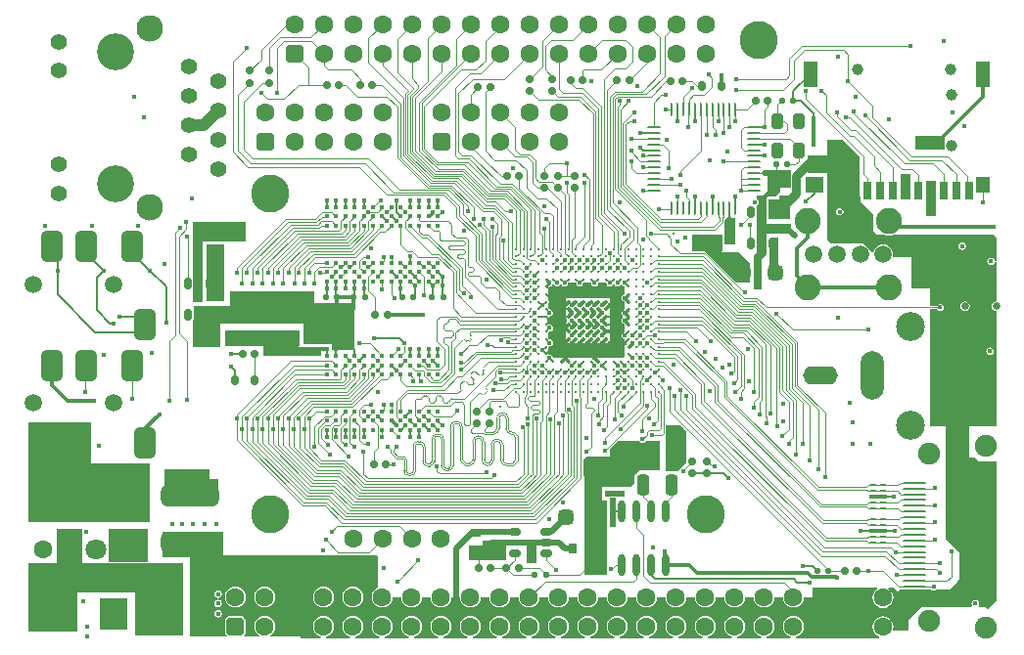
<source format=gtl>
G04 Layer_Physical_Order=1*
G04 Layer_Color=255*
%FSLAX44Y44*%
%MOMM*%
G71*
G01*
G75*
%ADD10C,0.1000*%
%ADD11R,0.9000X0.7000*%
%ADD12R,0.7000X0.9000*%
G04:AMPARAMS|DCode=13|XSize=0.5mm|YSize=0.45mm|CornerRadius=0.1125mm|HoleSize=0mm|Usage=FLASHONLY|Rotation=270.000|XOffset=0mm|YOffset=0mm|HoleType=Round|Shape=RoundedRectangle|*
%AMROUNDEDRECTD13*
21,1,0.5000,0.2250,0,0,270.0*
21,1,0.2750,0.4500,0,0,270.0*
1,1,0.2250,-0.1125,-0.1375*
1,1,0.2250,-0.1125,0.1375*
1,1,0.2250,0.1125,0.1375*
1,1,0.2250,0.1125,-0.1375*
%
%ADD13ROUNDEDRECTD13*%
G04:AMPARAMS|DCode=14|XSize=0.6mm|YSize=0.65mm|CornerRadius=0.15mm|HoleSize=0mm|Usage=FLASHONLY|Rotation=180.000|XOffset=0mm|YOffset=0mm|HoleType=Round|Shape=RoundedRectangle|*
%AMROUNDEDRECTD14*
21,1,0.6000,0.3500,0,0,180.0*
21,1,0.3000,0.6500,0,0,180.0*
1,1,0.3000,-0.1500,0.1750*
1,1,0.3000,0.1500,0.1750*
1,1,0.3000,0.1500,-0.1750*
1,1,0.3000,-0.1500,-0.1750*
%
%ADD14ROUNDEDRECTD14*%
G04:AMPARAMS|DCode=15|XSize=0.6mm|YSize=0.65mm|CornerRadius=0.15mm|HoleSize=0mm|Usage=FLASHONLY|Rotation=90.000|XOffset=0mm|YOffset=0mm|HoleType=Round|Shape=RoundedRectangle|*
%AMROUNDEDRECTD15*
21,1,0.6000,0.3500,0,0,90.0*
21,1,0.3000,0.6500,0,0,90.0*
1,1,0.3000,0.1750,0.1500*
1,1,0.3000,0.1750,-0.1500*
1,1,0.3000,-0.1750,-0.1500*
1,1,0.3000,-0.1750,0.1500*
%
%ADD15ROUNDEDRECTD15*%
%ADD16C,0.4000*%
G04:AMPARAMS|DCode=17|XSize=1.3mm|YSize=1.05mm|CornerRadius=0.2625mm|HoleSize=0mm|Usage=FLASHONLY|Rotation=270.000|XOffset=0mm|YOffset=0mm|HoleType=Round|Shape=RoundedRectangle|*
%AMROUNDEDRECTD17*
21,1,1.3000,0.5250,0,0,270.0*
21,1,0.7750,1.0500,0,0,270.0*
1,1,0.5250,-0.2625,-0.3875*
1,1,0.5250,-0.2625,0.3875*
1,1,0.5250,0.2625,0.3875*
1,1,0.5250,0.2625,-0.3875*
%
%ADD17ROUNDEDRECTD17*%
G04:AMPARAMS|DCode=18|XSize=0.8mm|YSize=0.7mm|CornerRadius=0.175mm|HoleSize=0mm|Usage=FLASHONLY|Rotation=270.000|XOffset=0mm|YOffset=0mm|HoleType=Round|Shape=RoundedRectangle|*
%AMROUNDEDRECTD18*
21,1,0.8000,0.3500,0,0,270.0*
21,1,0.4500,0.7000,0,0,270.0*
1,1,0.3500,-0.1750,-0.2250*
1,1,0.3500,-0.1750,0.2250*
1,1,0.3500,0.1750,0.2250*
1,1,0.3500,0.1750,-0.2250*
%
%ADD18ROUNDEDRECTD18*%
G04:AMPARAMS|DCode=19|XSize=1.2mm|YSize=0.23mm|CornerRadius=0.0575mm|HoleSize=0mm|Usage=FLASHONLY|Rotation=270.000|XOffset=0mm|YOffset=0mm|HoleType=Round|Shape=RoundedRectangle|*
%AMROUNDEDRECTD19*
21,1,1.2000,0.1150,0,0,270.0*
21,1,1.0850,0.2300,0,0,270.0*
1,1,0.1150,-0.0575,-0.5425*
1,1,0.1150,-0.0575,0.5425*
1,1,0.1150,0.0575,0.5425*
1,1,0.1150,0.0575,-0.5425*
%
%ADD19ROUNDEDRECTD19*%
G04:AMPARAMS|DCode=20|XSize=1.2mm|YSize=0.23mm|CornerRadius=0.0575mm|HoleSize=0mm|Usage=FLASHONLY|Rotation=0.000|XOffset=0mm|YOffset=0mm|HoleType=Round|Shape=RoundedRectangle|*
%AMROUNDEDRECTD20*
21,1,1.2000,0.1150,0,0,0.0*
21,1,1.0850,0.2300,0,0,0.0*
1,1,0.1150,0.5425,-0.0575*
1,1,0.1150,-0.5425,-0.0575*
1,1,0.1150,-0.5425,0.0575*
1,1,0.1150,0.5425,0.0575*
%
%ADD20ROUNDEDRECTD20*%
%ADD21C,0.2900*%
%ADD22C,0.3300*%
%ADD23R,2.4000X2.8000*%
G04:AMPARAMS|DCode=24|XSize=2mm|YSize=0.25mm|CornerRadius=0.0625mm|HoleSize=0mm|Usage=FLASHONLY|Rotation=0.000|XOffset=0mm|YOffset=0mm|HoleType=Round|Shape=RoundedRectangle|*
%AMROUNDEDRECTD24*
21,1,2.0000,0.1250,0,0,0.0*
21,1,1.8750,0.2500,0,0,0.0*
1,1,0.1250,0.9375,-0.0625*
1,1,0.1250,-0.9375,-0.0625*
1,1,0.1250,-0.9375,0.0625*
1,1,0.1250,0.9375,0.0625*
%
%ADD24ROUNDEDRECTD24*%
%ADD25R,1.6000X1.4000*%
%ADD26R,0.7000X1.6000*%
%ADD27R,1.2000X2.2000*%
%ADD28R,1.2000X1.4000*%
%ADD29O,0.6000X1.9000*%
G04:AMPARAMS|DCode=30|XSize=1.8mm|YSize=5mm|CornerRadius=0.45mm|HoleSize=0mm|Usage=FLASHONLY|Rotation=270.000|XOffset=0mm|YOffset=0mm|HoleType=Round|Shape=RoundedRectangle|*
%AMROUNDEDRECTD30*
21,1,1.8000,4.1000,0,0,270.0*
21,1,0.9000,5.0000,0,0,270.0*
1,1,0.9000,-2.0500,-0.4500*
1,1,0.9000,-2.0500,0.4500*
1,1,0.9000,2.0500,0.4500*
1,1,0.9000,2.0500,-0.4500*
%
%ADD30ROUNDEDRECTD30*%
G04:AMPARAMS|DCode=31|XSize=1mm|YSize=1.8mm|CornerRadius=0.25mm|HoleSize=0mm|Usage=FLASHONLY|Rotation=0.000|XOffset=0mm|YOffset=0mm|HoleType=Round|Shape=RoundedRectangle|*
%AMROUNDEDRECTD31*
21,1,1.0000,1.3000,0,0,0.0*
21,1,0.5000,1.8000,0,0,0.0*
1,1,0.5000,0.2500,-0.6500*
1,1,0.5000,-0.2500,-0.6500*
1,1,0.5000,-0.2500,0.6500*
1,1,0.5000,0.2500,0.6500*
%
%ADD31ROUNDEDRECTD31*%
G04:AMPARAMS|DCode=32|XSize=1.3mm|YSize=1.3mm|CornerRadius=0.325mm|HoleSize=0mm|Usage=FLASHONLY|Rotation=180.000|XOffset=0mm|YOffset=0mm|HoleType=Round|Shape=RoundedRectangle|*
%AMROUNDEDRECTD32*
21,1,1.3000,0.6500,0,0,180.0*
21,1,0.6500,1.3000,0,0,180.0*
1,1,0.6500,-0.3250,0.3250*
1,1,0.6500,0.3250,0.3250*
1,1,0.6500,0.3250,-0.3250*
1,1,0.6500,-0.3250,-0.3250*
%
%ADD32ROUNDEDRECTD32*%
G04:AMPARAMS|DCode=33|XSize=1.3mm|YSize=1.3mm|CornerRadius=0.325mm|HoleSize=0mm|Usage=FLASHONLY|Rotation=270.000|XOffset=0mm|YOffset=0mm|HoleType=Round|Shape=RoundedRectangle|*
%AMROUNDEDRECTD33*
21,1,1.3000,0.6500,0,0,270.0*
21,1,0.6500,1.3000,0,0,270.0*
1,1,0.6500,-0.3250,-0.3250*
1,1,0.6500,-0.3250,0.3250*
1,1,0.6500,0.3250,0.3250*
1,1,0.6500,0.3250,-0.3250*
%
%ADD33ROUNDEDRECTD33*%
G04:AMPARAMS|DCode=34|XSize=1.05mm|YSize=0.6mm|CornerRadius=0.15mm|HoleSize=0mm|Usage=FLASHONLY|Rotation=180.000|XOffset=0mm|YOffset=0mm|HoleType=Round|Shape=RoundedRectangle|*
%AMROUNDEDRECTD34*
21,1,1.0500,0.3000,0,0,180.0*
21,1,0.7500,0.6000,0,0,180.0*
1,1,0.3000,-0.3750,0.1500*
1,1,0.3000,0.3750,0.1500*
1,1,0.3000,0.3750,-0.1500*
1,1,0.3000,-0.3750,-0.1500*
%
%ADD34ROUNDEDRECTD34*%
G04:AMPARAMS|DCode=35|XSize=1.05mm|YSize=0.6mm|CornerRadius=0.15mm|HoleSize=0mm|Usage=FLASHONLY|Rotation=90.000|XOffset=0mm|YOffset=0mm|HoleType=Round|Shape=RoundedRectangle|*
%AMROUNDEDRECTD35*
21,1,1.0500,0.3000,0,0,90.0*
21,1,0.7500,0.6000,0,0,90.0*
1,1,0.3000,0.1500,0.3750*
1,1,0.3000,0.1500,-0.3750*
1,1,0.3000,-0.1500,-0.3750*
1,1,0.3000,-0.1500,0.3750*
%
%ADD35ROUNDEDRECTD35*%
G04:AMPARAMS|DCode=36|XSize=0.5mm|YSize=0.45mm|CornerRadius=0.1125mm|HoleSize=0mm|Usage=FLASHONLY|Rotation=180.000|XOffset=0mm|YOffset=0mm|HoleType=Round|Shape=RoundedRectangle|*
%AMROUNDEDRECTD36*
21,1,0.5000,0.2250,0,0,180.0*
21,1,0.2750,0.4500,0,0,180.0*
1,1,0.2250,-0.1375,0.1125*
1,1,0.2250,0.1375,0.1125*
1,1,0.2250,0.1375,-0.1125*
1,1,0.2250,-0.1375,-0.1125*
%
%ADD36ROUNDEDRECTD36*%
G04:AMPARAMS|DCode=37|XSize=1.9mm|YSize=2.7mm|CornerRadius=0.475mm|HoleSize=0mm|Usage=FLASHONLY|Rotation=0.000|XOffset=0mm|YOffset=0mm|HoleType=Round|Shape=RoundedRectangle|*
%AMROUNDEDRECTD37*
21,1,1.9000,1.7500,0,0,0.0*
21,1,0.9500,2.7000,0,0,0.0*
1,1,0.9500,0.4750,-0.8750*
1,1,0.9500,-0.4750,-0.8750*
1,1,0.9500,-0.4750,0.8750*
1,1,0.9500,0.4750,0.8750*
%
%ADD37ROUNDEDRECTD37*%
G04:AMPARAMS|DCode=38|XSize=0.2mm|YSize=0.675mm|CornerRadius=0.05mm|HoleSize=0mm|Usage=FLASHONLY|Rotation=90.000|XOffset=0mm|YOffset=0mm|HoleType=Round|Shape=RoundedRectangle|*
%AMROUNDEDRECTD38*
21,1,0.2000,0.5750,0,0,90.0*
21,1,0.1000,0.6750,0,0,90.0*
1,1,0.1000,0.2875,0.0500*
1,1,0.1000,0.2875,-0.0500*
1,1,0.1000,-0.2875,-0.0500*
1,1,0.1000,-0.2875,0.0500*
%
%ADD38ROUNDEDRECTD38*%
%ADD39R,1.5500X0.4000*%
%ADD40C,0.3000*%
%ADD41C,0.1500*%
%ADD42C,0.1200*%
%ADD43C,0.2000*%
%ADD44C,0.7500*%
%ADD45C,0.1100*%
%ADD46C,0.1270*%
%ADD47C,0.5000*%
%ADD48C,0.2300*%
%ADD49C,0.2032*%
%ADD50C,1.0000*%
%ADD51R,1.2000X1.1000*%
%ADD52R,4.6000X1.8000*%
%ADD53R,2.3000X0.6000*%
%ADD54R,3.1000X2.3000*%
%ADD55R,2.4000X2.4000*%
%ADD56R,10.6000X1.5000*%
%ADD57R,3.1000X3.6000*%
%ADD58R,2.3000X4.5000*%
%ADD59R,2.3000X1.6000*%
%ADD60R,1.5000X3.6000*%
%ADD61R,3.2000X4.1000*%
%ADD62R,5.4000X4.6000*%
%ADD63R,10.5000X5.1000*%
%ADD64R,5.3000X2.2000*%
%ADD65R,1.8000X4.4000*%
%ADD66R,3.9000X1.8000*%
%ADD67R,1.5000X6.3000*%
%ADD68R,6.0000X2.5000*%
%ADD69R,1.8000X7.8000*%
%ADD70R,0.9499X2.0750*%
%ADD71R,1.9501X1.1750*%
%ADD72R,0.5000X2.6000*%
%ADD73R,1.7000X0.6000*%
%ADD74R,7.3000X1.4748*%
%ADD75R,2.6000X0.9000*%
%ADD76R,0.8000X3.1000*%
%ADD77R,2.2500X3.2500*%
%ADD78R,3.5000X3.0000*%
%ADD79R,8.0000X2.5000*%
%ADD80R,3.5000X6.0000*%
%ADD81R,2.0000X2.2500*%
%ADD82R,3.3000X1.2500*%
%ADD83R,3.4000X0.8000*%
%ADD84R,1.6500X5.0000*%
%ADD85R,2.0999X1.7000*%
%ADD86R,2.1750X2.1000*%
%ADD87R,1.3000X0.3000*%
%ADD88R,1.8750X0.9000*%
%ADD89R,6.4250X1.4500*%
%ADD90R,2.0000X1.5000*%
%ADD91R,1.9000X1.7500*%
%ADD92R,2.5000X1.3000*%
%ADD93R,0.9000X3.1000*%
%ADD94R,0.7000X2.1000*%
%ADD95R,0.6000X0.8000*%
%ADD96R,0.9000X2.3000*%
%ADD97R,0.9000X7.0000*%
%ADD98R,1.6250X9.1000*%
%ADD99R,1.0000X6.5000*%
%ADD100R,2.0000X1.3000*%
%ADD101C,3.3000*%
%ADD102O,2.0000X4.2000*%
%ADD103O,3.0000X1.6000*%
%ADD104C,2.5000*%
%ADD105C,1.6000*%
%ADD106C,1.8000*%
%ADD107C,2.2500*%
%ADD108C,1.5000*%
%ADD109C,1.9000*%
%ADD110C,1.0000*%
%ADD111C,1.4000*%
%ADD112C,3.2000*%
%ADD113C,2.3000*%
G04:AMPARAMS|DCode=114|XSize=1.6mm|YSize=1.6mm|CornerRadius=0.4mm|HoleSize=0mm|Usage=FLASHONLY|Rotation=0.000|XOffset=0mm|YOffset=0mm|HoleType=Round|Shape=RoundedRectangle|*
%AMROUNDEDRECTD114*
21,1,1.6000,0.8000,0,0,0.0*
21,1,0.8000,1.6000,0,0,0.0*
1,1,0.8000,0.4000,-0.4000*
1,1,0.8000,-0.4000,-0.4000*
1,1,0.8000,-0.4000,0.4000*
1,1,0.8000,0.4000,0.4000*
%
%ADD114ROUNDEDRECTD114*%
%ADD115C,0.6500*%
%ADD116C,0.4500*%
%ADD117C,0.4000*%
%ADD118C,0.3500*%
%ADD119C,0.3800*%
%ADD120C,0.5000*%
G36*
X656000Y391000D02*
X652000Y387000D01*
X645000D01*
X644000Y386000D01*
Y367000D01*
Y337000D01*
X640000Y333000D01*
Y331000D01*
Y307000D01*
X633000D01*
Y330000D01*
Y336000D01*
X636000Y339000D01*
Y379591D01*
X636845Y380155D01*
X637563Y381230D01*
X637815Y382498D01*
X637563Y383766D01*
X636845Y384841D01*
X636000Y385406D01*
Y388000D01*
X641000D01*
X645000Y392000D01*
Y393000D01*
Y397000D01*
X656000D01*
Y391000D01*
D02*
G37*
G36*
X505924Y311329D02*
X506587Y310337D01*
X507579Y309674D01*
X508750Y309441D01*
X509921Y309674D01*
X510913Y310337D01*
X511294Y310908D01*
X511347Y310928D01*
X512653D01*
X512706Y310908D01*
X513087Y310337D01*
X514080Y309674D01*
X515250Y309441D01*
X516421Y309674D01*
X517413Y310337D01*
X517794Y310908D01*
X517847Y310928D01*
X519153D01*
X519206Y310908D01*
X519587Y310337D01*
X520579Y309674D01*
X521750Y309441D01*
Y302600D01*
X521698Y302548D01*
X520579Y302326D01*
X519587Y301663D01*
X518924Y300671D01*
X518691Y299500D01*
X518924Y298330D01*
X519587Y297337D01*
X520579Y296674D01*
X521698Y296451D01*
X521750Y296400D01*
Y289601D01*
X521698Y289548D01*
X520579Y289326D01*
X519587Y288663D01*
X518924Y287670D01*
X518691Y286500D01*
X518924Y285329D01*
X519587Y284337D01*
X520158Y283956D01*
X520178Y283903D01*
Y282597D01*
X520158Y282544D01*
X519587Y282163D01*
X518924Y281171D01*
X518691Y280000D01*
X518924Y278829D01*
X519587Y277837D01*
X520579Y277174D01*
X521698Y276952D01*
X521750Y276899D01*
Y270058D01*
X520581Y269826D01*
X519589Y269163D01*
X518926Y268171D01*
X518739Y267230D01*
X518693Y267000D01*
X518926Y265830D01*
X519589Y264837D01*
X520581Y264174D01*
X521751Y263941D01*
Y249501D01*
X519750Y247500D01*
X459809D01*
X459576Y248671D01*
X458913Y249663D01*
X457920Y250326D01*
X456750Y250559D01*
X456732Y250555D01*
X455750Y251361D01*
Y253500D01*
Y256639D01*
X456257Y257055D01*
X456263Y257096D01*
X456584Y257324D01*
X456732Y257445D01*
X456750Y257441D01*
X457920Y257674D01*
X458913Y258337D01*
X459576Y259329D01*
X459809Y260500D01*
X459576Y261670D01*
X458913Y262663D01*
X457920Y263326D01*
X456750Y263559D01*
X455861Y264436D01*
X455807Y264705D01*
X455750Y264791D01*
Y269207D01*
X455807Y269293D01*
X455861Y269564D01*
X456750Y270441D01*
X457920Y270674D01*
X458913Y271337D01*
X459576Y272330D01*
X459809Y273500D01*
X459576Y274671D01*
X458913Y275663D01*
X457920Y276326D01*
X456750Y276559D01*
X456732Y276555D01*
X455750Y277361D01*
Y282639D01*
X456732Y283445D01*
X456750Y283441D01*
X457920Y283674D01*
X458913Y284337D01*
X459576Y285329D01*
X459809Y286500D01*
X459576Y287670D01*
X458913Y288663D01*
X457920Y289326D01*
X456750Y289559D01*
X455861Y290435D01*
X455807Y290707D01*
X455750Y290793D01*
Y295209D01*
X455807Y295295D01*
X455998Y296251D01*
X455807Y297207D01*
X455750Y297293D01*
Y308209D01*
X455807Y308295D01*
X455848Y308498D01*
X455850Y308500D01*
X456773D01*
X456768Y309417D01*
X456802Y309452D01*
X457920Y309674D01*
X458913Y310337D01*
X459294Y310908D01*
X459347Y310928D01*
X460653D01*
X460706Y310908D01*
X461087Y310337D01*
X462080Y309674D01*
X463250Y309441D01*
X464421Y309674D01*
X465413Y310337D01*
X465794Y310908D01*
X465847Y310928D01*
X467153D01*
X467206Y310908D01*
X467587Y310337D01*
X468579Y309674D01*
X469750Y309441D01*
X470920Y309674D01*
X471913Y310337D01*
X472576Y311329D01*
X472809Y312500D01*
X479691D01*
X479924Y311329D01*
X480587Y310337D01*
X481580Y309674D01*
X482750Y309441D01*
X483921Y309674D01*
X484913Y310337D01*
X485576Y311329D01*
X485809Y312500D01*
X492691D01*
X492924Y311329D01*
X493587Y310337D01*
X494580Y309674D01*
X495750Y309441D01*
X496921Y309674D01*
X497913Y310337D01*
X498576Y311329D01*
X498809Y312500D01*
X505691D01*
X505924Y311329D01*
D02*
G37*
G36*
X573000Y186000D02*
X575000Y184000D01*
Y157000D01*
X574000Y156000D01*
X567000Y149000D01*
X557000D01*
Y181919D01*
X557324Y182700D01*
Y189000D01*
X570000D01*
X573000Y186000D01*
D02*
G37*
G36*
X552000Y151000D02*
X551000Y150000D01*
X534000D01*
X532000Y148000D01*
X530000Y146000D01*
Y140000D01*
Y139000D01*
X528000Y137000D01*
X527000Y136000D01*
X501000D01*
Y139000D01*
X501000Y140000D01*
X501000Y141000D01*
Y145000D01*
X486000D01*
Y159000D01*
X488000Y161000D01*
X489000Y162000D01*
X508000D01*
X509000Y163000D01*
Y168704D01*
X516296Y176000D01*
X534140D01*
X534174Y175830D01*
X534837Y174837D01*
X535830Y174174D01*
X537000Y173941D01*
X538171Y174174D01*
X539163Y174837D01*
X539826Y175830D01*
X539860Y176000D01*
X552000D01*
Y151000D01*
D02*
G37*
G36*
X606000Y341000D02*
X605000Y340000D01*
X606000Y339000D01*
X621000D01*
X630000Y330000D01*
Y313000D01*
X618293D01*
X592145Y339148D01*
X590997Y339624D01*
X580000D01*
Y354000D01*
X606000D01*
Y341000D01*
D02*
G37*
G36*
X612000Y369000D02*
X617000D01*
Y368000D01*
Y346000D01*
X608000D01*
Y365000D01*
Y367000D01*
X611000Y370000D01*
X612000Y369000D01*
D02*
G37*
G36*
X725000Y421000D02*
Y396000D01*
Y387000D01*
X725250D01*
Y383000D01*
X728250Y380000D01*
X736250Y372000D01*
Y358000D01*
X740250Y354000D01*
X746606D01*
X747052Y353815D01*
X750250Y353394D01*
X753448Y353815D01*
X753895Y354000D01*
X841000D01*
X843000Y352000D01*
Y334564D01*
Y331791D01*
X841730Y331665D01*
X841656Y332038D01*
X841560Y332518D01*
X840842Y333593D01*
X839767Y334311D01*
X838499Y334564D01*
X837231Y334311D01*
X836156Y333593D01*
X835437Y332518D01*
X835185Y331250D01*
X835437Y329982D01*
X836156Y328907D01*
X837231Y328189D01*
X838499Y327936D01*
X839767Y328189D01*
X840842Y328907D01*
X841560Y329982D01*
X841730Y330835D01*
X843000Y330710D01*
Y296584D01*
X842999Y296583D01*
X841341Y296254D01*
X839935Y295314D01*
X838996Y293908D01*
X838666Y292250D01*
X838996Y290592D01*
X839935Y289186D01*
X841341Y288247D01*
X842999Y287917D01*
X843000Y287916D01*
Y188000D01*
X820000D01*
Y161000D01*
X825000D01*
X827000Y159000D01*
X828000Y158000D01*
X843000D01*
Y44000D01*
Y37000D01*
X836000Y30000D01*
X834000Y32000D01*
X828432D01*
X827753Y33270D01*
X828061Y33732D01*
X828314Y35000D01*
X828061Y36268D01*
X827343Y37343D01*
X826268Y38061D01*
X825000Y38314D01*
X823732Y38061D01*
X822657Y37343D01*
X821939Y36268D01*
X821686Y35000D01*
X821939Y33732D01*
X822247Y33270D01*
X821568Y32000D01*
X778000D01*
X771000Y25000D01*
X767000Y21000D01*
Y11000D01*
X754542D01*
X753742Y12000D01*
X753771Y12270D01*
X754078Y14600D01*
X753768Y16949D01*
X752861Y19139D01*
X751419Y21019D01*
X750684Y21583D01*
X749539Y22461D01*
X747349Y23368D01*
X745000Y23678D01*
X742651Y23368D01*
X740461Y22461D01*
X738581Y21019D01*
X737139Y19139D01*
X736232Y16949D01*
X735922Y14600D01*
X736232Y12250D01*
X737139Y10061D01*
X738581Y8181D01*
X740461Y6738D01*
X741592Y6270D01*
X741340Y5000D01*
X670163D01*
X669949Y6232D01*
X672139Y7139D01*
X674019Y8581D01*
X675462Y10461D01*
X676368Y12651D01*
X676678Y15000D01*
X676368Y17349D01*
X675462Y19539D01*
X674019Y21419D01*
X672139Y22861D01*
X669949Y23768D01*
X667600Y24078D01*
X665250Y23768D01*
X663061Y22861D01*
X661181Y21419D01*
X659739Y19539D01*
X658832Y17349D01*
X658522Y15000D01*
X658832Y12651D01*
X659739Y10461D01*
X661181Y8581D01*
X663061Y7139D01*
X665250Y6232D01*
X665037Y5000D01*
X644763D01*
X644549Y6232D01*
X646739Y7139D01*
X648619Y8581D01*
X650061Y10461D01*
X650968Y12651D01*
X651278Y15000D01*
X650968Y17349D01*
X650061Y19539D01*
X648619Y21419D01*
X646739Y22861D01*
X644549Y23768D01*
X642200Y24078D01*
X639851Y23768D01*
X637661Y22861D01*
X635781Y21419D01*
X634339Y19539D01*
X633432Y17349D01*
X633122Y15000D01*
X633432Y12651D01*
X634339Y10461D01*
X635781Y8581D01*
X637661Y7139D01*
X639851Y6232D01*
X639637Y5000D01*
X619363D01*
X619150Y6232D01*
X621339Y7139D01*
X623219Y8581D01*
X624661Y10461D01*
X625568Y12651D01*
X625878Y15000D01*
X625568Y17349D01*
X624661Y19539D01*
X623219Y21419D01*
X621339Y22861D01*
X619150Y23768D01*
X616800Y24078D01*
X614450Y23768D01*
X612261Y22861D01*
X610381Y21419D01*
X608939Y19539D01*
X608032Y17349D01*
X607722Y15000D01*
X608032Y12651D01*
X608939Y10461D01*
X610381Y8581D01*
X612261Y7139D01*
X614450Y6232D01*
X614237Y5000D01*
X593963D01*
X593750Y6232D01*
X595939Y7139D01*
X597819Y8581D01*
X599262Y10461D01*
X600168Y12651D01*
X600478Y15000D01*
X600168Y17349D01*
X599262Y19539D01*
X597819Y21419D01*
X595939Y22861D01*
X593750Y23768D01*
X591400Y24078D01*
X589050Y23768D01*
X586861Y22861D01*
X584981Y21419D01*
X583539Y19539D01*
X582632Y17349D01*
X582322Y15000D01*
X582632Y12651D01*
X583539Y10461D01*
X584981Y8581D01*
X586861Y7139D01*
X589050Y6232D01*
X588837Y5000D01*
X568563D01*
X568349Y6232D01*
X570539Y7139D01*
X572419Y8581D01*
X573862Y10461D01*
X574768Y12651D01*
X575078Y15000D01*
X574768Y17349D01*
X573862Y19539D01*
X572419Y21419D01*
X570539Y22861D01*
X568349Y23768D01*
X566000Y24078D01*
X563651Y23768D01*
X561461Y22861D01*
X559581Y21419D01*
X558139Y19539D01*
X557232Y17349D01*
X556922Y15000D01*
X557232Y12651D01*
X558139Y10461D01*
X559581Y8581D01*
X561461Y7139D01*
X563651Y6232D01*
X563437Y5000D01*
X543163D01*
X542949Y6232D01*
X545139Y7139D01*
X547019Y8581D01*
X548461Y10461D01*
X549368Y12651D01*
X549678Y15000D01*
X549368Y17349D01*
X548461Y19539D01*
X547019Y21419D01*
X545139Y22861D01*
X542949Y23768D01*
X540600Y24078D01*
X538251Y23768D01*
X536061Y22861D01*
X534181Y21419D01*
X532739Y19539D01*
X531832Y17349D01*
X531522Y15000D01*
X531832Y12651D01*
X532739Y10461D01*
X534181Y8581D01*
X536061Y7139D01*
X538251Y6232D01*
X538037Y5000D01*
X517763D01*
X517550Y6232D01*
X519739Y7139D01*
X521619Y8581D01*
X523061Y10461D01*
X523968Y12651D01*
X524278Y15000D01*
X523968Y17349D01*
X523061Y19539D01*
X521619Y21419D01*
X519739Y22861D01*
X517550Y23768D01*
X515200Y24078D01*
X512850Y23768D01*
X510661Y22861D01*
X508781Y21419D01*
X507339Y19539D01*
X506432Y17349D01*
X506122Y15000D01*
X506432Y12651D01*
X507339Y10461D01*
X508781Y8581D01*
X510661Y7139D01*
X512850Y6232D01*
X512637Y5000D01*
X492363D01*
X492150Y6232D01*
X494339Y7139D01*
X496219Y8581D01*
X497662Y10461D01*
X498568Y12651D01*
X498878Y15000D01*
X498568Y17349D01*
X497662Y19539D01*
X496219Y21419D01*
X494339Y22861D01*
X492150Y23768D01*
X489800Y24078D01*
X487450Y23768D01*
X485261Y22861D01*
X483381Y21419D01*
X481939Y19539D01*
X481032Y17349D01*
X480722Y15000D01*
X481032Y12651D01*
X481939Y10461D01*
X483381Y8581D01*
X485261Y7139D01*
X487450Y6232D01*
X487237Y5000D01*
X466963D01*
X466749Y6232D01*
X468939Y7139D01*
X470819Y8581D01*
X472262Y10461D01*
X473168Y12651D01*
X473478Y15000D01*
X473168Y17349D01*
X472262Y19539D01*
X470819Y21419D01*
X468939Y22861D01*
X466749Y23768D01*
X464400Y24078D01*
X462051Y23768D01*
X459861Y22861D01*
X457981Y21419D01*
X456539Y19539D01*
X455632Y17349D01*
X455322Y15000D01*
X455632Y12651D01*
X456539Y10461D01*
X457981Y8581D01*
X459861Y7139D01*
X462051Y6232D01*
X461837Y5000D01*
X441563D01*
X441349Y6232D01*
X443539Y7139D01*
X445419Y8581D01*
X446861Y10461D01*
X447768Y12651D01*
X448078Y15000D01*
X447768Y17349D01*
X446861Y19539D01*
X445419Y21419D01*
X443539Y22861D01*
X441349Y23768D01*
X439000Y24078D01*
X436651Y23768D01*
X434461Y22861D01*
X432581Y21419D01*
X431139Y19539D01*
X430232Y17349D01*
X429922Y15000D01*
X430232Y12651D01*
X431139Y10461D01*
X432581Y8581D01*
X434461Y7139D01*
X436651Y6232D01*
X436437Y5000D01*
X416163D01*
X415950Y6232D01*
X418139Y7139D01*
X420019Y8581D01*
X421461Y10461D01*
X422368Y12651D01*
X422678Y15000D01*
X422368Y17349D01*
X421461Y19539D01*
X420019Y21419D01*
X418139Y22861D01*
X415950Y23768D01*
X413600Y24078D01*
X411250Y23768D01*
X409061Y22861D01*
X407181Y21419D01*
X405739Y19539D01*
X404832Y17349D01*
X404522Y15000D01*
X404832Y12651D01*
X405739Y10461D01*
X407181Y8581D01*
X409061Y7139D01*
X411250Y6232D01*
X411037Y5000D01*
X390763D01*
X390550Y6232D01*
X392739Y7139D01*
X394619Y8581D01*
X396062Y10461D01*
X396968Y12651D01*
X397278Y15000D01*
X396968Y17349D01*
X396062Y19539D01*
X394619Y21419D01*
X392739Y22861D01*
X390550Y23768D01*
X388200Y24078D01*
X385850Y23768D01*
X383661Y22861D01*
X381781Y21419D01*
X380339Y19539D01*
X379432Y17349D01*
X379122Y15000D01*
X379432Y12651D01*
X380339Y10461D01*
X381781Y8581D01*
X383661Y7139D01*
X385850Y6232D01*
X385637Y5000D01*
X365363D01*
X365149Y6232D01*
X367339Y7139D01*
X369219Y8581D01*
X370662Y10461D01*
X371568Y12651D01*
X371878Y15000D01*
X371568Y17349D01*
X370662Y19539D01*
X369219Y21419D01*
X367339Y22861D01*
X365149Y23768D01*
X362800Y24078D01*
X360451Y23768D01*
X358261Y22861D01*
X356381Y21419D01*
X354939Y19539D01*
X354032Y17349D01*
X353722Y15000D01*
X354032Y12651D01*
X354939Y10461D01*
X356381Y8581D01*
X358261Y7139D01*
X360451Y6232D01*
X360237Y5000D01*
X339963D01*
X339749Y6232D01*
X341939Y7139D01*
X343819Y8581D01*
X345261Y10461D01*
X346168Y12651D01*
X346478Y15000D01*
X346168Y17349D01*
X345261Y19539D01*
X343819Y21419D01*
X341939Y22861D01*
X339749Y23768D01*
X337400Y24078D01*
X335051Y23768D01*
X332861Y22861D01*
X330981Y21419D01*
X329539Y19539D01*
X328632Y17349D01*
X328322Y15000D01*
X328632Y12651D01*
X329539Y10461D01*
X330981Y8581D01*
X332861Y7139D01*
X335051Y6232D01*
X334837Y5000D01*
X314563D01*
X314349Y6232D01*
X316539Y7139D01*
X318419Y8581D01*
X319862Y10461D01*
X320768Y12651D01*
X321078Y15000D01*
X320768Y17349D01*
X319862Y19539D01*
X318419Y21419D01*
X316539Y22861D01*
X314349Y23768D01*
X312000Y24078D01*
X309650Y23768D01*
X307461Y22861D01*
X305581Y21419D01*
X304139Y19539D01*
X303232Y17349D01*
X302922Y15000D01*
X303232Y12651D01*
X304139Y10461D01*
X305581Y8581D01*
X307461Y7139D01*
X309650Y6232D01*
X309437Y5000D01*
X289163D01*
X288950Y6232D01*
X291139Y7139D01*
X293019Y8581D01*
X294461Y10461D01*
X295368Y12651D01*
X295678Y15000D01*
X295368Y17349D01*
X294461Y19539D01*
X293019Y21419D01*
X291139Y22861D01*
X288950Y23768D01*
X286600Y24078D01*
X284251Y23768D01*
X282061Y22861D01*
X280181Y21419D01*
X278739Y19539D01*
X277832Y17349D01*
X277522Y15000D01*
X277832Y12651D01*
X278739Y10461D01*
X280181Y8581D01*
X282061Y7139D01*
X284251Y6232D01*
X284037Y5000D01*
X263763D01*
X263549Y6232D01*
X265739Y7139D01*
X267619Y8581D01*
X269062Y10461D01*
X269968Y12651D01*
X270278Y15000D01*
X269968Y17349D01*
X269062Y19539D01*
X267619Y21419D01*
X265739Y22861D01*
X263549Y23768D01*
X261200Y24078D01*
X258850Y23768D01*
X256661Y22861D01*
X254781Y21419D01*
X253339Y19539D01*
X252432Y17349D01*
X252122Y15000D01*
X252432Y12651D01*
X253339Y10461D01*
X254781Y8581D01*
X256661Y7139D01*
X258850Y6232D01*
X258637Y5000D01*
X241000D01*
Y6000D01*
X215460D01*
X215166Y6642D01*
X215110Y7270D01*
X216819Y8581D01*
X218262Y10461D01*
X219168Y12651D01*
X219478Y15000D01*
X219168Y17349D01*
X218262Y19539D01*
X216819Y21419D01*
X214939Y22861D01*
X212750Y23768D01*
X210400Y24078D01*
X208050Y23768D01*
X205861Y22861D01*
X203981Y21419D01*
X202539Y19539D01*
X201632Y17349D01*
X201322Y15000D01*
X201632Y12651D01*
X202539Y10461D01*
X203981Y8581D01*
X205690Y7270D01*
X205634Y6642D01*
X205340Y6000D01*
X192803D01*
X192417Y7270D01*
X192605Y7395D01*
X193710Y9049D01*
X194098Y11000D01*
Y19000D01*
X193710Y20951D01*
X192605Y22605D01*
X190951Y23710D01*
X189000Y24098D01*
X181000D01*
X179049Y23710D01*
X177395Y22605D01*
X176290Y20951D01*
X175902Y19000D01*
Y11000D01*
X176290Y9049D01*
X177395Y7395D01*
X177583Y7270D01*
X177197Y6000D01*
X159250D01*
Y77000D01*
X307250D01*
X308250Y76000D01*
Y48588D01*
X307461Y48261D01*
X305581Y46819D01*
X304139Y44939D01*
X303232Y42750D01*
X302922Y40400D01*
X303016Y39686D01*
X303232Y38050D01*
X304139Y35861D01*
X305581Y33981D01*
X307461Y32538D01*
X309650Y31632D01*
X312000Y31322D01*
X314349Y31632D01*
X316539Y32538D01*
X318419Y33981D01*
X319862Y35861D01*
X320768Y38050D01*
X321066Y40312D01*
X328335Y40304D01*
X328632Y38050D01*
X329539Y35861D01*
X330981Y33981D01*
X332861Y32538D01*
X335051Y31632D01*
X337400Y31322D01*
X339749Y31632D01*
X341939Y32538D01*
X343819Y33981D01*
X345261Y35861D01*
X346168Y38050D01*
X346463Y40285D01*
X353739Y40277D01*
X354032Y38050D01*
X354939Y35861D01*
X356381Y33981D01*
X358261Y32538D01*
X360451Y31632D01*
X362800Y31322D01*
X365149Y31632D01*
X367339Y32538D01*
X369219Y33981D01*
X370662Y35861D01*
X371568Y38050D01*
X371859Y40257D01*
X379142Y40249D01*
X379432Y38050D01*
X380339Y35861D01*
X381781Y33981D01*
X383661Y32538D01*
X385850Y31632D01*
X388200Y31322D01*
X390550Y31632D01*
X392739Y32538D01*
X394619Y33981D01*
X396062Y35861D01*
X396968Y38050D01*
X397255Y40229D01*
X404546Y40221D01*
X404832Y38050D01*
X405739Y35861D01*
X407181Y33981D01*
X409061Y32538D01*
X411250Y31632D01*
X413600Y31322D01*
X415950Y31632D01*
X418139Y32538D01*
X420019Y33981D01*
X421461Y35861D01*
X422368Y38050D01*
X422651Y40201D01*
X429950Y40193D01*
X430232Y38050D01*
X431139Y35861D01*
X432581Y33981D01*
X434461Y32538D01*
X436651Y31632D01*
X439000Y31322D01*
X441349Y31632D01*
X443539Y32538D01*
X445419Y33981D01*
X446861Y35861D01*
X447768Y38050D01*
X448048Y40174D01*
X455353Y40166D01*
X455632Y38050D01*
X456539Y35861D01*
X457981Y33981D01*
X459861Y32538D01*
X462051Y31632D01*
X464400Y31322D01*
X466749Y31632D01*
X468939Y32538D01*
X470819Y33981D01*
X472262Y35861D01*
X473168Y38050D01*
X473444Y40146D01*
X480757Y40138D01*
X481032Y38050D01*
X481939Y35861D01*
X483381Y33981D01*
X485261Y32538D01*
X487450Y31632D01*
X489800Y31322D01*
X492150Y31632D01*
X494339Y32538D01*
X496219Y33981D01*
X497662Y35861D01*
X498568Y38050D01*
X498840Y40118D01*
X506161Y40110D01*
X506432Y38050D01*
X507339Y35861D01*
X508781Y33981D01*
X510661Y32538D01*
X512850Y31632D01*
X515200Y31322D01*
X517550Y31632D01*
X519739Y32538D01*
X521619Y33981D01*
X523061Y35861D01*
X523968Y38050D01*
X524237Y40090D01*
X531564Y40082D01*
X531832Y38050D01*
X532739Y35861D01*
X534181Y33981D01*
X536061Y32538D01*
X538251Y31632D01*
X540600Y31322D01*
X542949Y31632D01*
X545139Y32538D01*
X547019Y33981D01*
X548461Y35861D01*
X549368Y38050D01*
X549633Y40063D01*
X556968Y40055D01*
X557232Y38050D01*
X558139Y35861D01*
X559581Y33981D01*
X561461Y32538D01*
X563651Y31632D01*
X566000Y31322D01*
X568349Y31632D01*
X570539Y32538D01*
X572419Y33981D01*
X573862Y35861D01*
X574768Y38050D01*
X575030Y40035D01*
X582371Y40027D01*
X582632Y38050D01*
X583539Y35861D01*
X584981Y33981D01*
X586861Y32538D01*
X589050Y31632D01*
X591400Y31322D01*
X593750Y31632D01*
X595939Y32538D01*
X597819Y33981D01*
X599262Y35861D01*
X600168Y38050D01*
X600426Y40007D01*
X607775Y39999D01*
X608032Y38050D01*
X608939Y35861D01*
X610381Y33981D01*
X612261Y32538D01*
X614450Y31632D01*
X616800Y31322D01*
X619150Y31632D01*
X621339Y32538D01*
X623219Y33981D01*
X624661Y35861D01*
X625568Y38050D01*
X625822Y39979D01*
X633179Y39971D01*
X633432Y38050D01*
X634339Y35861D01*
X635781Y33981D01*
X637661Y32538D01*
X639851Y31632D01*
X642200Y31322D01*
X644549Y31632D01*
X646739Y32538D01*
X648619Y33981D01*
X650061Y35861D01*
X650968Y38050D01*
X651219Y39952D01*
X658583Y39943D01*
X658832Y38050D01*
X659739Y35861D01*
X661181Y33981D01*
X663061Y32538D01*
X665250Y31632D01*
X667600Y31322D01*
X669949Y31632D01*
X672139Y32538D01*
X674019Y33981D01*
X675462Y35861D01*
X676368Y38050D01*
X676615Y39924D01*
X684000Y39916D01*
Y49000D01*
X739940D01*
X740234Y48358D01*
X740290Y47730D01*
X738581Y46419D01*
X737139Y44539D01*
X736232Y42350D01*
X735922Y40000D01*
X736232Y37650D01*
X737139Y35461D01*
X738581Y33581D01*
X740461Y32139D01*
X742651Y31232D01*
X745000Y30922D01*
X747349Y31232D01*
X749539Y32139D01*
X750684Y33017D01*
D01*
X751419Y33581D01*
X752861Y35461D01*
X753768Y37650D01*
X754078Y40000D01*
X753768Y42350D01*
X752861Y44539D01*
X751419Y46419D01*
X749710Y47730D01*
X749766Y48358D01*
X750060Y49000D01*
X754000D01*
X758000Y45000D01*
X760000Y47000D01*
X786890D01*
X787732Y46437D01*
X789000Y46185D01*
X790268Y46437D01*
X791110Y47000D01*
X811000D01*
Y79000D01*
X800000Y90000D01*
X799000Y91000D01*
Y146000D01*
Y188000D01*
X786000D01*
Y289627D01*
X791675D01*
X792156Y288907D01*
X793231Y288189D01*
X794499Y287936D01*
X795767Y288189D01*
X796842Y288907D01*
X797560Y289982D01*
X797813Y291250D01*
X797560Y292518D01*
X796842Y293593D01*
X795767Y294312D01*
X794499Y294564D01*
X793231Y294312D01*
X792156Y293593D01*
X791675Y292874D01*
X786000D01*
Y334564D01*
X754616D01*
X753637Y335834D01*
X753823Y337251D01*
X753531Y339470D01*
X752675Y341538D01*
X751312Y343313D01*
X749537Y344676D01*
X747469Y345532D01*
X745250Y345824D01*
X743031Y345532D01*
X740963Y344676D01*
X739188Y343313D01*
X737825Y341538D01*
X737147Y339899D01*
X735795Y339455D01*
X728250Y347000D01*
X700250D01*
X697250Y350000D01*
Y380000D01*
X697000D01*
Y436000D01*
X710000D01*
X725000Y421000D01*
D02*
G37*
%LPC*%
G36*
X170000Y29314D02*
X168732Y29061D01*
X167657Y28343D01*
X166939Y27268D01*
X166686Y26000D01*
X166939Y24732D01*
X167657Y23657D01*
X168732Y22939D01*
X170000Y22686D01*
X171268Y22939D01*
X172343Y23657D01*
X173061Y24732D01*
X173314Y26000D01*
X173061Y27268D01*
X172343Y28343D01*
X171268Y29061D01*
X170000Y29314D01*
D02*
G37*
G36*
Y38314D02*
X168732Y38061D01*
X167657Y37343D01*
X166939Y36268D01*
X166686Y35000D01*
X166939Y33732D01*
X167657Y32657D01*
X168732Y31939D01*
X170000Y31686D01*
X171268Y31939D01*
X172343Y32657D01*
X173061Y33732D01*
X173314Y35000D01*
X173061Y36268D01*
X172343Y37343D01*
X171268Y38061D01*
X170000Y38314D01*
D02*
G37*
G36*
X286600Y49478D02*
X284251Y49168D01*
X282061Y48261D01*
X280181Y46819D01*
X278739Y44939D01*
X277832Y42750D01*
X277522Y40400D01*
X277832Y38050D01*
X278739Y35861D01*
X280181Y33981D01*
X282061Y32538D01*
X284251Y31632D01*
X286600Y31322D01*
X288950Y31632D01*
X291139Y32538D01*
X293019Y33981D01*
X294461Y35861D01*
X295368Y38050D01*
X295670Y40340D01*
X295678Y40400D01*
X295368Y42750D01*
X294461Y44939D01*
X293019Y46819D01*
X291139Y48261D01*
X288950Y49168D01*
X286600Y49478D01*
D02*
G37*
G36*
X185000D02*
X182651Y49168D01*
X180461Y48261D01*
X178581Y46819D01*
X177139Y44939D01*
X176232Y42750D01*
X175922Y40400D01*
X176232Y38050D01*
X177139Y35861D01*
X178581Y33981D01*
X180461Y32538D01*
X182651Y31632D01*
X185000Y31322D01*
X187349Y31632D01*
X189539Y32538D01*
X191419Y33981D01*
X192861Y35861D01*
X193768Y38050D01*
X194078Y40400D01*
X193768Y42750D01*
X192861Y44939D01*
X191419Y46819D01*
X189539Y48261D01*
X187349Y49168D01*
X185000Y49478D01*
D02*
G37*
G36*
X210400D02*
X208050Y49168D01*
X205861Y48261D01*
X203981Y46819D01*
X202539Y44939D01*
X201632Y42750D01*
X201322Y40400D01*
X201632Y38050D01*
X202539Y35861D01*
X203981Y33981D01*
X205861Y32538D01*
X208050Y31632D01*
X210400Y31322D01*
X212750Y31632D01*
X214939Y32538D01*
X216819Y33981D01*
X218262Y35861D01*
X219168Y38050D01*
X219478Y40400D01*
X219168Y42750D01*
X218262Y44939D01*
X216819Y46819D01*
X214939Y48261D01*
X212750Y49168D01*
X210400Y49478D01*
D02*
G37*
G36*
X261200D02*
X258850Y49168D01*
X256661Y48261D01*
X254781Y46819D01*
X253339Y44939D01*
X253250Y44725D01*
X252432Y42750D01*
X252122Y40400D01*
X252124Y40388D01*
X252397Y38314D01*
X252432Y38050D01*
X253339Y35861D01*
X254781Y33981D01*
X256661Y32538D01*
X258850Y31632D01*
X261200Y31322D01*
X263549Y31632D01*
X265739Y32538D01*
X267619Y33981D01*
X269062Y35861D01*
X269968Y38050D01*
X270184Y39686D01*
X270278Y40400D01*
X269968Y42750D01*
X269062Y44939D01*
X267619Y46819D01*
X265739Y48261D01*
X263549Y49168D01*
X261200Y49478D01*
D02*
G37*
G36*
X815999Y296583D02*
X814341Y296254D01*
X812935Y295314D01*
X811995Y293908D01*
X811666Y292250D01*
X811995Y290592D01*
X812935Y289186D01*
X814341Y288247D01*
X815999Y287917D01*
X817657Y288247D01*
X819063Y289186D01*
X820002Y290592D01*
X820332Y292250D01*
X820002Y293908D01*
X819063Y295314D01*
X817657Y296254D01*
X815999Y296583D01*
D02*
G37*
G36*
X813499Y347564D02*
X812231Y347312D01*
X811156Y346593D01*
X810437Y345518D01*
X810185Y344250D01*
X810437Y342982D01*
X811156Y341907D01*
X812231Y341189D01*
X813499Y340936D01*
X814767Y341189D01*
X815842Y341907D01*
X816560Y342982D01*
X816813Y344250D01*
X816560Y345518D01*
X815842Y346593D01*
X814767Y347312D01*
X813499Y347564D01*
D02*
G37*
G36*
X707500Y377438D02*
X706232Y377185D01*
X705157Y376467D01*
X704439Y375392D01*
X704186Y374124D01*
X704439Y372856D01*
X705157Y371781D01*
X706232Y371062D01*
X707500Y370810D01*
X708768Y371062D01*
X709843Y371781D01*
X710561Y372856D01*
X710814Y374124D01*
X710561Y375392D01*
X709843Y376467D01*
X708768Y377185D01*
X707500Y377438D01*
D02*
G37*
G36*
X170000Y46314D02*
X168732Y46061D01*
X167657Y45343D01*
X166939Y44268D01*
X166686Y43000D01*
X166939Y41732D01*
X167657Y40657D01*
X168732Y39939D01*
X170000Y39686D01*
X171268Y39939D01*
X172343Y40657D01*
X173061Y41732D01*
X173314Y43000D01*
X173061Y44268D01*
X172343Y45343D01*
X171268Y46061D01*
X170000Y46314D01*
D02*
G37*
G36*
X837499Y256564D02*
X836231Y256311D01*
X835156Y255593D01*
X834437Y254518D01*
X834185Y253250D01*
X834437Y251982D01*
X835156Y250907D01*
X836231Y250189D01*
X837499Y249936D01*
X838767Y250189D01*
X839842Y250907D01*
X840560Y251982D01*
X840813Y253250D01*
X840560Y254518D01*
X839842Y255593D01*
X838767Y256311D01*
X837499Y256564D01*
D02*
G37*
G36*
X508750Y299500D02*
X470750D01*
Y260500D01*
X508750D01*
Y266500D01*
Y299500D01*
D02*
G37*
%LPD*%
D10*
X388001Y269752D02*
G03*
X388001Y267248I1252J-1252D01*
G01*
X388579Y266670D02*
G03*
X388578Y266671I-1292J-1288D01*
G01*
X388579Y264094D02*
G03*
X388579Y266670I-1292J1288D01*
G01*
X388578Y264092D02*
G03*
X388579Y264094I-1290J1290D01*
G01*
X386856Y262370D02*
G03*
X386858Y262372I-1288J1292D01*
G01*
X384280Y262370D02*
G03*
X386856Y262370I1288J1292D01*
G01*
X383740Y262911D02*
G03*
X383738Y262913I-1290J-1290D01*
G01*
X384279Y262372D02*
G03*
X384280Y262370I1290J1290D01*
G01*
X383738Y262913D02*
G03*
X381162Y262913I-1288J-1292D01*
G01*
D02*
G03*
X381160Y262911I1288J-1292D01*
G01*
X421047Y195069D02*
G03*
X410967Y195069I-5040J0D01*
G01*
X421047Y186292D02*
G03*
X424087Y183252I3040J0D01*
G01*
X407927D02*
G03*
X410967Y186292I0J3040D01*
G01*
X379209Y188301D02*
G03*
X376977Y190533I-2232J0D01*
G01*
X375361D02*
G03*
X373129Y188301I0J-2232D01*
G01*
X363049Y177419D02*
G03*
X360817Y179651I-2232J0D01*
G01*
X398121Y174917D02*
G03*
X392041Y174917I-3040J0D01*
G01*
X359201Y179651D02*
G03*
X356969Y177419I0J-2232D01*
G01*
X414281Y172283D02*
G03*
X408201Y172283I-3040J0D01*
G01*
X414281Y159292D02*
G03*
X419321Y154252I5040J0D01*
G01*
X387001D02*
G03*
X392041Y159292I0J5040D01*
G01*
X398121D02*
G03*
X408201Y159292I5040J0D01*
G01*
X368897Y150079D02*
G03*
X373129Y154311I0J4232D01*
G01*
X363049D02*
G03*
X367281Y150079I4232J0D01*
G01*
X346889Y170918D02*
G03*
X344658Y173150I-2232J0D01*
G01*
X343041D02*
G03*
X340810Y170918I0J-2232D01*
G01*
X352737Y154029D02*
G03*
X356969Y158261I0J4232D01*
G01*
X346889D02*
G03*
X351121Y154029I4232J0D01*
G01*
X336577Y145668D02*
G03*
X340810Y149900I0J4232D01*
G01*
X330729D02*
G03*
X334962Y145668I4232J0D01*
G01*
X330729Y159524D02*
G03*
X330001Y160252I-728J0D01*
G01*
X419047Y195069D02*
G03*
X412967Y195069I-3040J0D01*
G01*
X419047Y186292D02*
G03*
X424087Y181252I5040J0D01*
G01*
X407927D02*
G03*
X412967Y186292I0J5040D01*
G01*
X416281Y172283D02*
G03*
X406201Y172283I-5040J0D01*
G01*
X381209Y188301D02*
G03*
X376977Y192533I-4232J0D01*
G01*
X375361D02*
G03*
X371129Y188301I0J-4232D01*
G01*
X400121Y174917D02*
G03*
X390041Y174917I-5040J0D01*
G01*
X400121Y159292D02*
G03*
X406201Y159292I3040J0D01*
G01*
X416281D02*
G03*
X419321Y156252I3040J0D01*
G01*
X387001D02*
G03*
X390041Y159292I0J3040D01*
G01*
X368897Y152079D02*
G03*
X371129Y154311I0J2232D01*
G01*
X365049D02*
G03*
X367281Y152079I2232J0D01*
G01*
X365049Y177419D02*
G03*
X360817Y181651I-4232J0D01*
G01*
X359201D02*
G03*
X354969Y177419I0J-4232D01*
G01*
X343041Y175150D02*
G03*
X338810Y170918I0J-4232D01*
G01*
X352737Y156029D02*
G03*
X354969Y158261I0J2232D01*
G01*
X348889Y170918D02*
G03*
X344658Y175150I-4232J0D01*
G01*
X348889Y158261D02*
G03*
X351121Y156029I2232J0D01*
G01*
X336577Y147668D02*
G03*
X338810Y149900I0J2232D01*
G01*
X332729D02*
G03*
X334962Y147668I2232J0D01*
G01*
X332729Y159524D02*
G03*
X330001Y162252I-2729J0D01*
G01*
X367679Y277532D02*
G03*
X369199Y279052I0J1520D01*
G01*
X373174Y269932D02*
G03*
X371654Y271452I-1520J0D01*
G01*
Y265372D02*
G03*
X373174Y266892I0J1520D01*
G01*
X369199Y257772D02*
G03*
X367679Y259292I-1520J0D01*
G01*
X366744Y277532D02*
G03*
X365224Y276012I0J-1520D01*
G01*
Y272972D02*
G03*
X366744Y271452I1520J0D01*
G01*
Y265372D02*
G03*
X365224Y263852I0J-1520D01*
G01*
Y260812D02*
G03*
X366744Y259292I1520J0D01*
G01*
X399478Y234458D02*
G03*
X399478Y237468I-1505J1505D01*
G01*
X399671Y239922D02*
G03*
X399671Y237275I1324J-1324D01*
G01*
X392917Y235430D02*
G03*
X389908Y235430I-1505J-1505D01*
G01*
X395179Y233169D02*
G03*
X398189Y233169I1505J1505D01*
G01*
X390880Y225860D02*
G03*
X390880Y228869I-1505J1505D01*
G01*
X388618Y234140D02*
G03*
X388618Y231131I1505J-1505D01*
G01*
X386581Y224570D02*
G03*
X389590Y224570I1505J1505D01*
G01*
X379827Y225735D02*
G03*
X379827Y222725I1505J-1505D01*
G01*
Y220078D02*
G03*
X379827Y222725I-1324J1324D01*
G01*
X401338Y222962D02*
G03*
X401337Y222961I860J-860D01*
G01*
D02*
G03*
X401337Y221244I861J-859D01*
G01*
D02*
G03*
X401338Y221243I861J859D01*
G01*
X402079Y218785D02*
G03*
X402079Y220502I-861J859D01*
G01*
D02*
G03*
X402078Y220503I-861J-859D01*
G01*
Y218783D02*
G03*
X402079Y218785I-860J860D01*
G01*
X399497Y216203D02*
G03*
X399498Y216204I-859J861D01*
G01*
X397780Y216203D02*
G03*
X399497Y216203I859J861D01*
G01*
X397039Y216943D02*
G03*
X397038Y216945I-860J-860D01*
G01*
X397779Y216204D02*
G03*
X397780Y216203I860J860D01*
G01*
X397038Y216945D02*
G03*
X395321Y216945I-859J-861D01*
G01*
D02*
G03*
X395319Y216943I859J-861D01*
G01*
X364281Y212724D02*
G03*
X362153Y214852I-2128J0D01*
G01*
X372001Y212252D02*
G03*
X370361Y210612I0J-1640D01*
G01*
X368233Y208397D02*
G03*
X370361Y210525I0J2128D01*
G01*
X364281D02*
G03*
X366409Y208397I2128J0D01*
G01*
X348169Y214897D02*
G03*
X346041Y212769I0J-2128D01*
G01*
X360329Y214852D02*
G03*
X358201Y212724I0J-2128D01*
G01*
X352121Y212769D02*
G03*
X349993Y214897I-2128J0D01*
G01*
X345524Y212252D02*
G03*
X346041Y212769I0J517D01*
G01*
X356073Y208397D02*
G03*
X358201Y210525I0J2128D01*
G01*
X352121D02*
G03*
X354249Y208397I2128J0D01*
G01*
X384126Y227025D02*
G03*
X381117Y227025I-1505J-1505D01*
G01*
X201500Y228125D02*
X201625Y228000D01*
X201500Y228125D02*
Y251000D01*
X817500Y391500D02*
Y405500D01*
X536501Y422499D02*
X547000D01*
X332066Y365812D02*
X336130Y369876D01*
X310730Y232970D02*
X312000D01*
X240500Y169924D02*
Y196409D01*
X556550Y113500D02*
Y121550D01*
X388001Y269752D02*
X388498Y270249D01*
X388578Y266671D02*
X388579Y266670D01*
X388001Y267248D02*
X388578Y266671D01*
Y264092D02*
X388579Y264094D01*
X386858Y262372D02*
X388578Y264092D01*
X386856Y262370D02*
X386858Y262372D01*
X384279D02*
X384280Y262370D01*
X383740Y262911D02*
X384279Y262372D01*
X383738Y262913D02*
X383740Y262911D01*
X381160D02*
X381162Y262913D01*
X374499Y256250D02*
X381160Y262911D01*
X268058Y317806D02*
X272122Y321870D01*
X272000Y192838D02*
X272122D01*
X288124Y357684D02*
Y362002D01*
X311860Y249116D02*
X312000Y248972D01*
X410967Y186292D02*
Y195069D01*
X421047Y186292D02*
Y195069D01*
X424087Y183252D02*
X426001D01*
X401500D02*
X407927D01*
X375361Y190533D02*
X376977D01*
X359201Y179651D02*
X360817D01*
X414281Y159292D02*
Y172283D01*
X398121Y159292D02*
Y174917D01*
X408201Y159292D02*
Y172283D01*
X419321Y154252D02*
X424829D01*
X392041Y159292D02*
Y174917D01*
X379209Y158424D02*
Y188301D01*
X363049Y154311D02*
Y177419D01*
X373129Y154311D02*
Y188301D01*
X383381Y154252D02*
X387001D01*
X367281Y150079D02*
X368897D01*
X343041Y173150D02*
X344658D01*
X312000Y329998D02*
X313524Y331522D01*
X312140Y201083D02*
X313524Y202236D01*
X312000Y200966D02*
X312140Y201083D01*
X356969Y158261D02*
Y177419D01*
X346889Y158261D02*
Y170918D01*
X340810Y149900D02*
Y170918D01*
X351121Y154029D02*
X352737D01*
X334962Y145668D02*
X336577D01*
X330729Y149900D02*
Y159524D01*
X325173Y160252D02*
X330001D01*
X327494Y192838D02*
X328002D01*
X268058Y325934D02*
X272122Y329998D01*
X316064Y373940D02*
X320128Y378004D01*
Y248972D02*
X325970Y254814D01*
X419047Y186292D02*
Y195069D01*
X412967Y186292D02*
Y195069D01*
X424087Y181252D02*
X425173D01*
X400672D02*
X407927D01*
X375361Y192533D02*
X376977D01*
X416281Y159292D02*
Y172283D01*
X406201Y159292D02*
Y172283D01*
X390041Y159292D02*
Y174917D01*
X400121Y159292D02*
Y174917D01*
X419321Y156252D02*
X424001D01*
X381209Y159252D02*
Y188301D01*
X365049Y154311D02*
Y177419D01*
X371129Y154311D02*
Y188301D01*
X384209Y156252D02*
X387001D01*
X367281Y152079D02*
X368897D01*
X359201Y181651D02*
X360817D01*
X343041Y175150D02*
X344658D01*
X319874Y329998D02*
X320128D01*
X319874D02*
Y335078D01*
Y201220D02*
Y206554D01*
Y201220D02*
X320128Y200966D01*
X354969Y158261D02*
Y177419D01*
X348889Y158261D02*
Y170918D01*
X338810Y149900D02*
Y170918D01*
X351121Y156029D02*
X352737D01*
X334962Y147668D02*
X336577D01*
X332729Y149900D02*
Y159524D01*
X325501Y162252D02*
X330001D01*
X268058Y373940D02*
X272122Y369876D01*
X437250Y325500D02*
X440500Y328750D01*
X284060Y325934D02*
X288124Y329998D01*
X373174Y266892D02*
Y269932D01*
X366744Y259292D02*
X367679D01*
X369199Y237147D02*
Y257772D01*
X366744Y277532D02*
X367679D01*
X366744Y265372D02*
X371654D01*
X366744Y271452D02*
X371654D01*
X365224Y272972D02*
Y276012D01*
Y260812D02*
Y263852D01*
X279996Y358192D02*
Y362002D01*
X399671Y239922D02*
X403998Y244249D01*
X392918Y235430D02*
X394048Y234299D01*
X398189Y233169D02*
X399478Y234458D01*
X394048Y234299D02*
X395179Y233169D01*
X389749Y230000D02*
X390880Y228869D01*
X389590Y224570D02*
X390880Y225860D01*
X388618Y231131D02*
X389749Y230000D01*
X384126Y227025D02*
X386581Y224570D01*
X379827Y225735D02*
X381117Y227025D01*
X376746Y216997D02*
X379827Y220078D01*
X327858Y201110D02*
X328002Y200966D01*
X401338Y222962D02*
X409692Y231317D01*
X401337Y222961D02*
X401338Y222962D01*
X401337Y221244D02*
X401338Y221243D01*
X402078Y218783D02*
X402079Y218785D01*
X402078Y220503D02*
X402079Y220502D01*
X401338Y221243D02*
X402078Y220503D01*
X399498Y216204D02*
X402078Y218783D01*
X399497Y216203D02*
X399498Y216204D01*
X397039Y216943D02*
X397779Y216204D01*
X397038Y216945D02*
X397039Y216943D01*
X397779Y216204D02*
X397780Y216203D01*
X395319Y216943D02*
X395321Y216945D01*
X388001Y209625D02*
X395319Y216943D01*
X284060Y365812D02*
X288124Y369876D01*
X304126Y358446D02*
Y362002D01*
X327999Y362000D02*
X328002Y362002D01*
X300062Y365812D02*
X304126Y369876D01*
X336125Y361878D02*
Y362004D01*
X249770Y194997D02*
Y195000D01*
X295998Y357938D02*
Y362002D01*
X531150Y66500D02*
Y67752D01*
X327999Y248973D02*
X331301Y252275D01*
X272057Y362063D02*
X272122Y362002D01*
X268058Y365812D02*
X272057Y362063D01*
X268058Y237034D02*
X272122Y232970D01*
X427511Y263760D02*
X427528Y263743D01*
X276604Y317998D02*
Y318479D01*
X275415Y318000D02*
X276603D01*
X275415Y317998D02*
Y318000D01*
X300126Y325998D02*
X304126Y329998D01*
X300000Y197000D02*
X303999Y200999D01*
X446948Y263701D02*
X447000Y263645D01*
X443952Y266947D02*
X446948Y263701D01*
X310730Y384608D02*
X310984D01*
X304126Y378004D02*
X310730Y384608D01*
X360329Y214852D02*
X362153D01*
X372001Y212252D02*
X382793D01*
X370361Y210525D02*
Y210612D01*
X366409Y208397D02*
X368233D01*
X364281Y210525D02*
Y212724D01*
X358201Y210525D02*
Y212724D01*
X348169Y214897D02*
X349993D01*
X341001Y212252D02*
X345524D01*
X352121Y210525D02*
Y212769D01*
X354249Y208397D02*
X356073D01*
X300000Y306250D02*
X306000Y300250D01*
Y285000D02*
Y300250D01*
X716499Y456000D02*
X761499Y411000D01*
X775500Y392500D02*
Y406000D01*
X770500Y411000D02*
X775500Y406000D01*
X761499Y411000D02*
X770500D01*
X728125Y407125D02*
Y421875D01*
X731500Y392500D02*
Y403750D01*
X728125Y407125D02*
X731500Y403750D01*
X696000Y460000D02*
X716250Y439750D01*
X705000Y457000D02*
X717000Y445000D01*
X753500Y392500D02*
Y412750D01*
X717000Y445000D02*
X721250D01*
X753500Y412750D01*
X453500Y72750D02*
Y78000D01*
Y72750D02*
X462250Y64000D01*
X544000Y53000D02*
X660000D01*
X672600Y40400D01*
X513752Y67752D02*
X518951D01*
X96000Y212000D02*
X96001Y212001D01*
Y241252D01*
X394999Y65250D02*
Y77500D01*
X392498Y80001D02*
X394999Y77500D01*
X430965Y260714D02*
X434000Y263749D01*
X428778Y260714D02*
X430965D01*
X421286D02*
X426222D01*
X421000Y261000D02*
X421286Y260714D01*
X428763Y260699D02*
X428778Y260714D01*
X426237Y260699D02*
X428763D01*
X426222Y260714D02*
X426237Y260699D01*
X350782Y352107D02*
X378629Y324261D01*
X336125Y361878D02*
X345895Y352107D01*
X378629Y306624D02*
Y324261D01*
X345895Y352107D02*
X350782D01*
X336000Y362002D02*
X336125Y361878D01*
X378629Y306624D02*
X382001Y303252D01*
X382751D01*
X416494Y265245D02*
X421987D01*
X423484Y263749D01*
X427500D01*
X414499Y263250D02*
X416494Y265245D01*
X351693Y354307D02*
X380829Y325172D01*
X346806Y354307D02*
X351693D01*
X380829Y310124D02*
Y325172D01*
X343999Y357115D02*
Y362002D01*
Y357115D02*
X346806Y354307D01*
X388501Y300138D02*
Y302452D01*
X380829Y310124D02*
X388501Y302452D01*
X371601Y196852D02*
X377001Y202252D01*
X352000Y201250D02*
X356398Y196852D01*
X371601D01*
X380001Y251252D02*
X387001Y258252D01*
X403094Y267345D02*
X422857D01*
X394001Y258252D02*
X403094Y267345D01*
X387001Y258252D02*
X394001D01*
X408001Y257249D02*
X427500D01*
X406998Y258252D02*
X408001Y257249D01*
X403001Y258252D02*
X406998D01*
X430950Y267199D02*
X434000Y270249D01*
X423004Y267199D02*
X430950D01*
X422857Y267345D02*
X423004Y267199D01*
X399555Y237391D02*
X399594Y237352D01*
X388618Y234140D02*
X389908Y235430D01*
X334000Y216997D02*
X376746D01*
X333942Y220002D02*
X365751D01*
X396948Y247199D02*
X430450D01*
X381001Y231252D02*
X396948Y247199D01*
X377001Y231252D02*
X381001D01*
X365751Y220002D02*
X377001Y231252D01*
X340000Y211251D02*
X341001Y212252D01*
X340000Y197251D02*
Y211251D01*
X371256Y206252D02*
X374256Y209252D01*
X349000Y206252D02*
X371256D01*
X343999Y201250D02*
X349000Y206252D01*
X412211Y238700D02*
X426549D01*
X409692Y236181D02*
X412211Y238700D01*
X409692Y231317D02*
Y236181D01*
X375345Y264596D02*
Y269252D01*
X379292Y273199D02*
X430450D01*
X375345Y269252D02*
X379292Y273199D01*
X371499Y260750D02*
X375345Y264596D01*
X371499Y235250D02*
Y260750D01*
X369199Y279052D02*
Y280350D01*
X370001Y281152D01*
X375101D01*
X359001Y262252D02*
Y280252D01*
X366000Y241946D02*
Y255253D01*
X359001Y262252D02*
X366000Y255253D01*
X379504Y276749D02*
X427500D01*
X375101Y281152D02*
X379504Y276749D01*
X376149Y283252D02*
X379702Y279699D01*
X362001Y283252D02*
X376149D01*
X359001Y280252D02*
X362001Y283252D01*
X324192Y197059D02*
Y210252D01*
X333942Y220002D01*
X324192Y197059D02*
X327999Y193252D01*
X375754Y304002D02*
Y322749D01*
X360885Y337618D02*
X375754Y322749D01*
X354450Y337618D02*
X360885D01*
X342734Y335078D02*
X360015D01*
X373214Y290628D02*
Y321879D01*
X360015Y335078D02*
X373214Y321879D01*
X332066Y360002D02*
Y365812D01*
Y360002D02*
X354450Y337618D01*
X393202Y286801D02*
X437550D01*
X383001Y297002D02*
X393202Y286801D01*
X382754Y297002D02*
X383001D01*
X375754Y304002D02*
X382754Y297002D01*
X327999Y362000D02*
Y362002D01*
Y345410D02*
Y362000D01*
Y345410D02*
X333251Y340158D01*
X337654D01*
X397067Y312502D02*
X401067Y308502D01*
X387184Y318568D02*
X395685D01*
X397067Y317186D01*
Y312502D02*
Y317186D01*
X413445Y298752D02*
X419029Y293168D01*
X401067Y308502D02*
X409751D01*
X413445Y298752D02*
Y304808D01*
X409751Y308502D02*
X413445Y304808D01*
X371944Y355398D02*
Y363018D01*
X375754Y351588D02*
X384644D01*
X371944Y355398D02*
X375754Y351588D01*
X369150Y365812D02*
X371944Y363018D01*
X345020Y365812D02*
X369150D01*
X463250Y234500D02*
X466499Y237750D01*
X463250Y234500D02*
Y234500D01*
X456750Y234500D02*
X459999Y237750D01*
X456750Y234500D02*
Y234500D01*
X360602Y228550D02*
X369199Y237147D01*
X362499Y226250D02*
X371499Y235250D01*
X363246Y222997D02*
X374499Y234250D01*
Y256250D01*
X361554Y237500D02*
X366000Y241946D01*
X350447Y237500D02*
X361554D01*
X346947Y241000D02*
X350447Y237500D01*
X344249Y241000D02*
X346947D01*
X343999Y241250D02*
X344249Y241000D01*
X356702Y228550D02*
X360602D01*
X353747Y226250D02*
X362499D01*
X348000Y231997D02*
X353747Y226250D01*
X388498Y270249D02*
X427500D01*
X569499Y409499D02*
X587501Y427501D01*
X569499Y406250D02*
Y409499D01*
X576499Y447250D02*
Y461998D01*
X577500Y462999D01*
X600499Y440250D02*
Y444752D01*
X597501Y447750D02*
X600499Y444752D01*
X592499Y462999D02*
X592499Y463000D01*
X592499Y440250D02*
Y462999D01*
X713000Y456000D02*
X716499D01*
X538000Y257249D02*
X541250Y260499D01*
Y260500D01*
X531500Y257249D02*
Y257250D01*
X534750Y260500D01*
X831499Y397499D02*
X831500Y397500D01*
X644003Y291250D02*
X794499D01*
X636029Y299224D02*
X644003Y291250D01*
X476249Y339100D02*
X479499Y335850D01*
Y335250D02*
Y335850D01*
X588927Y335250D02*
X624953Y299224D01*
X636029D01*
X625000Y303997D02*
X625999D01*
X590997Y338000D02*
X625000Y303997D01*
X588924Y332000D02*
X624000Y296924D01*
X588681Y328750D02*
X623000Y294431D01*
X588438Y325500D02*
X621807Y292131D01*
X633364D01*
X623000Y294431D02*
X634316D01*
X624000Y296924D02*
X635076D01*
X551000Y335250D02*
X588927D01*
X496400Y368683D02*
X502250Y362833D01*
X498700Y370300D02*
X511998Y357002D01*
X501000Y372007D02*
X515248Y357759D01*
X508800Y379200D02*
X529470Y358530D01*
X268058Y176942D02*
X283000Y162000D01*
X270447Y189001D02*
X274127D01*
X276186Y191060D01*
Y197435D01*
X280001Y201250D01*
X262473Y189028D02*
X266837D01*
X258914Y178429D02*
Y185469D01*
X262473Y189028D01*
X271061Y193252D02*
X272000D01*
X268058Y186612D02*
X270447Y189001D01*
X268058Y176942D02*
Y186612D01*
X266837Y189028D02*
X271061Y193252D01*
X268000Y177000D02*
X268058Y176942D01*
X268000Y177000D02*
Y177343D01*
X258914Y178429D02*
X265343Y172000D01*
X266000D01*
X256387Y174110D02*
X267000Y163497D01*
X253400Y187971D02*
X262431Y197002D01*
X253400Y170600D02*
Y187971D01*
X262431Y197002D02*
X267752D01*
X272000Y201250D01*
X262994Y320997D02*
X263999Y322002D01*
X258000Y320997D02*
X262994D01*
X253500Y322158D02*
X257276Y325934D01*
X253500Y311997D02*
Y322158D01*
X253504Y330000D02*
X263999D01*
X249324Y325821D02*
X253504Y330000D01*
X249324Y320967D02*
Y325821D01*
X254081Y335078D02*
X288504D01*
X244659Y325656D02*
X254081Y335078D01*
X244659Y311997D02*
Y325656D01*
X252121Y337618D02*
X287108D01*
X240000Y325497D02*
X252121Y337618D01*
X240000Y320997D02*
Y325497D01*
X250161Y340158D02*
X285584D01*
X236000Y325997D02*
X250161Y340158D01*
X248201Y342698D02*
X284314D01*
X231000Y325497D02*
X248201Y342698D01*
X231000Y320997D02*
Y325497D01*
X246241Y345238D02*
X283044D01*
X226500Y325497D02*
X246241Y345238D01*
X222000Y325497D02*
X244281Y347778D01*
X222000Y320997D02*
Y325497D01*
X242321Y350318D02*
X280504D01*
X217500Y325497D02*
X242321Y350318D01*
X240361Y352858D02*
X279234D01*
X213000Y320997D02*
Y325497D01*
X240361Y352858D01*
X228601Y368098D02*
X253834D01*
X186000Y325497D02*
X228601Y368098D01*
X186000Y320997D02*
Y325497D01*
X230561Y365558D02*
X255104D01*
X190500Y325497D02*
X230561Y365558D01*
X190500Y311997D02*
Y325497D01*
X195000Y325497D02*
X232521Y363018D01*
X195000Y320997D02*
Y325497D01*
X234481Y360478D02*
X257644D01*
X199500Y325497D02*
X234481Y360478D01*
X199500Y311997D02*
Y325497D01*
X236441Y357938D02*
X274662D01*
X204000Y325497D02*
X236441Y357938D01*
X204000Y320997D02*
Y325497D01*
X238401Y355398D02*
X277202D01*
X208500Y325497D02*
X238401Y355398D01*
X208500Y311997D02*
Y325497D01*
X217500Y311997D02*
Y325497D01*
X226500Y311997D02*
Y325497D01*
X190500Y196500D02*
X235250Y241250D01*
X190500Y185997D02*
Y196500D01*
X195000Y196000D02*
X236034Y237034D01*
X195000Y194997D02*
Y196000D01*
X199500Y196154D02*
X236598Y233252D01*
X199500Y185997D02*
Y196154D01*
X204000Y196000D02*
X236906Y228906D01*
X204000Y194997D02*
Y196000D01*
X208500Y185997D02*
Y196500D01*
X238366Y226366D01*
X277456D01*
X279742Y221032D02*
X288124Y229414D01*
X240285Y221032D02*
X279742D01*
X217500Y198247D02*
X240285Y221032D01*
X280758Y218238D02*
X292188Y229668D01*
X243238Y218238D02*
X280758D01*
X222000Y197000D02*
X243238Y218238D01*
X217500Y185997D02*
Y198247D01*
X222000Y194997D02*
Y197000D01*
X226500Y197500D02*
X244698Y215698D01*
X226500Y185997D02*
Y197500D01*
X231000Y196977D02*
X246927Y212904D01*
X231000Y195000D02*
Y196977D01*
X235500Y196157D02*
X249707Y210364D01*
X235500Y185997D02*
Y196157D01*
X255254Y201250D02*
X263999D01*
X249000Y194997D02*
X255254Y201250D01*
X244500Y197157D02*
X252373Y205030D01*
X244500Y185997D02*
Y197157D01*
X256387Y174110D02*
Y186480D01*
X240500Y196409D02*
X251660Y207570D01*
X244281Y347778D02*
X281774D01*
X236000Y312000D02*
Y325997D01*
X236000Y312000D02*
X236000Y312000D01*
X249707Y210364D02*
X284314D01*
X252373Y205030D02*
X286472D01*
X251660Y207570D02*
X285330D01*
X257276Y325934D02*
X268058D01*
X292188Y176074D02*
Y189028D01*
Y176074D02*
X295262Y173000D01*
X284060Y174296D02*
Y196902D01*
Y174296D02*
X288000Y170356D01*
X284060Y196902D02*
X288124Y200966D01*
X295262Y173000D02*
X300000D01*
X262745Y192838D02*
X262884D01*
X256387Y186480D02*
X262745Y192838D01*
X672500Y426000D02*
Y427500D01*
X672000Y425500D02*
X672500Y426000D01*
X672000Y418000D02*
Y425500D01*
X669000Y415000D02*
X672000Y418000D01*
X662500Y415000D02*
X669000D01*
X652500Y407500D02*
Y415000D01*
X667000Y272000D02*
X732000D01*
X653000Y286000D02*
X667000Y272000D01*
X635076Y296924D02*
X671000Y261000D01*
Y223965D02*
Y261000D01*
X634316Y294431D02*
X668700Y260047D01*
Y223013D02*
Y260047D01*
X633364Y292131D02*
X666400Y259095D01*
Y221579D02*
Y259095D01*
X632621Y289621D02*
X664000Y258242D01*
Y220486D02*
Y258242D01*
X631668Y287321D02*
X661000Y257989D01*
Y219993D02*
Y257989D01*
Y219993D02*
X670000Y210993D01*
X664000Y220486D02*
X676000Y208486D01*
X666400Y221579D02*
X682000Y205979D01*
X668700Y223013D02*
X689000Y202713D01*
X671000Y223965D02*
X695000Y199965D01*
X630716Y285021D02*
X658000Y257737D01*
Y219500D02*
Y257737D01*
X630242Y282242D02*
X655700Y256784D01*
Y217763D02*
Y256784D01*
X629289Y279942D02*
X653000Y256231D01*
X655700Y217763D02*
X664000Y209463D01*
X658000Y219500D02*
X667000Y210500D01*
X586249Y296251D02*
X613237Y269263D01*
X586493Y299500D02*
X614430Y271563D01*
X586735Y302751D02*
X615623Y273863D01*
X628863D01*
X586979Y306000D02*
X616490Y276489D01*
X629489D01*
X587222Y309251D02*
X616530Y279942D01*
X629289D01*
X587465Y312500D02*
X617724Y282242D01*
X630242D01*
X618438Y285021D02*
X630716D01*
X587708Y315751D02*
X618438Y285021D01*
X588166Y318785D02*
X619631Y287321D01*
X631668D01*
X588194Y322250D02*
X620824Y289621D01*
X632621D01*
X658000Y180000D02*
X664000Y186000D01*
Y209463D01*
X667000Y179000D02*
Y210500D01*
X664000Y176000D02*
X667000Y179000D01*
X664000Y173000D02*
Y176000D01*
X689000Y151000D02*
Y202713D01*
X676000Y173000D02*
Y208486D01*
X670000Y164000D02*
Y210993D01*
X682000Y159000D02*
Y205979D01*
X695000Y144000D02*
Y199965D01*
X546404Y302751D02*
X549654Y306001D01*
X544500Y302751D02*
X546404D01*
X549654Y306001D02*
X552346D01*
X552347Y306000D01*
X586979D01*
X531500Y263750D02*
X534750Y267000D01*
X531500Y263749D02*
Y263750D01*
X588113Y276749D02*
X616000Y248862D01*
Y236000D02*
Y248862D01*
X614000Y234000D02*
X616000Y236000D01*
X588356Y279999D02*
X619000Y249355D01*
Y229000D02*
Y249355D01*
X616000Y226000D02*
X619000Y229000D01*
X544500Y276749D02*
X547750Y279999D01*
X549654D01*
X549654Y279999D01*
X552346D02*
X552346Y279999D01*
X588356D01*
X549654Y279999D02*
X552346D01*
X588600Y283249D02*
X622000Y249848D01*
Y223000D02*
Y249848D01*
X617000Y218000D02*
X622000Y223000D01*
X585590Y289751D02*
X625000Y250341D01*
Y221000D02*
Y250341D01*
X622000Y218000D02*
X625000Y221000D01*
X622000Y212000D02*
Y218000D01*
X544500Y289751D02*
X546404D01*
X549654Y293001D01*
X552346D01*
X552347Y293000D01*
X585834D01*
X547750Y215000D02*
X550050Y212700D01*
X512000Y231250D02*
X515250Y234500D01*
X534750Y216904D02*
Y228000D01*
X518500Y231250D02*
X521750Y228000D01*
X518498Y231250D02*
X518500D01*
X512000Y224750D02*
X515250Y228000D01*
X511998Y224750D02*
X512000D01*
X511998Y231250D02*
X512000D01*
X558000Y182000D02*
X561750Y185750D01*
X558000Y182000D02*
X559000D01*
X430750Y306000D02*
X433999Y302751D01*
X424250Y319000D02*
X430750D01*
X424250D02*
Y319000D01*
X424250Y322250D02*
X427500D01*
X424250Y325500D02*
X430750D01*
X424250Y328750D02*
X427500D01*
X421000Y332000D02*
X424250Y328750D01*
X430750Y319000D02*
X434000Y315751D01*
X443750Y338500D02*
Y340404D01*
X440500Y335250D02*
X443750Y338500D01*
X443750Y343096D02*
X443750Y343096D01*
X443750Y340404D02*
X443750Y340404D01*
X443750Y340404D02*
Y343096D01*
X479500Y328750D02*
X482750Y332000D01*
X469750Y338499D02*
X472999Y335250D01*
X463249Y340404D02*
X466499Y337154D01*
Y335250D02*
Y337154D01*
X463249Y340404D02*
Y343096D01*
X419029Y293168D02*
X420293D01*
X789499Y89499D02*
X790000Y90000D01*
X772000Y89499D02*
X789499D01*
X789500Y104500D02*
X790000Y105000D01*
X772000Y104500D02*
X789500D01*
X789501Y119501D02*
X790000Y120000D01*
X772000Y119501D02*
X789501D01*
X789500Y134500D02*
X790000Y135000D01*
X772000Y134500D02*
X789500D01*
X772000Y64500D02*
X790500D01*
X794000Y61000D01*
X534750Y234500D02*
X534750D01*
X547750Y215000D02*
Y221500D01*
X544500Y224750D02*
X547750Y221500D01*
X544500Y224750D02*
X544500D01*
X531500Y237750D02*
X534750Y234500D01*
X525000Y231250D02*
X528250Y228000D01*
X505299Y224949D02*
X505498Y224750D01*
X505299Y224949D02*
Y231050D01*
X505498Y231250D01*
X547000Y397501D02*
X570000D01*
X572499Y463000D02*
X572500Y462999D01*
X527500Y437500D02*
X547000D01*
X547000Y447501D02*
Y469000D01*
X543850Y117500D02*
Y121150D01*
X537500Y127500D02*
X543850Y121150D01*
X556550Y121550D02*
X562500Y127500D01*
X633000Y442499D02*
X659999D01*
X662500Y445000D01*
Y450000D01*
X654000Y452500D02*
X660000D01*
X662500Y450000D01*
X672500Y427500D02*
Y430000D01*
X664999Y437501D02*
X672500Y430000D01*
X633000Y437501D02*
X664999D01*
X515248Y338502D02*
Y357759D01*
Y338502D02*
X518498Y335252D01*
Y335250D02*
Y335252D01*
X544500Y328750D02*
X547750Y332000D01*
X544500Y328750D02*
X544500D01*
X502250Y338502D02*
Y362833D01*
X534751Y273500D02*
X538000Y276749D01*
X534750Y273500D02*
X534751D01*
X541251Y280000D02*
X544500Y283249D01*
X541250Y280000D02*
X541251D01*
X518498Y328750D02*
X518500D01*
X521750Y325500D01*
X518498Y328498D02*
Y328750D01*
X561499Y376000D02*
X562499Y377000D01*
X551000Y376000D02*
X561499D01*
X512000Y322250D02*
X515250Y325500D01*
X511998Y322250D02*
X512000D01*
X505500D02*
X508750Y325500D01*
X505498Y322250D02*
X505500D01*
X499000D02*
X502250Y325500D01*
X498998Y322250D02*
X499000D01*
X492500D02*
X495750Y325500D01*
X492499Y322250D02*
X492500D01*
X486000D02*
X489250Y325500D01*
X485999Y322250D02*
X486000D01*
X485999Y328750D02*
X486000D01*
X479500Y322250D02*
X482750Y325500D01*
X479499Y322250D02*
X479500D01*
X479499Y328750D02*
X479500D01*
X473000Y322250D02*
X476250Y325500D01*
X472999Y322250D02*
X473000D01*
X472999Y328750D02*
X473000D01*
X466500Y322250D02*
X469750Y325500D01*
X466499Y322250D02*
X466500D01*
X466499Y328750D02*
X466500D01*
X460000Y322250D02*
X463250Y325500D01*
X459999Y322250D02*
X460000D01*
X459999Y328750D02*
X463249Y332000D01*
X424250Y334208D02*
X426458Y332000D01*
X793499Y69499D02*
X794000Y70000D01*
X772000Y69499D02*
X793499D01*
X758501Y49499D02*
X772000D01*
X758501Y69499D02*
X772000D01*
X745000Y93000D02*
X758752D01*
X760252Y94500D01*
X772000D01*
X745000Y88000D02*
X756752D01*
X760252Y84500D01*
X772000D01*
X745000Y108000D02*
X758751D01*
X760252Y109501D01*
X772000D01*
X745000Y103000D02*
X756754D01*
X760252Y99501D01*
X772000D01*
X745000Y122250D02*
X758002D01*
X760252Y124500D01*
X772000D01*
X745000Y117250D02*
X757502D01*
X760252Y114500D01*
X772000D01*
X745000Y137250D02*
X758001D01*
X760252Y139501D01*
X772000D01*
X745000Y132250D02*
X757504D01*
X760252Y129501D01*
X772000D01*
X544500Y270249D02*
X547750Y273499D01*
X544501Y296251D02*
X547750Y299500D01*
X544500Y296251D02*
X544501D01*
X544501Y309251D02*
X547750Y312500D01*
X544500Y309251D02*
X544501D01*
X544500Y322250D02*
X547750Y325500D01*
X544500Y322250D02*
X544500D01*
X437250Y319001D02*
X440500Y322250D01*
X443750Y312501D02*
X447000Y315751D01*
X443750Y312500D02*
Y312501D01*
X440500Y315750D02*
Y315751D01*
X437250Y312500D02*
X440500Y315750D01*
X426458Y332000D02*
X430750D01*
X420293Y293116D02*
X430635D01*
X433999Y302751D02*
X434000D01*
X430750Y312500D02*
X433999Y309251D01*
X434000D01*
X430750Y325500D02*
X434000Y322250D01*
X434000D01*
X430750Y332000D02*
X434000Y328750D01*
X447000Y335250D02*
X450250Y338500D01*
X427500Y341750D02*
Y354750D01*
Y335250D02*
X430750Y338500D01*
X447000Y309250D02*
Y309251D01*
X443750Y306000D02*
X447000Y309250D01*
X440500Y309250D02*
Y309251D01*
X437250Y306000D02*
X440500Y309250D01*
X443750Y299501D02*
X447000Y302751D01*
X443750Y299500D02*
Y299501D01*
X437250Y299501D02*
X440500Y302751D01*
X437250Y299500D02*
Y299501D01*
X348068Y301932D02*
Y317806D01*
X328002Y321870D02*
X331874Y317998D01*
X331998D01*
X310984Y384000D02*
Y384608D01*
X275415Y317998D02*
X275999D01*
X276603Y318000D02*
X276604Y317998D01*
X267999Y317865D02*
Y317998D01*
Y317865D02*
X268058Y317806D01*
X276604Y318479D02*
X279996Y321870D01*
X299998Y325998D02*
X300126D01*
X441794Y112828D02*
X474094Y144905D01*
X440524Y115368D02*
X468000Y142633D01*
X439254Y117908D02*
X464564Y143000D01*
X468464Y146900D01*
Y197918D01*
X437984Y120448D02*
X461000Y143236D01*
X453478Y147372D02*
Y197918D01*
X431634Y133148D02*
X441640Y143000D01*
X437856Y146923D02*
Y190298D01*
X428966Y138228D02*
X436000Y145067D01*
X437856Y146923D01*
X441794Y146945D02*
Y197664D01*
X430364Y135688D02*
X439000Y144151D01*
X441794Y146945D01*
X430865Y228115D02*
X434000Y231250D01*
X443952Y273297D02*
X447000Y270249D01*
X347999Y326000D02*
X348000D01*
X343999Y330000D02*
X347999Y326000D01*
X440500Y283250D02*
X443750Y286500D01*
X440500Y283249D02*
Y283250D01*
X427499Y270250D02*
X427500Y270249D01*
X373214Y290628D02*
X380593Y283249D01*
X437250Y228000D02*
X440500Y231250D01*
X439254Y214428D02*
X443178D01*
X443750Y228000D02*
X447000Y231250D01*
X443750Y215000D02*
Y228000D01*
X443178Y214428D02*
X443750Y215000D01*
X437984Y213158D02*
X439254Y214428D01*
X437984Y211888D02*
Y213158D01*
Y211888D02*
X439254Y210618D01*
X446874D01*
X448144Y209348D01*
Y208078D02*
Y209348D01*
X446874Y206808D02*
X448144Y208078D01*
X441794Y206808D02*
X446874D01*
X440524Y205538D02*
X441794Y206808D01*
X440524Y204268D02*
Y205538D01*
Y204268D02*
X441794Y202998D01*
X446874D01*
X448144Y201728D01*
Y200458D02*
Y201728D01*
X446874Y199188D02*
X448144Y200458D01*
X443064Y199188D02*
X446874D01*
X441794Y197664D02*
X443064Y199188D01*
X453478Y197918D02*
X456750Y201190D01*
Y228000D01*
X459999Y231250D01*
X457034Y147118D02*
Y194108D01*
X460999Y198651D02*
X463250Y200902D01*
Y228000D01*
X466499Y231249D01*
Y231250D01*
X469750Y201712D02*
X472274Y199188D01*
X469750Y201712D02*
Y228001D01*
X472999Y231250D01*
X489364Y228115D02*
X492499Y231250D01*
X476134Y206758D02*
Y227885D01*
X479499Y231250D01*
X482850Y214012D02*
Y228101D01*
X485999Y231250D01*
X437252Y247501D02*
X440500Y250749D01*
X437252Y247501D02*
X437252D01*
X440500Y237750D02*
X443750Y234500D01*
X440500Y237750D02*
X440500D01*
X443750Y241000D02*
X447000Y244249D01*
Y250749D02*
Y250750D01*
X443750Y260500D02*
X447000Y257250D01*
Y257249D02*
Y257250D01*
X437251Y273500D02*
X440500Y276749D01*
X437250Y273500D02*
X437251D01*
X430635Y293116D02*
X434000Y289751D01*
X277202Y355398D02*
X279996Y358192D01*
Y229160D02*
Y232970D01*
X277456Y226366D02*
X279996Y229160D01*
X279234Y352858D02*
X284060Y357430D01*
Y365812D01*
X276186Y230176D02*
Y237034D01*
X279996Y240844D01*
X276186Y359208D02*
Y365812D01*
X279996Y369876D01*
X274662Y357938D02*
X276186Y359208D01*
X274916Y228906D02*
X276186Y230176D01*
X259930Y373940D02*
X268058D01*
X253834Y368098D02*
X259930Y373940D01*
X259422Y365812D02*
X268058D01*
X232521Y363018D02*
X256374D01*
X259422Y365812D01*
X352132Y362002D02*
X356196Y357938D01*
X360514D01*
X361784Y356668D01*
Y350318D02*
Y356668D01*
Y350318D02*
X363308Y349048D01*
X382104D01*
X383374Y347778D01*
Y346508D02*
Y347778D01*
X382104Y345238D02*
X383374Y346508D01*
X370674Y345238D02*
X382104D01*
X369404Y343968D02*
X370674Y345238D01*
X369404Y342698D02*
Y343968D01*
Y342698D02*
X370674Y341428D01*
X382104D01*
X383374Y340158D01*
Y338888D02*
Y340158D01*
X382104Y337618D02*
X383374Y338888D01*
X378294Y337618D02*
X382104D01*
X377024Y336348D02*
X378294Y337618D01*
X377024Y335078D02*
Y336348D01*
Y335078D02*
X378294Y333808D01*
X382104D01*
X383374Y332538D01*
X344004Y366828D02*
Y369876D01*
Y366828D02*
X345020Y365812D01*
X384644Y351588D02*
X385914Y350318D01*
Y327458D02*
Y350318D01*
Y327458D02*
X387184Y326188D01*
X389724D01*
X390994Y324918D01*
Y323648D02*
Y324918D01*
X389724Y322378D02*
X390994Y323648D01*
X387184Y322378D02*
X389724D01*
X385914Y321108D02*
X387184Y322378D01*
X385914Y319838D02*
Y321108D01*
Y319838D02*
X387184Y318568D01*
X344004Y321870D02*
X348068Y317806D01*
X337654Y340158D02*
X342734Y335078D01*
X328002Y329998D02*
X332066Y325934D01*
X312000Y179884D02*
Y184964D01*
X311492Y313488D02*
X312000Y313996D01*
X311492Y307138D02*
Y313488D01*
X276186Y325934D02*
X279996Y329998D01*
X280504Y350318D02*
X288124Y357684D01*
Y229414D02*
Y232970D01*
X292188Y229668D02*
Y237034D01*
X295998Y240844D01*
X292188Y357938D02*
Y365812D01*
X295998Y369876D01*
X281774Y347778D02*
X292188Y357938D01*
X288124Y192838D02*
X292188Y189028D01*
X288124Y321870D02*
X292188Y317806D01*
X285330Y207570D02*
X310730Y232970D01*
X287108Y337618D02*
X311492Y362002D01*
X312000D01*
X285584Y340158D02*
X304126Y358446D01*
Y230176D02*
Y232970D01*
X284314Y210364D02*
X304126Y230176D01*
X352132Y329998D02*
X356196Y325934D01*
X257644Y360478D02*
X259422Y362002D01*
X263994D01*
X283044Y345238D02*
X295998Y357938D01*
Y229922D02*
Y232970D01*
X282028Y215698D02*
X295998Y229922D01*
X255104Y365558D02*
X259676Y369876D01*
X263994D01*
X300062Y373940D02*
X308190D01*
X300062Y358192D02*
Y365812D01*
X284314Y342698D02*
X300062Y358192D01*
X283044Y212904D02*
X300062Y229922D01*
X427824Y140768D02*
X433158Y145848D01*
X304126Y248972D02*
X308190Y244908D01*
X435190Y208332D02*
X437984Y205538D01*
Y195378D02*
Y205538D01*
X448398Y146102D02*
Y191568D01*
X320128Y302312D02*
Y313996D01*
Y302312D02*
X322922Y299518D01*
X315936Y228906D02*
X320000Y232970D01*
X288504Y335078D02*
X310094Y356414D01*
X314412D01*
X320000Y362002D01*
X286472Y205030D02*
X310348Y228906D01*
X315936D01*
X331301Y252275D02*
Y257609D01*
X327999Y378005D02*
Y379021D01*
X295462Y335000D02*
X300000D01*
X292085Y331623D02*
X295462Y335000D01*
X292085Y325918D02*
X296000Y322002D01*
X292085Y325918D02*
Y331623D01*
X327999Y378001D02*
X332000Y374000D01*
X327999Y378001D02*
Y378002D01*
X300000Y318003D02*
X303999Y322002D01*
X300000Y306250D02*
Y318003D01*
X300062Y237313D02*
X303999Y241250D01*
X300062Y229922D02*
Y237313D01*
X303999Y193252D02*
X308000Y189251D01*
X320001Y184837D02*
Y185251D01*
Y184837D02*
X325970Y178868D01*
X276186Y186996D02*
X279996Y190806D01*
Y192838D01*
X276186Y175811D02*
X279981Y172016D01*
X276186Y175811D02*
Y186996D01*
X262884Y193252D02*
X263999D01*
X292000Y197253D02*
X296000Y193252D01*
X292000Y197253D02*
Y203000D01*
X303999Y200999D02*
Y201250D01*
X292000Y203000D02*
X296000Y207000D01*
X302000D01*
X443750Y279998D02*
Y280000D01*
Y279998D02*
X447000Y276749D01*
X489250Y234500D02*
X492499Y237749D01*
Y237750D01*
X450250Y240999D02*
Y241000D01*
Y240999D02*
X453499Y237750D01*
X432904Y130608D02*
X448398Y146102D01*
X435444Y125528D02*
X457034Y147118D01*
X434174Y128068D02*
X453478Y147372D01*
X301251Y260000D02*
X312000Y249251D01*
X292000Y260000D02*
X301251D01*
X447000Y328750D02*
Y328750D01*
X443750Y332000D02*
X447000Y328750D01*
X439458Y332000D02*
X443750D01*
X437250Y334208D02*
X439458Y332000D01*
X378375Y370625D02*
X395000Y354000D01*
X602499Y452499D02*
Y463000D01*
X602000Y452000D02*
X602499Y452499D01*
X531499Y407501D02*
X547000D01*
X535499Y417501D02*
X547000D01*
X528000Y425000D02*
X535499Y417501D01*
X528000Y425000D02*
Y427000D01*
X475778Y331876D02*
X476126D01*
X468806Y331404D02*
X469154D01*
X473000Y328750D02*
X476126Y331876D01*
X466500Y328750D02*
X469154Y331404D01*
X492499Y328750D02*
X492500D01*
X495750Y332000D01*
X468806Y331404D02*
X469402Y332000D01*
X475778Y331876D02*
X475902Y332000D01*
X476250D01*
X469402D02*
X469750D01*
X463249D02*
X463250D01*
X486000Y328750D02*
X489250Y332000D01*
X498998Y328750D02*
X499000D01*
X502250Y332000D01*
X498998Y335250D02*
X502250Y338502D01*
X547000Y432499D02*
X554501D01*
X560000Y427000D01*
X536500Y422500D02*
X537500D01*
X536500D02*
X536501Y422499D01*
X537501Y412499D02*
X547000D01*
X537500Y412500D02*
X537501Y412499D01*
X537501Y392499D02*
X547000D01*
X537500Y392500D02*
X537501Y392499D01*
X527500Y411500D02*
Y417500D01*
Y411500D02*
X531499Y407501D01*
X527500Y427500D02*
X528000Y427000D01*
X547000Y437500D02*
X547000Y437501D01*
X562499Y402499D02*
X562500Y402500D01*
X547000Y402499D02*
X562499D01*
X607501Y442501D02*
Y463000D01*
X607500Y442500D02*
X607501Y442501D01*
X612499Y447500D02*
Y463000D01*
X612498Y447498D02*
X612499Y447500D01*
X617501Y452331D02*
Y463000D01*
X560000Y412014D02*
Y427000D01*
X622501Y392499D02*
X633000D01*
X622500Y392500D02*
X622501Y392499D01*
X622501Y397501D02*
X633000D01*
X622500Y397500D02*
X622501Y397501D01*
X622500Y392500D02*
Y397500D01*
X624999Y412499D02*
X633000D01*
X622500Y410000D02*
X624999Y412499D01*
X622500Y397500D02*
Y402500D01*
X622501Y402499D01*
X633000D01*
X622500Y402500D02*
Y410000D01*
X633000Y407501D02*
X633000Y407500D01*
X642500D01*
X633000Y422499D02*
X639999D01*
X597501Y447750D02*
Y463000D01*
X592499Y447500D02*
Y463000D01*
X639999Y422499D02*
X640000Y422500D01*
X624999Y427501D02*
X633000D01*
X622500Y430000D02*
X624999Y427501D01*
X622500Y430000D02*
Y445000D01*
X625000Y447500D01*
X632999D01*
X567501Y377000D02*
Y387500D01*
X575000D02*
Y392500D01*
Y387500D02*
X577501Y384999D01*
Y377000D02*
Y384999D01*
X632999Y417500D02*
X633000Y417501D01*
X607500Y417500D02*
X632999D01*
X531500Y250749D02*
X534750Y247500D01*
X534750D01*
X538000Y250749D02*
X538001D01*
X541250Y247500D01*
X538000Y244249D02*
X538000D01*
X541250Y241000D01*
X531500Y283249D02*
Y283250D01*
X534750Y286500D01*
X538000Y289751D02*
X538001D01*
X541250Y293000D01*
X531500Y289751D02*
X531501D01*
X534750Y293000D01*
X538000Y276749D02*
Y276750D01*
Y283249D02*
Y283250D01*
X541250Y286500D01*
X511998Y341750D02*
Y357002D01*
X525000Y322250D02*
Y322251D01*
X544500Y315751D02*
X547535Y318785D01*
X551000Y283249D02*
X588600D01*
X551000Y289751D02*
X585590D01*
X551000Y296251D02*
X586249D01*
X551000Y302751D02*
X586735D01*
X575000Y202500D02*
Y215000D01*
X590000Y210000D02*
X693265Y106735D01*
X692242Y104265D02*
X730733D01*
X587530Y208977D02*
X692242Y104265D01*
X587530Y208977D02*
Y224970D01*
X590000Y210000D02*
Y225993D01*
X544501Y250749D02*
X547750Y247500D01*
X544500Y250749D02*
X544501D01*
X554250Y247500D02*
X554750Y248000D01*
X730733Y104265D02*
X731998Y103000D01*
X736250D01*
X693265Y106735D02*
X730733D01*
X731998Y108000D01*
X736250D01*
X610000Y215000D02*
X689015Y135985D01*
X687992Y133515D02*
X730733D01*
X607530Y213977D02*
X687992Y133515D01*
X610000Y215000D02*
Y227535D01*
X607530Y213977D02*
Y226511D01*
X551000Y263749D02*
X573786D01*
X689015Y135985D02*
X730733D01*
X731998Y137250D01*
X736250D01*
X544501Y263749D02*
X547750Y260500D01*
X554250D01*
X544500Y263749D02*
X544501D01*
X554250Y260500D02*
X555029Y261279D01*
X730733Y133515D02*
X731998Y132250D01*
X736250D01*
X555029Y261279D02*
X572762D01*
X607530Y226511D01*
X551000Y231250D02*
X551000D01*
X554250Y228000D01*
X547750Y234500D02*
X547750D01*
X551000Y237750D01*
X521750Y221499D02*
X525000Y224750D01*
X518498Y224748D02*
Y224750D01*
X515250Y221500D02*
X518498Y224748D01*
X525000Y231250D02*
Y231250D01*
X547750Y299500D02*
X586493D01*
X551000Y309251D02*
X587222D01*
X547750Y312500D02*
X587465D01*
X629998Y347002D02*
Y362498D01*
Y347002D02*
X630500Y346500D01*
X561750Y185750D02*
X570500D01*
X437251Y254000D02*
X440500Y257249D01*
X437250Y254000D02*
X437251D01*
X437251Y260500D02*
X440500Y263749D01*
X437250Y260500D02*
X437251D01*
X531500Y276749D02*
Y276750D01*
X534750Y280000D01*
X521750Y332001D02*
X525000Y328750D01*
X518498Y341750D02*
Y345498D01*
X521750Y332001D02*
Y342750D01*
X529470Y350470D01*
Y358530D01*
X551000Y241000D02*
X552346D01*
X552346Y241000D01*
X554304D01*
X582330Y215170D02*
X582500Y215000D01*
X582330Y215170D02*
Y216226D01*
X580030Y203977D02*
X694742Y89265D01*
X544501Y244249D02*
X547750Y241000D01*
X544500Y244249D02*
X544501D01*
X730733Y89265D02*
X731998Y88000D01*
X736250D01*
X694742Y89265D02*
X730733D01*
X582500Y205000D02*
X695765Y91735D01*
X730733D01*
X731998Y93000D01*
X736250D01*
X547750Y241000D02*
X551000D01*
X551000Y244249D02*
X554306D01*
X551000Y276749D02*
X588113D01*
X544501Y257249D02*
X547750Y254000D01*
X553471D01*
X544500Y257249D02*
X544501D01*
X553471Y254000D02*
X554250Y254779D01*
X730733Y118515D02*
X731998Y117250D01*
X599700Y209307D02*
X690492Y118515D01*
X731998Y117250D02*
X736250D01*
X690492Y118515D02*
X730733D01*
X602000Y210500D02*
X691515Y120985D01*
X551000Y257249D02*
X568744D01*
X691515Y120985D02*
X730733D01*
X731998Y122250D01*
X736250D01*
X599700Y209307D02*
Y222800D01*
X602000Y210500D02*
Y223993D01*
X525000Y244249D02*
X525000D01*
X528250Y241000D01*
X547750Y247500D02*
X554250D01*
X582500Y205000D02*
Y215000D01*
X580030Y203977D02*
Y215273D01*
X565000Y202500D02*
Y215000D01*
X570000Y202500D02*
Y220000D01*
X554250Y254779D02*
X567721D01*
X551000Y250749D02*
X565244D01*
X554750Y248000D02*
X564500D01*
X554306Y244249D02*
X582330Y216226D01*
X554304Y241000D02*
X580030Y215273D01*
X568744Y257249D02*
X602000Y223993D01*
X567721Y254779D02*
X599700Y222800D01*
X565244Y250749D02*
X590000Y225993D01*
X564500Y248000D02*
X587530Y224970D01*
X534750Y228000D02*
X534750D01*
X538000Y231250D01*
X444334Y107748D02*
X479894Y143308D01*
X476134Y206758D02*
X477354Y205538D01*
X443064Y110288D02*
X477354Y144578D01*
X473544Y202998D02*
X474814Y201728D01*
X474094Y144905D02*
X474814Y145625D01*
X468000Y142633D02*
X472274Y146907D01*
Y199188D01*
X474814Y145625D02*
Y201728D01*
X477354Y144578D02*
Y205538D01*
X479894Y143308D02*
Y210618D01*
X487514Y205538D02*
Y206808D01*
Y205538D02*
X488784Y204268D01*
X493864D01*
X495134Y202998D01*
Y201728D02*
Y202998D01*
X502248Y219596D02*
X502248Y219596D01*
X502248Y219596D02*
Y221500D01*
X505498Y224750D01*
X544500Y211750D02*
Y218250D01*
X537000Y177000D02*
X541000Y181000D01*
Y183000D01*
X543000Y185000D01*
X545000Y181000D02*
X554000D01*
X555700Y182700D01*
X543000Y185000D02*
X551000D01*
X553000Y187000D01*
X551000Y218250D02*
X553000Y216250D01*
X551000Y224750D02*
X555700Y220050D01*
Y182700D02*
Y220050D01*
X553000Y187000D02*
Y216250D01*
X550050Y193050D02*
Y212700D01*
X547000Y190000D02*
X550050Y193050D01*
X544500Y211750D02*
X547750Y208500D01*
Y205250D02*
Y208500D01*
X537000Y184000D02*
Y194500D01*
X547750Y205250D01*
X502248Y212000D02*
Y219596D01*
X503000Y207502D02*
X505498Y210000D01*
Y218250D01*
X509000Y215252D02*
X511998Y218250D01*
X482850Y214012D02*
X483704Y213158D01*
Y143308D02*
Y213158D01*
X506000Y188000D02*
Y206000D01*
X509000Y209000D01*
Y215252D01*
X528250Y221500D02*
Y228000D01*
X513000Y194000D02*
Y212752D01*
X518498Y218250D01*
X516000Y201000D02*
Y209250D01*
Y201000D02*
X519000Y198000D01*
X521000Y205000D02*
Y207750D01*
X551000Y270249D02*
X574751D01*
X549654Y273499D02*
X552346D01*
X547750Y273499D02*
X549654D01*
X549654Y273499D01*
X552346D02*
X552346Y273499D01*
X574751Y270249D02*
X583000Y262000D01*
X573786Y263749D02*
X610000Y227535D01*
X552346Y273499D02*
X584501D01*
X596000Y262000D01*
X463249Y343096D02*
X463249Y343096D01*
X456749Y340404D02*
Y343096D01*
X456749Y343096D01*
X456749Y340404D02*
X459999Y337154D01*
Y335250D02*
Y337154D01*
X454000Y368000D02*
X456749Y365251D01*
Y343096D02*
Y365251D01*
X430751Y299500D02*
X434000Y296251D01*
X376075Y369672D02*
X392700Y353047D01*
X577501Y463000D02*
Y471501D01*
X581000Y475000D01*
X572500Y462999D02*
Y473500D01*
X580000Y481000D01*
X705000Y457000D02*
Y460000D01*
X720000Y459343D02*
Y461000D01*
X736000Y456000D02*
Y466000D01*
X715000Y487000D02*
X736000Y466000D01*
X692000Y479000D02*
X696000Y475000D01*
Y460000D02*
Y475000D01*
X677998Y472002D02*
Y478998D01*
Y472002D02*
X721000Y429000D01*
X547000Y469000D02*
X553000Y475000D01*
X557500D01*
X557000Y463000D02*
X562499D01*
X654000Y452500D02*
Y466750D01*
X657250Y470000D01*
X642500Y447500D02*
Y462500D01*
X645250Y465250D01*
Y470000D01*
X627750Y463000D02*
X634750Y470000D01*
X617501Y463000D02*
X627750D01*
X711000Y514000D02*
X715000Y510000D01*
Y487000D02*
Y510000D01*
X668000Y505000D02*
X677000Y514000D01*
X711000D01*
X587501Y427501D02*
Y460000D01*
X618000Y489000D02*
X661000D01*
X664000Y492000D01*
Y507000D01*
X675000Y518000D01*
X769000D01*
X618000Y480000D02*
X659000D01*
X668000Y489000D01*
Y505000D01*
X246927Y212904D02*
X283044D01*
X236034Y237034D02*
X268058D01*
X244698Y215698D02*
X282028D01*
X236906Y228906D02*
X274916D01*
X235250Y241250D02*
X263999D01*
X236598Y233252D02*
X263999D01*
X279771Y158997D02*
X298000Y140768D01*
X259346Y158997D02*
X279771D01*
X249000Y169343D02*
X259346Y158997D01*
X249000Y169343D02*
Y194997D01*
X298000Y140768D02*
X427824D01*
X244500Y169883D02*
Y185997D01*
Y169883D02*
X258186Y156197D01*
X278611D01*
X240500Y169924D02*
X257027Y153397D01*
X277451D01*
X296580Y138228D02*
X428966D01*
X278611Y156197D02*
X296580Y138228D01*
X295160Y135688D02*
X430364D01*
X277451Y153397D02*
X295160Y135688D01*
X235500Y170964D02*
Y185997D01*
Y170964D02*
X255867Y150597D01*
X276292D01*
X293741Y133148D02*
X431634D01*
X276292Y150597D02*
X293741Y133148D01*
X231000Y171504D02*
X254707Y147797D01*
X275132D01*
X231000Y171504D02*
Y195000D01*
X292321Y130608D02*
X432904D01*
X275132Y147797D02*
X292321Y130608D01*
X226500Y172044D02*
X253547Y144997D01*
X264000D01*
X264000Y144997D01*
X273972D01*
X226500Y172044D02*
Y185997D01*
X290901Y128068D02*
X434174D01*
X273972Y144997D02*
X290901Y128068D01*
X222000Y172584D02*
Y194997D01*
Y172584D02*
X252388Y142197D01*
X272812D01*
X289481Y125528D01*
X435444D01*
X217500Y173125D02*
X251228Y139397D01*
X271653D01*
X217500Y173125D02*
Y185997D01*
X271653Y139397D02*
X288062Y122988D01*
X436714D01*
X250068Y136597D02*
X270493D01*
X208500Y174085D02*
Y185997D01*
Y174085D02*
X248873Y133712D01*
X269298D01*
X204000Y174625D02*
X247713Y130912D01*
X268138D01*
X204000Y174625D02*
Y194997D01*
X199500Y175165D02*
Y185997D01*
Y175165D02*
X246553Y128112D01*
X266000D01*
X195000Y175706D02*
X245394Y125312D01*
X264840D01*
X195000Y175706D02*
Y194997D01*
X190500Y176246D02*
X244234Y122512D01*
X263421D01*
X190500Y176246D02*
Y185997D01*
X186000Y176786D02*
Y194997D01*
Y176786D02*
X243074Y119712D01*
X262261D01*
X445494Y104948D02*
X451075Y110529D01*
X451000Y110604D02*
X483704Y143308D01*
X295744Y147253D02*
X299429Y143568D01*
X295744Y147253D02*
Y166168D01*
X359244Y149753D02*
Y153468D01*
X401536Y147500D02*
X402424Y148388D01*
X359244Y149753D02*
X361497Y147500D01*
X401536D01*
X406494Y143568D02*
X408774Y145848D01*
X299429Y143568D02*
X406494D01*
X308000Y169997D02*
Y189251D01*
X411786Y289751D02*
X427500D01*
X383374Y318163D02*
Y332538D01*
X437550Y286801D02*
X440500Y289751D01*
X383374Y318163D02*
X411786Y289751D01*
X340000Y197251D02*
X343999Y193252D01*
X430450Y279699D02*
X434000Y283249D01*
X352000Y233252D02*
X356702Y228550D01*
X336000Y241250D02*
X340254Y236997D01*
X347000D01*
X348000Y235997D01*
Y231997D02*
Y235997D01*
X327999Y227997D02*
Y233252D01*
Y227997D02*
X332000Y223997D01*
X332000D01*
X333000Y222997D01*
X363246D01*
X430450Y247199D02*
X434000Y250749D01*
X327999Y201250D02*
Y210996D01*
X334000Y216997D01*
X430747Y240997D02*
X434000Y244249D01*
X430735Y221485D02*
X434000Y224750D01*
X426160Y221485D02*
X430735D01*
X435190Y213997D02*
X437250Y216057D01*
Y228000D01*
X435190Y208332D02*
Y213997D01*
X421000Y204997D02*
X429000D01*
X430000Y205997D01*
Y215750D01*
X427500Y218250D02*
X430000Y215750D01*
X420000Y205997D02*
X421000Y204997D01*
X418000Y209997D02*
X420000Y207997D01*
Y205997D02*
Y207997D01*
X431050Y234800D02*
X434000Y237750D01*
X492499Y345250D02*
X494100Y346852D01*
X492499Y341750D02*
Y345250D01*
X485999Y341750D02*
Y345250D01*
X479499Y341750D02*
Y345250D01*
X452499Y342751D02*
X453499Y341750D01*
X452499Y342751D02*
Y359250D01*
X450250Y338500D02*
Y353499D01*
X445604Y146964D02*
Y195378D01*
X441640Y143000D02*
X445604Y146964D01*
X433499Y187250D02*
Y187250D01*
Y187250D02*
X434499Y186250D01*
Y147189D02*
Y186250D01*
X433158Y145848D02*
X434499Y147189D01*
X487514Y206808D02*
X489364Y208658D01*
Y228115D01*
X498499Y197250D02*
Y208250D01*
X502248Y212000D01*
X492949Y199543D02*
X495134Y201728D01*
X308190Y373940D02*
X311999Y378003D01*
X312000Y378004D01*
X534750Y208447D02*
Y216904D01*
X517998Y185999D02*
Y186548D01*
X537690Y206240D01*
Y217940D02*
X538000Y218250D01*
X537690Y206240D02*
Y217940D01*
X541440Y203440D02*
Y206440D01*
X505000Y167000D02*
X541440Y203440D01*
X437250Y267000D02*
X437251D01*
X440500Y270249D01*
X443750Y254000D02*
X447000Y250750D01*
X430450Y273199D02*
X434000Y276749D01*
X380593Y283249D02*
X427500D01*
X379702Y279699D02*
X430450D01*
X403998Y244249D02*
X427500D01*
X437249Y234500D02*
Y240999D01*
X440500Y244249D01*
X461000Y143236D02*
X464499Y146735D01*
Y191250D01*
X405499Y65250D02*
X419249D01*
X426500Y72501D01*
Y78000D01*
X425249Y59250D02*
X443499D01*
X419249Y65250D02*
X425249Y59250D01*
X453499D02*
X482499D01*
X488499Y65250D01*
X429749D02*
X447499D01*
X453499Y59250D01*
X504499Y174250D02*
Y178196D01*
X534750Y208447D01*
X503499Y185250D02*
Y185499D01*
X506000Y188000D01*
X499499Y190250D02*
Y192947D01*
X503000Y196448D01*
Y207502D01*
X488499Y166250D02*
X492949Y170700D01*
Y199543D01*
X653000Y188749D02*
X653499Y188250D01*
X653000Y188749D02*
Y256231D01*
X638499Y198250D02*
X638499Y198250D01*
Y209250D01*
X633499Y204250D02*
Y209499D01*
X644499Y191250D02*
Y196250D01*
X643499Y197250D02*
X644499Y196250D01*
X633000Y218000D02*
X633499Y218499D01*
Y256250D01*
X633499Y209499D02*
X637499Y213499D01*
Y255503D01*
X623739Y269263D02*
X637499Y255503D01*
X613237Y269263D02*
X623739D01*
X613499Y265336D02*
X624414D01*
X633499Y256250D01*
X585834Y293000D02*
X613499Y265336D01*
X638499Y209250D02*
X640499Y211250D01*
Y257250D01*
X626186Y271563D02*
X640499Y257250D01*
X614430Y271563D02*
X626186D01*
X628863Y273863D02*
X643499Y259227D01*
Y197250D02*
Y259227D01*
X629489Y276489D02*
X647499Y258480D01*
Y199250D02*
Y258480D01*
X525000Y322251D02*
X528250Y325500D01*
X532542D01*
X534750Y327708D01*
X547750Y332000D02*
X588924D01*
X551000Y328750D02*
X588681D01*
X551000Y315751D02*
X587708D01*
X547535Y318785D02*
X588166D01*
X551000Y322250D02*
X588194D01*
X547750Y325500D02*
X588438D01*
X569500Y338000D02*
X590997D01*
X532499Y347501D02*
X534750Y345250D01*
X532499Y347501D02*
Y360501D01*
X534750Y327708D02*
Y345250D01*
X511100Y381900D02*
X532499Y360501D01*
X518498Y345498D02*
X525500Y352500D01*
Y357500D01*
X506500Y376500D02*
X525500Y357500D01*
X557749Y355000D02*
X561499Y351250D01*
Y346001D02*
Y351250D01*
X544249Y355000D02*
X557749D01*
X561499Y346001D02*
X569500Y338000D01*
X405000Y200997D02*
Y208498D01*
X406499Y209997D01*
X418000D01*
X562500Y127500D02*
Y137500D01*
Y140000D01*
X537500Y127500D02*
Y137500D01*
Y140000D01*
X482749Y234500D02*
X482950D01*
X485999Y237549D01*
X508749Y331999D02*
Y338500D01*
X505500Y328750D02*
X508749Y331999D01*
X511998Y328750D02*
X511999D01*
X515249Y332000D01*
X513400Y394095D02*
X540371Y367123D01*
X542744Y350006D02*
X551000Y341750D01*
X542744Y350006D02*
Y351045D01*
X540371Y353418D02*
X542744Y351045D01*
X540371Y353418D02*
Y367123D01*
X417544Y219250D02*
X423044Y224750D01*
X408499Y219250D02*
X417544D01*
X423044Y224750D02*
X427500D01*
X422499Y228115D02*
X430865D01*
X414499Y229250D02*
X420000D01*
X421999Y231250D01*
X427500D01*
X413950Y234800D02*
X431050D01*
X413499Y235250D02*
X413950Y234800D01*
X426549Y238700D02*
X427500Y237750D01*
X411538Y240997D02*
X430747D01*
X382793Y212252D02*
X411538Y240997D01*
X409499Y225250D02*
X419634D01*
X422499Y228115D01*
X449541Y192838D02*
X450249Y193546D01*
Y227999D02*
X453499Y231250D01*
X450249Y193546D02*
Y227999D01*
X448398Y191568D02*
X449541Y192838D01*
X476249Y234500D02*
X479499Y237750D01*
X476249Y234500D02*
X476249D01*
X436714Y122988D02*
X460999Y147273D01*
Y198651D01*
X469749Y234500D02*
X469749D01*
X472999Y237750D01*
X538000Y270251D02*
X541249Y273500D01*
X538000Y270249D02*
Y270251D01*
X581000Y475000D02*
X590246D01*
X584001Y483000D02*
X588625D01*
X580001Y487000D02*
X584001Y483000D01*
X403746Y211997D02*
X416672D01*
X426160Y221485D01*
X394000Y200997D02*
Y202251D01*
X403746Y211997D01*
X381001Y209252D02*
X383001Y207252D01*
X374256Y209252D02*
X381001D01*
X384001Y189252D02*
X387001D01*
X388001Y190252D01*
X383001D02*
X384001Y189252D01*
X383001Y190252D02*
Y207252D01*
X388001Y190252D02*
Y209625D01*
X400502Y185999D02*
X405000Y190497D01*
X400502Y184250D02*
Y185999D01*
Y184250D02*
X401500Y183252D01*
X321501Y166252D02*
X325501Y162252D01*
X321501Y166252D02*
Y167752D01*
X324001Y170252D01*
X381209Y159252D02*
X384209Y156252D01*
X424001D02*
X427001Y159252D01*
Y179424D01*
X425173Y181252D02*
X427001Y179424D01*
X324673Y160252D02*
X325173D01*
X317001Y170252D02*
X319501Y167752D01*
Y165424D02*
X324673Y160252D01*
X319501Y165424D02*
Y167752D01*
X313524Y202236D02*
Y206554D01*
Y331522D02*
Y335078D01*
X379209Y158424D02*
X383381Y154252D01*
X424829D02*
X429001Y158424D01*
Y180252D01*
X426001Y183252D02*
X429001Y180252D01*
X389001Y185498D02*
X394000Y190497D01*
X389001Y183252D02*
Y185498D01*
Y183252D02*
X390001Y182252D01*
X399672D01*
X400672Y181252D01*
X213000Y173665D02*
Y194997D01*
Y173665D02*
X250068Y136597D01*
X186000Y198251D02*
X233001Y245252D01*
X267998D01*
X272000Y241250D01*
X186000Y194997D02*
Y198251D01*
X284001Y237252D02*
X287999Y241250D01*
X284001Y229252D02*
Y237252D01*
X278501Y223752D02*
X284001Y229252D01*
X239501Y223752D02*
X278501D01*
X213000Y197251D02*
X239501Y223752D01*
X213000Y194997D02*
Y197251D01*
X55001Y218252D02*
Y240252D01*
X56001Y241252D01*
X772000Y49499D02*
X789000D01*
X736250Y137250D02*
X745000D01*
X736250Y132250D02*
X745000D01*
X736250Y122250D02*
X745000D01*
X736250Y117250D02*
X745000D01*
X736250Y108000D02*
X745000D01*
X736250Y103000D02*
X745000D01*
X736250Y93000D02*
X745000D01*
X736250Y88000D02*
X745000D01*
X815000Y80000D02*
X824000D01*
X824000Y80000D01*
X772000Y54500D02*
X800500D01*
X804000Y58000D01*
Y80000D01*
X803000Y105000D02*
X824000D01*
X755749Y79499D02*
X772000D01*
X531651Y100349D02*
Y114752D01*
Y100349D02*
X538000Y94000D01*
Y59000D02*
Y94000D01*
Y59000D02*
X544000Y53000D01*
X757000Y60000D02*
X757501Y59499D01*
X772000D01*
X758500Y64500D02*
X772000D01*
X732000Y63000D02*
X745000D01*
X758501Y49499D01*
X694000Y83500D02*
X751748D01*
X755749Y79499D01*
X575000Y202500D02*
X694000Y83500D01*
X748000Y80000D02*
X758501Y69499D01*
X692500Y80000D02*
X748000D01*
X570000Y202500D02*
X692500Y80000D01*
X691500Y76000D02*
X747000D01*
X565000Y202500D02*
X691500Y76000D01*
X747000D02*
X758500Y64500D01*
X400000Y362750D02*
Y368000D01*
X407000D02*
X411250Y363750D01*
X396000Y363000D02*
X401500Y357500D01*
X381499Y371751D02*
X398250Y355000D01*
X411250Y355078D02*
Y363750D01*
X401500Y332000D02*
Y357500D01*
X424247Y299500D02*
X430751D01*
X392700Y331047D02*
Y353047D01*
X424249Y302751D02*
X427500D01*
X395000Y332000D02*
Y354000D01*
X392700Y331047D02*
X424247Y299500D01*
X395000Y332000D02*
X424249Y302751D01*
X398250Y332181D02*
Y355000D01*
X424431Y306000D02*
X430750D01*
X424249Y309251D02*
X427500D01*
X424250Y312500D02*
X430750D01*
X424431Y315751D02*
X427500D01*
X398250Y332181D02*
X424431Y306000D01*
X417000Y332750D02*
Y349000D01*
X413000Y352000D02*
X414500Y353500D01*
X410172Y354000D02*
X411250Y355078D01*
X417000Y332750D02*
X424250Y325500D01*
X413000Y333500D02*
X424250Y322250D01*
X413000Y333500D02*
Y352000D01*
X410172Y333078D02*
X424250Y319000D01*
X410172Y333078D02*
Y354000D01*
X407000Y333181D02*
Y361000D01*
Y333181D02*
X424431Y315751D01*
X400000Y362750D02*
X404750Y358000D01*
Y332000D02*
X424250Y312500D01*
X404750Y332000D02*
Y358000D01*
X401500Y332000D02*
X424249Y309251D01*
X414500Y353500D02*
Y368002D01*
X421000Y332000D02*
Y365000D01*
X376075Y369672D02*
Y377912D01*
X378375Y370625D02*
Y378865D01*
X381499Y371751D02*
Y380501D01*
X424250Y334208D02*
Y364750D01*
X386494Y374506D02*
Y378999D01*
X391000Y368000D02*
Y377746D01*
X398498Y374502D02*
X408000D01*
X374000Y399000D02*
X398498Y374502D01*
X400000Y377000D02*
X409000D01*
X376000Y401000D02*
X400000Y377000D01*
X364987Y389000D02*
X376075Y377912D01*
X366240Y391000D02*
X378375Y378865D01*
X369000Y393000D02*
X381499Y380501D01*
X370493Y395000D02*
X386494Y378999D01*
X371746Y397000D02*
X391000Y377746D01*
X378000Y403000D02*
X401000Y380000D01*
X401000Y521600D02*
X413800Y534400D01*
X447499Y356250D02*
X450250Y353499D01*
X427500Y354750D02*
X427500Y354750D01*
X443750Y343096D02*
Y375523D01*
X440500Y341750D02*
Y375944D01*
X437250Y334208D02*
Y374750D01*
X447499Y356250D02*
Y374602D01*
X401000Y380000D02*
X409000D01*
X380000Y405000D02*
X402000Y383000D01*
X410000D01*
X408000Y374502D02*
X414500Y368002D01*
X409000Y377000D02*
X421000Y365000D01*
X409000Y380000D02*
X424250Y364750D01*
X427500Y354750D02*
Y375803D01*
X430750Y338500D02*
Y375382D01*
X434000Y341750D02*
Y374960D01*
X459999Y341750D02*
Y368000D01*
X594000Y493000D02*
X597000Y490000D01*
Y481754D02*
Y490000D01*
X590246Y475000D02*
X597000Y481754D01*
X511100Y381900D02*
Y472509D01*
X504000Y372500D02*
X521750Y354750D01*
X508800Y379200D02*
Y473800D01*
X513400Y394095D02*
Y471557D01*
X515843Y474000D01*
X544250D01*
X528000Y504000D02*
Y517000D01*
X522000Y523000D02*
X528000Y517000D01*
X490000Y511000D02*
X502000Y523000D01*
X522000D01*
X376000Y524000D02*
X388400Y536400D01*
X351000Y524400D02*
X363000Y536400D01*
X337600Y489400D02*
Y511000D01*
Y489400D02*
X343000Y484000D01*
X325000Y495000D02*
X339000Y481000D01*
X325000Y495000D02*
Y523800D01*
X337600Y536400D01*
X312200Y500800D02*
Y511000D01*
X300000Y524200D02*
X312200Y536400D01*
X300000Y503000D02*
Y524200D01*
X327000Y393000D02*
X369000D01*
X200000Y420000D02*
X300000D01*
X327000Y393000D01*
X198000Y416000D02*
X297000D01*
X322000Y391000D01*
X366240D01*
X183000Y426000D02*
Y504000D01*
X187000Y427000D02*
X198000Y416000D01*
X192000Y428000D02*
X200000Y420000D01*
X183000Y426000D02*
X196000Y413000D01*
X292000D01*
X316000Y389000D01*
X364987D01*
X183000Y504000D02*
X195000Y516000D01*
X417200Y489000D02*
X439200Y511000D01*
X437250Y319000D02*
Y319001D01*
Y325500D02*
Y325600D01*
X485999Y345250D02*
X490750Y350001D01*
X479499Y345250D02*
X487000Y352751D01*
X494100Y346852D02*
Y458900D01*
X487000Y352751D02*
Y399000D01*
Y406000D02*
X490750Y402250D01*
Y350001D02*
Y402250D01*
X381000Y407000D02*
X402000Y386000D01*
X382000Y409000D02*
X403000Y388000D01*
X383000Y411000D02*
X404000Y390000D01*
X383000Y415000D02*
X406000Y392000D01*
X417303Y386000D02*
X427500Y375803D01*
X402000Y386000D02*
X417303D01*
X418132Y388000D02*
X430750Y375382D01*
X403000Y388000D02*
X418132D01*
X404000Y390000D02*
X418960D01*
X434000Y374960D01*
X420000Y392000D02*
X437250Y374750D01*
X406000Y392000D02*
X420000D01*
X422444Y394000D02*
X440500Y375944D01*
X409000Y394000D02*
X422444D01*
X411000Y396000D02*
X423273D01*
X443750Y375523D01*
X414000Y398000D02*
X424101D01*
X447499Y374602D01*
X522600Y449600D02*
X525500Y452500D01*
X522600Y398653D02*
Y449600D01*
Y398653D02*
X553253Y368000D01*
X525500Y452500D02*
X530000D01*
X587501Y370501D02*
Y377000D01*
X585000Y368000D02*
X587501Y370501D01*
X553253Y368000D02*
X585000D01*
X520300Y397700D02*
Y450793D01*
X529507Y460000D01*
X520300Y397700D02*
X552470Y365530D01*
X529507Y460000D02*
X530000D01*
X592499Y369998D02*
Y377000D01*
X588031Y365530D02*
X592499Y369998D01*
X552470Y365530D02*
X588031D01*
X518000Y463000D02*
X525000Y470000D01*
X602499Y369998D02*
X603765Y368733D01*
X602499Y369998D02*
Y377000D01*
X598825Y361060D02*
X603765Y366000D01*
Y368733D01*
X518000Y396000D02*
Y463000D01*
Y396000D02*
X552940Y361060D01*
X598825D01*
X515700Y395047D02*
Y465000D01*
X517500Y466800D01*
X607501Y369998D02*
Y377000D01*
X606235Y368733D02*
X607501Y369998D01*
X517500Y466800D02*
Y470000D01*
X606235Y365217D02*
Y368733D01*
X599778Y358760D02*
X606235Y365217D01*
X515700Y395047D02*
X551987Y358760D01*
X599778D01*
X304750Y155000D02*
Y166747D01*
X308000Y169997D01*
X315253Y154997D02*
X322000D01*
X315250Y155000D02*
X315253Y154997D01*
X722250Y63000D02*
X732000D01*
X698000D02*
X711750D01*
X698000D02*
Y64000D01*
X521000Y207750D02*
X531500Y218250D01*
X516000Y209250D02*
X525000Y218250D01*
X531500Y244249D02*
X531501D01*
X534750Y241000D01*
X560750Y201250D02*
Y221500D01*
Y201250D02*
X698000Y64000D01*
X831499Y382250D02*
Y397499D01*
X770000Y422000D02*
X801000D01*
X736000Y456000D02*
X770000Y422000D01*
X801000D02*
X817500Y405500D01*
X808500Y392500D02*
Y406750D01*
X796250Y419000D02*
X808500Y406750D01*
X767749Y419000D02*
X796250D01*
X729499Y457250D02*
X767749Y419000D01*
X797500Y392500D02*
Y406750D01*
X788250Y416000D02*
X797500Y406750D01*
X763343Y416000D02*
X788250D01*
X720000Y459343D02*
X763343Y416000D01*
X721000Y429000D02*
X728125Y421875D01*
X622250Y363000D02*
X630500Y371250D01*
Y373500D01*
X316000Y474000D02*
X325000Y465000D01*
X312000Y484000D02*
X328000Y468000D01*
X265250Y497000D02*
X285000D01*
X261400Y500850D02*
X265250Y497000D01*
X261400Y500850D02*
Y511000D01*
X128250Y262000D02*
X133250Y267000D01*
Y356000D01*
X137250Y360000D01*
X128250Y210000D02*
Y262000D01*
X136250Y269000D02*
X143250Y262000D01*
X136250Y269000D02*
Y353000D01*
X142250Y359000D01*
Y365000D01*
X143250Y211000D02*
Y262000D01*
X221250Y477000D02*
Y516000D01*
X227250Y522000D01*
X250400D01*
X261400Y511000D01*
X207250Y477000D02*
X212250Y472000D01*
X227250D01*
X236000Y511000D02*
X248250Y498750D01*
Y484000D02*
Y498750D01*
X418250Y374750D02*
X423250D01*
X410000Y383000D02*
X418250Y374750D01*
X476249Y339100D02*
Y350000D01*
X471250Y391000D02*
Y399000D01*
Y391000D02*
X472999Y389251D01*
Y341750D02*
Y389251D01*
X192000Y428000D02*
Y469750D01*
X208000Y485750D01*
X214250D01*
X187000Y427000D02*
Y475500D01*
X197250Y485750D01*
X214250Y496250D02*
Y516000D01*
X223250Y525000D01*
X250000D01*
X261400Y536400D01*
X197250Y496250D02*
X207250Y506250D01*
Y514000D02*
X229650Y536400D01*
X236000D01*
X207250Y506250D02*
Y514000D01*
X303500Y484000D02*
X312000D01*
X293000D02*
Y489000D01*
X285000Y497000D02*
X293000Y489000D01*
X274500Y484000D02*
X280250D01*
X290250Y474000D01*
X316000D01*
X248250Y484000D02*
X264000D01*
X239250D02*
X248250D01*
X227250Y472000D02*
X239250Y484000D01*
X464250Y394750D02*
X469750Y389250D01*
X459000Y400000D02*
X464250Y394750D01*
X469750Y338499D02*
Y389250D01*
X454500Y394750D02*
X466499Y382751D01*
X451750Y394750D02*
X454500D01*
X466499Y341750D02*
Y382751D01*
X446500Y394750D02*
X451750D01*
X447250Y400000D02*
X459000D01*
X444250Y403000D02*
X447250Y400000D01*
X442250Y399000D02*
Y416550D01*
Y399000D02*
X446500Y394750D01*
X447000Y471000D02*
X482000D01*
X494100Y458900D01*
X453250Y518000D02*
X458250Y523000D01*
X476600D01*
X490000Y536400D01*
X439250Y478750D02*
X447000Y471000D01*
X459250Y489250D02*
Y491000D01*
X453250Y497000D02*
X459250Y491000D01*
X453250Y497000D02*
Y518000D01*
X459250Y478750D02*
X464000Y474000D01*
X483250D01*
X496400Y460850D01*
Y368683D02*
Y460850D01*
X498700Y370300D02*
Y459000D01*
X501000Y372007D02*
Y465250D01*
X479250Y481000D02*
X485250D01*
X475000Y485250D02*
X479250Y481000D01*
X475000Y485250D02*
Y488000D01*
X485250Y481000D02*
X501000Y465250D01*
X501400Y497000D02*
X515400Y511000D01*
X485500Y488000D02*
Y496250D01*
X486250Y497000D01*
X501400D01*
X571500Y487000D02*
X580001D01*
X580001Y487000D01*
X511100Y472509D02*
X512590Y474000D01*
X508800Y473800D02*
X512000Y477000D01*
X504000Y488750D02*
X513250Y498000D01*
X522000D01*
X504000Y372500D02*
Y488750D01*
X522000Y498000D02*
X528000Y504000D01*
X506500Y479500D02*
X515000Y488000D01*
X506500Y376500D02*
Y479500D01*
X525500Y488000D02*
X540800Y503300D01*
Y511000D01*
X544250Y474000D02*
X557250Y487000D01*
X561000D01*
X488499Y65250D02*
Y80751D01*
X488250Y81000D02*
X488499Y80751D01*
X285102Y117908D02*
X439254D01*
X270493Y136597D02*
X286340Y120750D01*
X437682D02*
X437984Y120448D01*
X286340Y120750D02*
X437682D01*
X269298Y133712D02*
X285102Y117908D01*
X268138Y130912D02*
X283682Y115368D01*
X440524D01*
X268000Y97000D02*
X273000Y102000D01*
X326600D01*
X337600Y91000D01*
X263000Y90000D02*
X273500Y79500D01*
X300700D01*
X312200Y91000D01*
X263421Y122512D02*
X278185Y107748D01*
X444334D01*
X262261Y119712D02*
X277025Y104948D01*
X445494D01*
X264840Y125312D02*
X279864Y110288D01*
X443064D01*
X266000Y128112D02*
X281284Y112828D01*
X441794D01*
X325000Y54000D02*
X343000Y72000D01*
X325000Y53400D02*
Y54000D01*
X452600Y54000D02*
X469000D01*
X439000Y40400D02*
X452600Y54000D01*
X510500Y64500D02*
X513752Y67752D01*
X340000Y473000D02*
X363000Y496000D01*
Y511000D01*
X338000Y473828D02*
X351000Y486828D01*
Y524400D01*
X336000Y474657D02*
X343000Y481657D01*
Y484000D01*
X334000Y475485D02*
X339000Y480485D01*
Y481000D01*
X312200Y500800D02*
X334343Y478657D01*
X300000Y503000D02*
X330000Y473000D01*
X332000Y476314D02*
X334343Y478657D01*
Y478657D01*
X344000Y469000D02*
X376000Y501000D01*
Y524000D01*
X388400Y510572D02*
Y511000D01*
X346000Y468172D02*
X388400Y510572D01*
X348000Y465000D02*
X380000Y497000D01*
X393000D01*
X401000Y505000D01*
Y521600D01*
X386000Y417000D02*
X409000Y394000D01*
X348000Y429000D02*
Y465000D01*
Y429000D02*
X360000Y417000D01*
X386000D01*
X346000Y428172D02*
X359172Y415000D01*
X344000Y427343D02*
X360343Y411000D01*
X346000Y428172D02*
Y468172D01*
X359172Y415000D02*
X383000D01*
X344000Y427343D02*
Y469000D01*
X360343Y411000D02*
X383000D01*
X330000Y423000D02*
Y473000D01*
Y423000D02*
X354000Y399000D01*
X374000D01*
X332000Y423828D02*
X354828Y401000D01*
X334000Y424657D02*
Y475485D01*
Y424657D02*
X355657Y403000D01*
X336000Y425485D02*
Y474657D01*
Y425485D02*
X356485Y405000D01*
X338000Y426314D02*
Y473828D01*
Y426314D02*
X357314Y407000D01*
X340000Y427142D02*
Y473000D01*
Y427142D02*
X358142Y409000D01*
X332000Y423828D02*
Y476314D01*
X354828Y401000D02*
X376000D01*
X355657Y403000D02*
X378000D01*
X356485Y405000D02*
X380000D01*
X357314Y407000D02*
X381000D01*
X358142Y409000D02*
X382000D01*
X328000Y421000D02*
Y468000D01*
Y421000D02*
X352000Y397000D01*
X371746D01*
X325000Y421000D02*
Y465000D01*
Y421000D02*
X351000Y395000D01*
X370493D01*
X387000Y420000D02*
X411000Y396000D01*
X378000Y420000D02*
X387000D01*
X375000Y423000D02*
X378000Y420000D01*
X375000Y423000D02*
Y481000D01*
X388000Y494000D01*
X396800D01*
X413800Y511000D01*
X381000Y423000D02*
X389000D01*
X378000Y426000D02*
X381000Y423000D01*
X378000Y426000D02*
Y477000D01*
X390000Y489000D01*
X389000Y423000D02*
X414000Y398000D01*
X390000Y489000D02*
X417200D01*
X388400Y460400D02*
Y475650D01*
X394750Y482000D01*
X388400Y430850D02*
Y435000D01*
Y430850D02*
X401400Y417850D01*
X413800Y435000D02*
X426800Y422000D01*
X436800D01*
X442250Y416550D01*
X413800Y460400D02*
X427000Y447200D01*
Y428000D02*
Y447200D01*
Y428000D02*
X431000Y424000D01*
X439250D01*
X444250Y419000D01*
Y403000D02*
Y419000D01*
X572000Y149000D02*
Y150250D01*
X580000Y158250D01*
X598000Y153250D02*
X599750D01*
X593000Y158250D02*
X598000Y153250D01*
X344004Y228398D02*
X345274Y227128D01*
X344004Y228398D02*
Y232970D01*
X380001Y243252D02*
X382890D01*
X392587Y252949D01*
X423001D01*
X424001Y253949D01*
Y253964D01*
X430715D01*
X434000Y257249D01*
X336130Y232970D02*
X338924Y229922D01*
Y227252D02*
Y229922D01*
X380001Y237252D02*
X393498Y250749D01*
X427500D01*
D11*
X233249Y267751D02*
D03*
Y283752D02*
D03*
X392498Y80001D02*
D03*
Y96002D02*
D03*
X180249Y267751D02*
D03*
Y283752D02*
D03*
X214249Y267751D02*
D03*
Y283752D02*
D03*
X612500Y351499D02*
D03*
Y335498D02*
D03*
X660001Y400749D02*
D03*
Y384748D02*
D03*
X197249Y283752D02*
D03*
Y267751D02*
D03*
D12*
X476751Y82501D02*
D03*
X492752D02*
D03*
X563249Y170999D02*
D03*
X547248D02*
D03*
X134751Y15001D02*
D03*
X150752D02*
D03*
X134751Y32001D02*
D03*
X150752D02*
D03*
X134751Y65001D02*
D03*
X150752D02*
D03*
X563249Y155999D02*
D03*
X547248D02*
D03*
X152501Y333501D02*
D03*
X168502D02*
D03*
X134751Y49001D02*
D03*
X150752D02*
D03*
D13*
X365000Y300000D02*
D03*
X355000D02*
D03*
X657500Y470000D02*
D03*
X667500D02*
D03*
X662500Y415000D02*
D03*
X652500D02*
D03*
X339000Y300000D02*
D03*
X329000D02*
D03*
X263000D02*
D03*
X273000D02*
D03*
X453499Y59250D02*
D03*
X443499D02*
D03*
X297000Y300000D02*
D03*
X287000D02*
D03*
X698000Y63000D02*
D03*
X688000D02*
D03*
D14*
X306000Y285000D02*
D03*
X316500D02*
D03*
X645250Y470000D02*
D03*
X634750D02*
D03*
X304750Y155000D02*
D03*
X315250D02*
D03*
X191000Y251000D02*
D03*
X201500D02*
D03*
X405499Y65250D02*
D03*
X394999D02*
D03*
X429749D02*
D03*
X419249D02*
D03*
X561000Y487000D02*
D03*
X571500D02*
D03*
X722250Y63000D02*
D03*
X711750D02*
D03*
X303500Y484000D02*
D03*
X293000D02*
D03*
X274500D02*
D03*
X264000D02*
D03*
X430500Y404750D02*
D03*
X420000D02*
D03*
X394750Y482000D02*
D03*
X405250D02*
D03*
X515000Y488000D02*
D03*
X525500D02*
D03*
X475000D02*
D03*
X485500D02*
D03*
D15*
X394000Y200997D02*
D03*
X405000D02*
D03*
Y190497D02*
D03*
X394000D02*
D03*
X464250Y394750D02*
D03*
Y405250D02*
D03*
X451750Y405250D02*
D03*
Y394750D02*
D03*
X478250Y405250D02*
D03*
Y394750D02*
D03*
X593000Y147750D02*
D03*
Y158250D02*
D03*
X580000Y147750D02*
D03*
Y158250D02*
D03*
X197250Y496250D02*
D03*
Y485750D02*
D03*
X214250Y496250D02*
D03*
Y485750D02*
D03*
X439250Y489250D02*
D03*
Y478750D02*
D03*
X459250Y489250D02*
D03*
Y478750D02*
D03*
D16*
X360001Y378002D02*
D03*
Y370000D02*
D03*
Y362002D02*
D03*
Y330000D02*
D03*
Y322002D02*
D03*
Y314001D02*
D03*
X352000Y378002D02*
D03*
Y370000D02*
D03*
Y362002D02*
D03*
Y330000D02*
D03*
Y322002D02*
D03*
Y314001D02*
D03*
X343999Y378002D02*
D03*
Y370000D02*
D03*
Y362002D02*
D03*
Y330000D02*
D03*
Y322002D02*
D03*
Y314001D02*
D03*
X336000Y378002D02*
D03*
Y370000D02*
D03*
Y362002D02*
D03*
Y330000D02*
D03*
Y322002D02*
D03*
Y314001D02*
D03*
X327999Y378002D02*
D03*
Y370000D02*
D03*
Y362002D02*
D03*
Y330000D02*
D03*
Y322002D02*
D03*
Y314001D02*
D03*
X320001Y378002D02*
D03*
Y370000D02*
D03*
Y362002D02*
D03*
Y330000D02*
D03*
Y322002D02*
D03*
Y314001D02*
D03*
X312000Y378002D02*
D03*
Y370000D02*
D03*
Y362002D02*
D03*
Y330000D02*
D03*
Y322002D02*
D03*
Y314001D02*
D03*
X303999Y378002D02*
D03*
Y370000D02*
D03*
Y362002D02*
D03*
Y330000D02*
D03*
Y322002D02*
D03*
Y314001D02*
D03*
X296000Y378002D02*
D03*
Y370000D02*
D03*
Y362002D02*
D03*
Y330000D02*
D03*
Y322002D02*
D03*
Y314001D02*
D03*
X287999Y378002D02*
D03*
Y370000D02*
D03*
Y362002D02*
D03*
Y330000D02*
D03*
Y322002D02*
D03*
Y314001D02*
D03*
X280001Y378002D02*
D03*
Y370000D02*
D03*
Y362002D02*
D03*
Y330000D02*
D03*
Y322002D02*
D03*
Y314001D02*
D03*
X272000Y378002D02*
D03*
Y370000D02*
D03*
Y362002D02*
D03*
Y330000D02*
D03*
Y322002D02*
D03*
Y314001D02*
D03*
X263999Y378002D02*
D03*
Y370000D02*
D03*
Y362002D02*
D03*
Y330000D02*
D03*
Y322002D02*
D03*
Y314001D02*
D03*
X360001Y249251D02*
D03*
Y241250D02*
D03*
Y233252D02*
D03*
Y201250D02*
D03*
Y193252D02*
D03*
Y185251D02*
D03*
X352000Y249251D02*
D03*
Y241250D02*
D03*
Y233252D02*
D03*
Y201250D02*
D03*
Y193252D02*
D03*
Y185251D02*
D03*
X343999Y249251D02*
D03*
Y241250D02*
D03*
Y233252D02*
D03*
Y201250D02*
D03*
Y193252D02*
D03*
Y185251D02*
D03*
X336000Y249251D02*
D03*
Y241250D02*
D03*
Y233252D02*
D03*
Y201250D02*
D03*
Y193252D02*
D03*
Y185251D02*
D03*
X327999Y249251D02*
D03*
Y241250D02*
D03*
Y233252D02*
D03*
Y201250D02*
D03*
Y193252D02*
D03*
Y185251D02*
D03*
X320001Y249251D02*
D03*
Y241250D02*
D03*
Y233252D02*
D03*
Y201250D02*
D03*
Y193252D02*
D03*
Y185251D02*
D03*
X312000Y249251D02*
D03*
Y241250D02*
D03*
Y233252D02*
D03*
Y201250D02*
D03*
Y193252D02*
D03*
Y185251D02*
D03*
X303999Y249251D02*
D03*
Y241250D02*
D03*
Y233252D02*
D03*
Y201250D02*
D03*
Y193252D02*
D03*
Y185251D02*
D03*
X296000Y249251D02*
D03*
Y241250D02*
D03*
Y233252D02*
D03*
Y201250D02*
D03*
Y193252D02*
D03*
Y185251D02*
D03*
X287999Y249251D02*
D03*
Y241250D02*
D03*
Y233252D02*
D03*
Y201250D02*
D03*
Y193252D02*
D03*
Y185251D02*
D03*
X280001Y249251D02*
D03*
Y241250D02*
D03*
Y233252D02*
D03*
Y201250D02*
D03*
Y193252D02*
D03*
Y185251D02*
D03*
X272000Y249251D02*
D03*
Y241250D02*
D03*
Y233252D02*
D03*
Y201250D02*
D03*
Y193252D02*
D03*
Y185251D02*
D03*
X263999Y249251D02*
D03*
Y241250D02*
D03*
Y233252D02*
D03*
Y201250D02*
D03*
Y193252D02*
D03*
Y185251D02*
D03*
D17*
X672500Y427500D02*
D03*
Y452500D02*
D03*
X654000Y427500D02*
D03*
Y452500D02*
D03*
D18*
X588625Y483000D02*
D03*
X605375D02*
D03*
X184875Y228000D02*
D03*
X201625D02*
D03*
D19*
X617501Y463000D02*
D03*
X612499D02*
D03*
X607501D02*
D03*
X602499D02*
D03*
X597501D02*
D03*
X592499D02*
D03*
X587501D02*
D03*
X582499D02*
D03*
X577501D02*
D03*
X572499D02*
D03*
X567501D02*
D03*
X562499D02*
D03*
Y377000D02*
D03*
X567501D02*
D03*
X572499D02*
D03*
X577501D02*
D03*
X582499D02*
D03*
X587501D02*
D03*
X592499D02*
D03*
X597501D02*
D03*
X602499D02*
D03*
X607501D02*
D03*
X612499D02*
D03*
X617501D02*
D03*
D20*
X547000Y447501D02*
D03*
Y442499D02*
D03*
Y437501D02*
D03*
Y432499D02*
D03*
Y427501D02*
D03*
Y422499D02*
D03*
Y417501D02*
D03*
Y412499D02*
D03*
Y407501D02*
D03*
Y402499D02*
D03*
Y397501D02*
D03*
Y392499D02*
D03*
X633000D02*
D03*
Y397501D02*
D03*
Y402499D02*
D03*
Y407501D02*
D03*
Y412499D02*
D03*
Y417501D02*
D03*
Y422499D02*
D03*
Y427501D02*
D03*
Y432499D02*
D03*
Y437501D02*
D03*
Y442499D02*
D03*
Y447501D02*
D03*
D21*
X551000Y218250D02*
D03*
X544500D02*
D03*
X538000D02*
D03*
X531500D02*
D03*
X525000D02*
D03*
X518498D02*
D03*
X511998D02*
D03*
X505498D02*
D03*
X498998D02*
D03*
X492499D02*
D03*
X485999D02*
D03*
X479499D02*
D03*
X472999D02*
D03*
X466499D02*
D03*
X459999D02*
D03*
X453499D02*
D03*
X447000D02*
D03*
X440500D02*
D03*
X434000D02*
D03*
X427500D02*
D03*
X551000Y224750D02*
D03*
X544500D02*
D03*
X538000D02*
D03*
X531500D02*
D03*
X525000D02*
D03*
X518498D02*
D03*
X511998D02*
D03*
X505498D02*
D03*
X498998D02*
D03*
X492499D02*
D03*
X485999D02*
D03*
X479499D02*
D03*
X472999D02*
D03*
X466499D02*
D03*
X459999D02*
D03*
X453499D02*
D03*
X447000D02*
D03*
X440500D02*
D03*
X434000D02*
D03*
X427500D02*
D03*
X551000Y231250D02*
D03*
X544500D02*
D03*
X538000D02*
D03*
X531500D02*
D03*
X525000D02*
D03*
X518498D02*
D03*
X511998D02*
D03*
X505498D02*
D03*
X498998D02*
D03*
X492499D02*
D03*
X485999D02*
D03*
X479499D02*
D03*
X472999D02*
D03*
X466499D02*
D03*
X459999D02*
D03*
X453499D02*
D03*
X447000D02*
D03*
X440500D02*
D03*
X434000D02*
D03*
X427500D02*
D03*
X551000Y237750D02*
D03*
X544500D02*
D03*
X538000D02*
D03*
X531500D02*
D03*
X525000D02*
D03*
X518498D02*
D03*
X511998D02*
D03*
X505498D02*
D03*
X498998D02*
D03*
X492499D02*
D03*
X485999D02*
D03*
X479499D02*
D03*
X472999D02*
D03*
X466499D02*
D03*
X459999D02*
D03*
X453499D02*
D03*
X447000D02*
D03*
X440500D02*
D03*
X434000D02*
D03*
X427500D02*
D03*
X551000Y244249D02*
D03*
X544500D02*
D03*
X538000D02*
D03*
X531500D02*
D03*
X525000D02*
D03*
X518498D02*
D03*
X511998D02*
D03*
X505498D02*
D03*
X498998D02*
D03*
X492499D02*
D03*
X485999D02*
D03*
X479499D02*
D03*
X472999D02*
D03*
X466499D02*
D03*
X459999D02*
D03*
X453499D02*
D03*
X447000D02*
D03*
X440500D02*
D03*
X434000D02*
D03*
X427500D02*
D03*
X551000Y250749D02*
D03*
X544500D02*
D03*
X538000D02*
D03*
X531500D02*
D03*
X525000D02*
D03*
X453499D02*
D03*
X447000D02*
D03*
X440500D02*
D03*
X434000D02*
D03*
X427500D02*
D03*
X551000Y257249D02*
D03*
X544500D02*
D03*
X538000D02*
D03*
X531500D02*
D03*
X525000D02*
D03*
X453499D02*
D03*
X447000D02*
D03*
X440500D02*
D03*
X434000D02*
D03*
X427500D02*
D03*
X551000Y263749D02*
D03*
X544500D02*
D03*
X538000D02*
D03*
X531500D02*
D03*
X525000D02*
D03*
X505498D02*
D03*
X498998D02*
D03*
X492499D02*
D03*
X485999D02*
D03*
X479499D02*
D03*
X472999D02*
D03*
X453499D02*
D03*
X447000D02*
D03*
X440500D02*
D03*
X434000D02*
D03*
X427500D02*
D03*
X551000Y270249D02*
D03*
X544500D02*
D03*
X538000D02*
D03*
X531500D02*
D03*
X525000D02*
D03*
X505498D02*
D03*
X498998D02*
D03*
X492499D02*
D03*
X485999D02*
D03*
X479499D02*
D03*
X472999D02*
D03*
X453499D02*
D03*
X447000D02*
D03*
X440500D02*
D03*
X434000D02*
D03*
X427500D02*
D03*
X551000Y276749D02*
D03*
X544500D02*
D03*
X538000D02*
D03*
X531500D02*
D03*
X525000D02*
D03*
X505498D02*
D03*
X498998D02*
D03*
X492499D02*
D03*
X485999D02*
D03*
X479499D02*
D03*
X472999D02*
D03*
X453499D02*
D03*
X447000D02*
D03*
X440500D02*
D03*
X434000D02*
D03*
X427500D02*
D03*
X551000Y283249D02*
D03*
X544500D02*
D03*
X538000D02*
D03*
X531500D02*
D03*
X525000D02*
D03*
X505498D02*
D03*
X498998D02*
D03*
X492499D02*
D03*
X485999D02*
D03*
X479499D02*
D03*
X472999D02*
D03*
X453499D02*
D03*
X447000D02*
D03*
X440500D02*
D03*
X434000D02*
D03*
X427500D02*
D03*
X551000Y289751D02*
D03*
X544500D02*
D03*
X538000D02*
D03*
X531500D02*
D03*
X525000D02*
D03*
X505498D02*
D03*
X498998D02*
D03*
X492499D02*
D03*
X485999D02*
D03*
X479499D02*
D03*
X472999D02*
D03*
X453499D02*
D03*
X447000D02*
D03*
X440500D02*
D03*
X434000D02*
D03*
X427500D02*
D03*
X551000Y296251D02*
D03*
X544500D02*
D03*
X538000D02*
D03*
X531500D02*
D03*
X525000D02*
D03*
X505498D02*
D03*
X498998D02*
D03*
X492499D02*
D03*
X485999D02*
D03*
X479499D02*
D03*
X472999D02*
D03*
X453499D02*
D03*
X447000D02*
D03*
X440500D02*
D03*
X434000D02*
D03*
X427500D02*
D03*
X551000Y302751D02*
D03*
X544500D02*
D03*
X538000D02*
D03*
X531500D02*
D03*
X525000D02*
D03*
X453499D02*
D03*
X447000D02*
D03*
X440500D02*
D03*
X434000D02*
D03*
X427500D02*
D03*
X551000Y309251D02*
D03*
X544500D02*
D03*
X538000D02*
D03*
X531500D02*
D03*
X525000D02*
D03*
X453499D02*
D03*
X447000D02*
D03*
X440500D02*
D03*
X434000D02*
D03*
X427500D02*
D03*
X551000Y315751D02*
D03*
X544500D02*
D03*
X538000D02*
D03*
X531500D02*
D03*
X525000D02*
D03*
X518498D02*
D03*
X511998D02*
D03*
X505498D02*
D03*
X498998D02*
D03*
X492499D02*
D03*
X485999D02*
D03*
X479499D02*
D03*
X472999D02*
D03*
X466499D02*
D03*
X459999D02*
D03*
X453499D02*
D03*
X447000D02*
D03*
X440500D02*
D03*
X434000D02*
D03*
X427500D02*
D03*
X551000Y322250D02*
D03*
X544500D02*
D03*
X538000D02*
D03*
X531500D02*
D03*
X525000D02*
D03*
X518498D02*
D03*
X511998D02*
D03*
X505498D02*
D03*
X498998D02*
D03*
X492499D02*
D03*
X485999D02*
D03*
X479499D02*
D03*
X472999D02*
D03*
X466499D02*
D03*
X459999D02*
D03*
X453499D02*
D03*
X447000D02*
D03*
X440500D02*
D03*
X434000D02*
D03*
X427500D02*
D03*
X551000Y328750D02*
D03*
X544500D02*
D03*
X538000D02*
D03*
X531500D02*
D03*
X525000D02*
D03*
X518498D02*
D03*
X511998D02*
D03*
X505498D02*
D03*
X498998D02*
D03*
X492499D02*
D03*
X485999D02*
D03*
X479499D02*
D03*
X472999D02*
D03*
X466499D02*
D03*
X459999D02*
D03*
X453499D02*
D03*
X447000D02*
D03*
X440500D02*
D03*
X434000D02*
D03*
X427500D02*
D03*
X551000Y335250D02*
D03*
X544500D02*
D03*
X538000D02*
D03*
X531500D02*
D03*
X525000D02*
D03*
X518498D02*
D03*
X511998D02*
D03*
X505498D02*
D03*
X498998D02*
D03*
X492499D02*
D03*
X485999D02*
D03*
X479499D02*
D03*
X472999D02*
D03*
X466499D02*
D03*
X459999D02*
D03*
X453499D02*
D03*
X447000D02*
D03*
X440500D02*
D03*
X434000D02*
D03*
X427500D02*
D03*
X551000Y341750D02*
D03*
X544500D02*
D03*
X538000D02*
D03*
X531500D02*
D03*
X525000D02*
D03*
X518498D02*
D03*
X511998D02*
D03*
X505498D02*
D03*
X498998D02*
D03*
X492499D02*
D03*
X485999D02*
D03*
X479499D02*
D03*
X472999D02*
D03*
X466499D02*
D03*
X459999D02*
D03*
X453499D02*
D03*
X447000D02*
D03*
X440500D02*
D03*
X434000D02*
D03*
X427500D02*
D03*
D22*
X564249Y355001D02*
D03*
X414249Y204999D02*
D03*
D23*
X19000Y138000D02*
D03*
X80000Y26000D02*
D03*
Y138000D02*
D03*
X19000Y26000D02*
D03*
D24*
X772000Y49499D02*
D03*
Y54500D02*
D03*
Y59499D02*
D03*
Y64500D02*
D03*
Y69499D02*
D03*
Y74500D02*
D03*
Y79499D02*
D03*
Y84500D02*
D03*
Y89499D02*
D03*
Y94500D02*
D03*
Y99501D02*
D03*
Y104500D02*
D03*
Y109501D02*
D03*
Y114500D02*
D03*
Y119501D02*
D03*
Y124500D02*
D03*
Y129501D02*
D03*
Y134500D02*
D03*
Y139501D02*
D03*
D25*
X685500Y397500D02*
D03*
D26*
X764500Y392500D02*
D03*
X731500D02*
D03*
X742500D02*
D03*
X753500D02*
D03*
X819500D02*
D03*
X775500D02*
D03*
X786500D02*
D03*
X808500D02*
D03*
X797500D02*
D03*
D27*
X682500Y493500D02*
D03*
X831500D02*
D03*
D28*
Y397500D02*
D03*
D29*
X557051Y114752D02*
D03*
X544351D02*
D03*
X531651D02*
D03*
X518951D02*
D03*
X557051Y67752D02*
D03*
X544351D02*
D03*
X531651D02*
D03*
X518951D02*
D03*
D30*
X146000Y128000D02*
D03*
Y88000D02*
D03*
D31*
X562500Y137500D02*
D03*
X537500D02*
D03*
D32*
X471000Y110000D02*
D03*
X652000Y320997D02*
D03*
D33*
X499000Y110000D02*
D03*
X624000Y320997D02*
D03*
D34*
X453500Y97000D02*
D03*
Y87500D02*
D03*
X426500Y97000D02*
D03*
X453500Y78000D02*
D03*
X426500D02*
D03*
D35*
X649500Y346500D02*
D03*
X640000D02*
D03*
X649500Y373500D02*
D03*
X630500Y346500D02*
D03*
Y373500D02*
D03*
X143750Y312000D02*
D03*
X153250D02*
D03*
X143750Y285000D02*
D03*
X162750Y312000D02*
D03*
Y285000D02*
D03*
D36*
X415499Y87250D02*
D03*
Y97250D02*
D03*
X661499Y360250D02*
D03*
Y370250D02*
D03*
D37*
X96001Y241252D02*
D03*
X56001D02*
D03*
X26001D02*
D03*
X107001Y174252D02*
D03*
X96001Y343752D02*
D03*
X56001D02*
D03*
X26001D02*
D03*
X107001Y276752D02*
D03*
D38*
X736250Y137250D02*
D03*
Y132250D02*
D03*
Y122250D02*
D03*
Y117250D02*
D03*
X745000Y137250D02*
D03*
Y132250D02*
D03*
Y122250D02*
D03*
Y117250D02*
D03*
X736250Y108000D02*
D03*
Y103000D02*
D03*
Y93000D02*
D03*
Y88000D02*
D03*
X745000Y108000D02*
D03*
Y103000D02*
D03*
Y93000D02*
D03*
Y88000D02*
D03*
D39*
X740750Y127250D02*
D03*
Y98000D02*
D03*
D40*
X236250Y255000D02*
X264000D01*
X287000Y291000D02*
Y300000D01*
X273000Y291250D02*
X273250Y291000D01*
X273000Y291250D02*
Y300000D01*
X347000Y285000D02*
X347000Y285000D01*
X316500Y285000D02*
X347000D01*
X107001Y174252D02*
Y186502D01*
X119251Y198752D01*
X26001Y224000D02*
Y241252D01*
Y224000D02*
X40001Y210000D01*
X63000D01*
X495750Y247500D02*
X498998Y244251D01*
Y244249D02*
Y244251D01*
X273000Y300000D02*
X287000D01*
X685000Y432500D02*
Y455000D01*
X521748Y234500D02*
X521750D01*
X605375Y483000D02*
Y492125D01*
X605000Y492500D02*
X605375Y492125D01*
X556499Y66551D02*
X556550Y66500D01*
X670499Y318501D02*
X680250Y308750D01*
X670499Y342250D02*
X670499D01*
X680250Y352001D01*
X670499Y318501D02*
Y342250D01*
X680250Y352001D02*
Y365750D01*
Y308750D02*
X750250D01*
Y365750D02*
X754750Y361250D01*
X840499D01*
X795000Y437000D02*
X831500Y473500D01*
X469750Y293000D02*
X472999Y296249D01*
Y296251D01*
X476250Y293000D02*
Y293002D01*
X479499Y296251D01*
X482750Y293000D02*
Y293002D01*
X485999Y296251D01*
X489250Y293000D02*
Y293002D01*
X492499Y296251D01*
X495750Y293000D02*
Y293002D01*
X498998Y296251D01*
X502250Y293000D02*
Y293002D01*
X505498Y296251D01*
X505499D01*
X472999Y289751D02*
Y289751D01*
Y289751D02*
X476250Y286500D01*
X472999Y283249D02*
Y283249D01*
X476250Y286500D01*
X479499Y289751D02*
X479499D01*
X482750Y286500D01*
X479499Y283249D02*
Y283249D01*
X482750Y286500D01*
X485999Y289751D02*
X489250Y286500D01*
X485999Y283249D02*
Y283249D01*
X489250Y286500D01*
X492499Y289751D02*
X492499D01*
X495750Y286500D01*
X492499Y283249D02*
X495750Y286500D01*
X498998Y289751D02*
X498999D01*
X502250Y286500D01*
X498998Y283249D02*
X498999D01*
X502250Y286500D01*
X505498Y283248D02*
Y283249D01*
X502250Y280000D02*
X505498Y283248D01*
Y276749D02*
Y276752D01*
X502250Y280000D02*
X505498Y276752D01*
X495750Y279997D02*
Y280000D01*
Y279997D02*
X498998Y276749D01*
X495750Y273500D02*
Y273500D01*
X498998Y276749D01*
X489250Y279998D02*
Y280000D01*
Y279998D02*
X492499Y276749D01*
X489250Y273500D02*
Y273500D01*
X492499Y276749D01*
X482750Y279998D02*
Y280000D01*
Y279998D02*
X485999Y276749D01*
X482750Y273500D02*
X485999Y276749D01*
X476250Y279998D02*
Y280000D01*
Y279998D02*
X479499Y276749D01*
X476250Y273500D02*
X476250D01*
X479499Y276749D01*
X469750Y279998D02*
Y280000D01*
Y273500D02*
X469750D01*
X472999Y276749D01*
X469750Y260500D02*
X472999Y263749D01*
X479499Y263749D02*
Y263749D01*
X476250Y260500D02*
X479499Y263749D01*
X485999Y263749D02*
Y263749D01*
X482750Y260500D02*
X485999Y263749D01*
X492499Y263749D02*
Y263749D01*
X489250Y260500D02*
X492499Y263749D01*
X498998Y263748D02*
Y263749D01*
X495750Y260500D02*
X498998Y263748D01*
X505498Y263748D02*
Y263749D01*
X502250Y260500D02*
X505498Y263748D01*
X502250Y273500D02*
X505498Y270252D01*
X502250Y267000D02*
Y267001D01*
X505498Y270249D01*
X495750Y267000D02*
Y267000D01*
X498998Y270249D01*
X489250Y267000D02*
Y267000D01*
X492499Y270249D01*
X482750Y267000D02*
Y267000D01*
X485999Y270249D01*
X476250Y267000D02*
X479499Y270249D01*
X505498Y263749D02*
X505501D01*
X472999Y270249D02*
Y270251D01*
X469750Y273500D02*
X472999Y270251D01*
X505498Y289751D02*
X505501D01*
X508750Y293000D01*
X577248Y67752D02*
X584000Y61000D01*
X557051Y67752D02*
X577248D01*
X704250Y57750D02*
X705000Y57000D01*
X680000Y61000D02*
X683250Y57750D01*
X704250D01*
X584000Y61000D02*
X680000D01*
X831500Y473500D02*
Y493500D01*
X263000Y292000D02*
X265000D01*
X556499Y66551D02*
Y80250D01*
X505498Y270249D02*
X511751D01*
X512000Y270000D01*
D41*
X184875Y228000D02*
Y236375D01*
X181250Y240000D02*
X184875Y236375D01*
X190997Y250997D02*
X191000Y251000D01*
X181000Y250997D02*
X190997D01*
X326643Y264607D02*
X331250Y260000D01*
X305000Y264607D02*
X326643D01*
X324000Y374000D02*
Y384000D01*
X364000Y310000D02*
Y318000D01*
X580000Y147750D02*
X593000D01*
X606999D01*
X611499Y143250D01*
D42*
X143750Y312000D02*
Y352500D01*
X143250Y353000D02*
X143750Y352500D01*
X478250Y405250D02*
X478250Y405250D01*
X472000Y405500D02*
Y416000D01*
Y405500D02*
X472250Y405250D01*
X478250D01*
X464500Y405500D02*
X472000D01*
X464250Y405250D02*
X464500Y405500D01*
X451750Y405250D02*
Y411500D01*
X456250Y416000D01*
X472000D01*
X464250Y405250D02*
X465000D01*
D43*
X287000Y255000D02*
Y291000D01*
Y255000D02*
X287999Y254000D01*
X125001Y278252D02*
Y308999D01*
X111000Y323000D02*
X125001Y308999D01*
X96001Y337999D02*
Y343752D01*
Y337999D02*
X111000Y323000D01*
X56001Y337999D02*
Y343752D01*
Y337999D02*
X71000Y323000D01*
X76500Y277500D02*
X80000D01*
X65000Y289000D02*
X76500Y277500D01*
X65000Y289000D02*
Y317000D01*
X71000Y323000D01*
X31000Y302253D02*
X63501Y269752D01*
X31000Y302253D02*
Y323000D01*
X26001Y343752D02*
X31000Y338753D01*
Y323000D02*
Y338753D01*
X512000Y116000D02*
X513248Y114752D01*
X518951D01*
X296000Y179000D02*
Y185251D01*
X272000Y301000D02*
Y308000D01*
X288000Y179000D02*
Y185251D01*
X287999Y185251D02*
X288000Y185251D01*
X264000Y301000D02*
Y308000D01*
X296000Y185251D02*
X296000Y185251D01*
X280000Y179000D02*
Y185250D01*
X280001Y185251D01*
X272000Y179000D02*
Y185251D01*
X272000Y185251D01*
X453499Y276749D02*
X456750Y279999D01*
Y280000D01*
X453499Y283249D02*
X456748Y280000D01*
X456750D01*
X443750Y319000D02*
Y319001D01*
X453646Y302751D02*
X456824Y299574D01*
X453499Y302751D02*
X453646D01*
X287999Y249251D02*
Y254000D01*
X667750Y470000D02*
X673875D01*
X685000Y455000D02*
Y458875D01*
X673875Y470000D02*
X685000Y458875D01*
X740750Y127250D02*
X741000Y127000D01*
X754000D01*
X339000Y301000D02*
X340000Y302000D01*
Y310000D01*
X328000Y302000D02*
Y308000D01*
X327999Y314001D02*
X328000Y314000D01*
Y308000D02*
Y314000D01*
X320001Y321999D02*
X324000Y318000D01*
X320001Y321999D02*
Y322002D01*
X336000Y314001D02*
X340000Y310002D01*
Y310000D02*
Y310002D01*
X343999Y314001D02*
Y314001D01*
X340000Y318000D02*
X343999Y314001D01*
X336000Y322002D02*
X340000Y318002D01*
Y318000D02*
Y318002D01*
X336000Y336000D02*
X336000Y336000D01*
Y330000D02*
Y336000D01*
X359999Y313999D02*
X360001D01*
X356000Y310000D02*
X359999Y313999D01*
X352000Y314000D02*
Y314001D01*
Y314000D02*
X356000Y310000D01*
X360001Y322002D02*
X364000Y318003D01*
Y318000D02*
Y318003D01*
X352000Y322002D02*
X356000Y318002D01*
Y318000D02*
Y318002D01*
X360001Y370001D02*
X364000Y374000D01*
X360001Y370000D02*
Y370001D01*
X296000Y384000D02*
X296000Y383999D01*
Y378002D02*
Y383999D01*
X287999Y383999D02*
X288000Y384000D01*
X287999Y378002D02*
Y383999D01*
X280000Y384000D02*
X280001Y383999D01*
Y378002D02*
Y383999D01*
X272000Y384000D02*
X272000Y384000D01*
Y378002D02*
Y384000D01*
X263999Y383999D02*
X264000Y384000D01*
X263999Y378002D02*
Y383999D01*
X336000Y384000D02*
X336000Y384000D01*
Y378002D02*
Y384000D01*
X352000Y384000D02*
X352000Y384000D01*
X352000Y378002D02*
Y384000D01*
X360000Y384000D02*
X360001Y383999D01*
Y378002D02*
Y383999D01*
X343999Y383999D02*
X344000Y384000D01*
X343999Y378002D02*
Y383999D01*
X312000Y370000D02*
Y370000D01*
Y370000D02*
X316000Y366000D01*
X324000Y374000D02*
X327999Y370000D01*
X324000Y366000D02*
Y366001D01*
X320001Y370000D02*
X324000Y366001D01*
X280000Y308000D02*
Y314000D01*
X272000Y308000D02*
Y314001D01*
X264000Y308000D02*
Y314000D01*
X288000Y308000D02*
Y314001D01*
X296000Y308000D02*
Y314001D01*
X308000Y318000D02*
X312000Y322000D01*
Y322002D01*
X288000Y301000D02*
Y308000D01*
X296000Y301000D02*
Y308000D01*
Y301000D02*
X297000Y300000D01*
X364000Y301000D02*
Y310000D01*
X356000Y301000D02*
Y310000D01*
X336000Y249251D02*
Y255000D01*
X352000Y249251D02*
Y255000D01*
X360001Y249251D02*
Y254999D01*
X351750Y241250D02*
X352000D01*
X348000Y245000D02*
X351750Y241250D01*
X359749D02*
X360001D01*
X356000Y245000D02*
X359749Y241250D01*
X327999D02*
X328251D01*
X332000Y245000D01*
X320001Y240999D02*
Y241250D01*
Y240999D02*
X324000Y237000D01*
X308000D02*
X312000Y241000D01*
Y241250D01*
X343999Y249251D02*
Y254999D01*
X344000Y255000D01*
X263999Y249251D02*
Y254999D01*
X272000Y249251D02*
Y255000D01*
X272000Y255000D02*
X272000Y255000D01*
X280001Y248999D02*
Y249251D01*
Y248999D02*
X284000Y245000D01*
X292000D02*
X296000Y249000D01*
Y249251D01*
X264000Y179000D02*
Y185250D01*
X263999Y185251D02*
X264000Y185250D01*
X327999Y185251D02*
X328251D01*
X332000Y189000D01*
Y197000D02*
X336000Y201000D01*
Y201250D01*
X263999Y254999D02*
X264000Y255000D01*
X311748Y193252D02*
X312000D01*
X308000Y197000D02*
X311748Y193252D01*
X336000Y193000D02*
Y193252D01*
Y193000D02*
X340000Y189000D01*
X336000Y179000D02*
Y185251D01*
X336000Y185251D01*
X344000Y179000D02*
Y185250D01*
X343999Y185251D02*
X344000Y185250D01*
X348000Y189000D02*
X348251D01*
X352000Y185251D01*
X360001Y192999D02*
Y193252D01*
Y192999D02*
X364000Y189000D01*
X348000Y197000D02*
X348252D01*
X352000Y193252D01*
X356000Y189000D02*
X356252D01*
X360001Y185251D01*
X498998Y237749D02*
Y237750D01*
X495750Y234500D02*
X498998Y237749D01*
X492499Y244249D02*
X492500D01*
X495750Y241000D01*
X535000Y442500D02*
X547000D01*
X547000Y442499D01*
X567500Y452500D02*
Y462999D01*
X567501Y463000D01*
X633000Y432499D02*
X642499D01*
X612500Y367500D02*
Y377000D01*
X612499Y377000D02*
X612500Y377000D01*
X617501Y377000D02*
Y387499D01*
X617500Y387500D02*
X617501Y387499D01*
X632999Y447500D02*
X642500D01*
X597501Y377000D02*
Y387499D01*
X597500Y387500D02*
X597501Y387499D01*
X582500Y452500D02*
Y462999D01*
X582499Y463000D02*
X582500Y462999D01*
X535000Y430000D02*
X537499Y427501D01*
X547000D01*
X633000Y422499D02*
X633000Y422500D01*
X640000D01*
X642500D01*
X582499Y377000D02*
Y387499D01*
X582500Y387500D01*
X447000Y283249D02*
X453499D01*
X521750Y260500D02*
X521751D01*
X525000Y263749D01*
X541250Y228000D02*
X541250D01*
X544500Y231250D01*
X667500Y470000D02*
Y478500D01*
X678499Y383250D02*
X685500Y390251D01*
X85001Y283252D02*
X100501D01*
X107001Y276752D01*
X100001Y269752D02*
X107001Y276752D01*
X63501Y269752D02*
X100001D01*
X726000Y98000D02*
X740750D01*
X755000D01*
X443750Y319000D02*
X443794Y319044D01*
X444000D01*
X676000Y67000D02*
X684000D01*
X688000Y63000D01*
X667500Y478500D02*
X682500Y493500D01*
X685500Y390251D02*
Y397500D01*
X180749Y259000D02*
X183000D01*
X443750Y319001D02*
X447000Y322250D01*
X468249Y289751D02*
X472999D01*
X468000Y290000D02*
X468249Y289751D01*
X469249Y283249D02*
X472999D01*
X469000Y283000D02*
X469249Y283249D01*
X505498D02*
X512751D01*
X513000Y283000D01*
X505498Y276749D02*
X511251D01*
X513000Y275000D01*
D44*
X777500Y349750D02*
X778250Y349000D01*
X737500Y349750D02*
X777500D01*
X717250Y370000D02*
X737500Y349750D01*
X717250Y370000D02*
Y385000D01*
X669750Y404750D02*
X682500Y417500D01*
X700000D01*
X669750Y389750D02*
Y404750D01*
X660000Y380000D02*
X669750Y389750D01*
D45*
X737250Y414000D02*
X742500Y408750D01*
X737250Y414000D02*
Y422000D01*
X716250Y439750D02*
X719500D01*
X737250Y422000D01*
X742500Y392500D02*
Y408750D01*
X529000Y54000D02*
X531651Y56651D01*
Y67752D01*
X450249Y234500D02*
Y234500D01*
X447000Y237750D02*
X450249Y234500D01*
X538000Y263749D02*
X541253Y267002D01*
X547747D01*
X547749Y267000D01*
X452000Y373000D02*
X457000D01*
X459999Y370001D01*
Y368000D02*
Y370001D01*
X556000Y526200D02*
X566200Y536400D01*
X540800D02*
X552000Y525200D01*
X478250Y352001D02*
Y394750D01*
X476249Y350000D02*
X478250Y352001D01*
X430500Y394500D02*
Y404750D01*
Y394500D02*
X452000Y373000D01*
X414500Y404750D02*
X420000D01*
X401400Y417850D02*
X414500Y404750D01*
X450250Y500250D02*
Y522050D01*
X464600Y536400D01*
X439250Y489250D02*
X450250Y500250D01*
X464600Y480650D02*
Y511000D01*
Y480650D02*
X468250Y477000D01*
X485250D01*
X498700Y463550D01*
Y459000D02*
Y463550D01*
X512590Y474000D02*
X514641Y476050D01*
X512000Y477000D02*
X513150Y478150D01*
X536400D01*
X552000Y493750D01*
Y525200D01*
X514641Y476050D02*
X540300D01*
X556000Y491750D01*
Y526200D01*
X469000Y54000D02*
X529000D01*
X401000Y477750D02*
X405250Y482000D01*
X401000Y427000D02*
Y477750D01*
Y427000D02*
X409000Y419000D01*
X428000D02*
X437000Y410000D01*
Y395000D02*
Y410000D01*
Y395000D02*
X446000Y386000D01*
X454000D01*
X463249Y376751D01*
Y343096D02*
Y376751D01*
X409000Y419000D02*
X428000D01*
D46*
X548000Y56000D02*
X668000D01*
X671000Y53000D01*
X681500D01*
X544351Y59649D02*
Y67752D01*
Y59649D02*
X548000Y56000D01*
D47*
X394996Y82500D02*
X401499D01*
X392498Y80001D02*
X394996Y82500D01*
X401499D02*
X406499Y87500D01*
X661499Y360250D02*
X668499Y353250D01*
X248254Y290746D02*
X249000Y290000D01*
X453500Y97000D02*
X458000D01*
X471000Y110000D01*
X453500Y87500D02*
X465000D01*
X470000Y82500D01*
X476750D01*
X476751Y82501D01*
X649500Y325000D02*
Y346500D01*
X642500Y407500D02*
X652500D01*
Y392500D02*
Y400000D01*
X784000Y431000D02*
X784500Y430500D01*
X442500Y87500D02*
X453500D01*
X700000Y417500D02*
X707500D01*
X390249Y97000D02*
X426500D01*
X406499Y87500D02*
X442500D01*
X376000Y31500D02*
X380000Y27500D01*
X376000Y31500D02*
Y82751D01*
X380000Y27500D02*
X710000D01*
X376000Y82751D02*
X390249Y97000D01*
D48*
X525000Y257250D02*
X528250Y260500D01*
X525000Y257249D02*
Y257250D01*
X521752Y280000D02*
X525000Y283249D01*
X521750Y280000D02*
X521752D01*
X521750Y279999D02*
Y280000D01*
Y279999D02*
X525000Y276749D01*
X521750Y286500D02*
X525000Y283249D01*
Y283249D02*
Y283249D01*
X521750Y286501D02*
X525000Y289751D01*
X521750Y286500D02*
Y286501D01*
X453499Y315751D02*
X456750Y312500D01*
X453499Y315751D02*
X453499D01*
X453501Y309251D02*
X456750Y312500D01*
X453499Y309251D02*
X453501D01*
X521750Y299500D02*
Y299500D01*
X525000Y302751D01*
X521750Y299500D02*
X524999Y296251D01*
X525000D01*
X466499Y244249D02*
X466499D01*
X469750Y247500D01*
X472999Y244249D02*
Y244251D01*
X469750Y247500D02*
X472999Y244251D01*
X352000Y370000D02*
X356000Y374000D01*
X320001Y193252D02*
X324001Y189252D01*
D49*
X453499Y289751D02*
X456750Y286500D01*
Y286500D02*
Y286500D01*
X450250Y293000D02*
X453499Y296250D01*
Y296251D01*
X447000Y296250D02*
X450250Y293000D01*
X447000Y296250D02*
Y296251D01*
X459999Y315751D02*
X463250Y312500D01*
X463250D01*
X472999Y315749D02*
Y315751D01*
X469750Y312500D02*
X472999Y315749D01*
X466499Y315751D02*
X469750Y312500D01*
X466499Y315751D02*
X466499D01*
X482750Y312502D02*
X485999Y315751D01*
X482750Y312500D02*
Y312502D01*
X479499Y315751D02*
X482749Y312500D01*
X482750D01*
X492499Y315751D02*
X495749Y312500D01*
X495750D01*
Y312502D02*
X498998Y315751D01*
X495750Y312500D02*
Y312502D01*
X505498Y315751D02*
X505499D01*
X508750Y312500D01*
X511998Y315748D02*
Y315751D01*
X508750Y312500D02*
X511998Y315748D01*
X518498Y315748D02*
Y315751D01*
X515250Y312500D02*
X518498Y315748D01*
X521751Y312500D02*
X525000Y309251D01*
X521750Y312500D02*
X521751D01*
X521750D02*
X525000Y315751D01*
X482750Y241001D02*
X485999Y244249D01*
X482750Y241000D02*
Y241001D01*
X453499Y270250D02*
X456750Y273500D01*
X453499Y270249D02*
Y270250D01*
X450250Y253999D02*
Y254000D01*
X450250D02*
X453499Y257249D01*
X450250Y254000D02*
X450250D01*
X456750Y247500D02*
X459999Y244251D01*
Y244249D02*
Y244251D01*
X453499Y244249D02*
X456750Y247500D01*
X502250Y241000D02*
Y241001D01*
X505498Y244249D01*
Y237750D02*
Y237752D01*
X502250Y241000D02*
X505498Y237752D01*
X511998Y244249D02*
X512001D01*
X518501D02*
X521750Y241000D01*
X518498Y244249D02*
X518501D01*
X518498Y237750D02*
X521748Y234500D01*
X521750D02*
X521751D01*
X525000Y237750D01*
X528250Y247500D02*
X528250D01*
X525000Y250749D02*
X528250Y247500D01*
X447000Y289751D02*
X447001D01*
X450250Y293000D01*
X521750Y267000D02*
X521752D01*
X525000Y270249D01*
X528250Y267000D02*
X528251D01*
X531500Y270249D01*
X512001Y244249D02*
X515250Y241000D01*
X248000Y291000D02*
Y296000D01*
Y291000D02*
X248254Y290746D01*
X453499Y263749D02*
X456749Y260500D01*
X456750D01*
X479499Y244249D02*
Y244249D01*
X476250Y241000D02*
X479499Y244249D01*
X454750Y252000D02*
X455000D01*
X458000Y255000D01*
X450250Y253999D02*
X453499Y250749D01*
X454750Y252000D01*
X457750Y255000D02*
X458000D01*
X454750Y252000D02*
X457750Y255000D01*
D50*
X144940Y449150D02*
X157640D01*
X170340Y461850D01*
X795000Y333000D02*
X804000Y324000D01*
Y150000D02*
X824000Y130000D01*
X804000Y150000D02*
Y324000D01*
X824000Y80000D02*
Y105000D01*
Y130000D01*
X801000Y38000D02*
X824000Y61000D01*
Y80000D01*
X752099Y26700D02*
X765700D01*
X777000Y38000D02*
X801000D01*
X765700Y26700D02*
X777000Y38000D01*
D51*
X164250Y137500D02*
D03*
D52*
X171250Y357000D02*
D03*
D53*
X247750Y252000D02*
D03*
D54*
X224750Y260500D02*
D03*
D55*
X160250Y269000D02*
D03*
D56*
X201250Y284500D02*
D03*
D57*
X272750Y277000D02*
D03*
D58*
X780750Y329500D02*
D03*
D59*
X690750Y415000D02*
D03*
D60*
X40500Y28000D02*
D03*
D61*
X114000Y27500D02*
D03*
D62*
X33000Y169000D02*
D03*
D63*
X58500Y130500D02*
D03*
D64*
X148500Y86000D02*
D03*
D65*
X239000Y28000D02*
D03*
D66*
X142750Y143000D02*
D03*
D67*
X132500Y38500D02*
D03*
D68*
X109000Y57500D02*
D03*
D69*
X154000Y45000D02*
D03*
D70*
X440749Y79625D02*
D03*
D71*
X396249Y78875D02*
D03*
D72*
X511501Y114252D02*
D03*
D73*
X513501Y130252D02*
D03*
D74*
X216750Y298626D02*
D03*
D75*
X652499Y359750D02*
D03*
D76*
X651000Y336500D02*
D03*
D77*
X41250Y83750D02*
D03*
D78*
X92500Y85000D02*
D03*
D79*
X52500Y57500D02*
D03*
D80*
X22500Y40000D02*
D03*
D81*
X707500Y416250D02*
D03*
D82*
X402999Y78500D02*
D03*
D83*
X201000Y262000D02*
D03*
D84*
X167500Y321000D02*
D03*
D85*
X255501Y286500D02*
D03*
D86*
X255125Y269500D02*
D03*
D87*
X270500Y261500D02*
D03*
D88*
X277375Y258500D02*
D03*
D89*
X208125Y264750D02*
D03*
D90*
X655000Y402500D02*
D03*
D91*
X655500Y376250D02*
D03*
D92*
X785500Y433500D02*
D03*
D93*
X786750Y385500D02*
D03*
D94*
X441999Y79750D02*
D03*
D95*
X769000Y31000D02*
D03*
D96*
X764750Y395500D02*
D03*
D97*
X152750Y331000D02*
D03*
D98*
X494125Y104500D02*
D03*
D99*
X501250Y91500D02*
D03*
D100*
X409250Y83500D02*
D03*
D101*
X637500Y522500D02*
D03*
X592000Y112500D02*
D03*
X215000D02*
D03*
Y390000D02*
D03*
D102*
X736000Y232000D02*
D03*
D103*
X691000D02*
D03*
D104*
X768500Y189500D02*
D03*
Y274500D02*
D03*
D105*
X19000Y82000D02*
D03*
X745000Y40000D02*
D03*
Y14600D02*
D03*
X362200Y91000D02*
D03*
X337600D02*
D03*
X286800D02*
D03*
X312200D02*
D03*
X464600Y435000D02*
D03*
X388400D02*
D03*
X464600Y460400D02*
D03*
X388400D02*
D03*
X439200Y435000D02*
D03*
X413800D02*
D03*
X439200Y460400D02*
D03*
X413800D02*
D03*
X363000D02*
D03*
X286800Y511000D02*
D03*
X312200D02*
D03*
X363000D02*
D03*
X388400D02*
D03*
X439200D02*
D03*
X464600D02*
D03*
X515400D02*
D03*
X540800D02*
D03*
X591600D02*
D03*
X236000Y536400D02*
D03*
X286800D02*
D03*
X312200D02*
D03*
X363000D02*
D03*
X388400D02*
D03*
X439200D02*
D03*
X464600D02*
D03*
X515400D02*
D03*
X540800D02*
D03*
X591600D02*
D03*
X261400Y511000D02*
D03*
X337600D02*
D03*
X413800D02*
D03*
X490000D02*
D03*
X566200D02*
D03*
X261400Y536400D02*
D03*
X337600D02*
D03*
X413800D02*
D03*
X490000D02*
D03*
X566200D02*
D03*
X235800Y15000D02*
D03*
X261200D02*
D03*
X312000D02*
D03*
X337400D02*
D03*
X388200D02*
D03*
X413600D02*
D03*
X464400D02*
D03*
X489800D02*
D03*
X540600D02*
D03*
X185000Y40400D02*
D03*
X235800D02*
D03*
X261200D02*
D03*
X312000D02*
D03*
X337400D02*
D03*
X388200D02*
D03*
X413600D02*
D03*
X464400D02*
D03*
X489800D02*
D03*
X540600D02*
D03*
X210400Y15000D02*
D03*
X286600D02*
D03*
X362800D02*
D03*
X439000D02*
D03*
X515200D02*
D03*
X210400Y40400D02*
D03*
X286600D02*
D03*
X362800D02*
D03*
X439000D02*
D03*
X515200D02*
D03*
X642200D02*
D03*
X566000D02*
D03*
X642200Y15000D02*
D03*
X566000D02*
D03*
X667600Y40400D02*
D03*
X616800D02*
D03*
X591400D02*
D03*
X667600Y15000D02*
D03*
X616800D02*
D03*
X591400D02*
D03*
X211000Y460400D02*
D03*
X261800D02*
D03*
X287200D02*
D03*
X261800Y435000D02*
D03*
X287200D02*
D03*
X236400Y460400D02*
D03*
X312600D02*
D03*
X236400Y435000D02*
D03*
X312600D02*
D03*
D106*
X64000Y82000D02*
D03*
D107*
X680250Y308750D02*
D03*
Y365750D02*
D03*
X750250D02*
D03*
Y308750D02*
D03*
D108*
X685250Y337251D02*
D03*
X705250D02*
D03*
X725250D02*
D03*
X745250D02*
D03*
X80001Y208252D02*
D03*
X10001D02*
D03*
X80001Y310752D02*
D03*
X10001D02*
D03*
D109*
X834250Y14000D02*
D03*
Y171000D02*
D03*
X785000Y19500D02*
D03*
X784750Y164500D02*
D03*
D110*
X723500Y497500D02*
D03*
X803500D02*
D03*
X804000Y474999D02*
D03*
Y431001D02*
D03*
D111*
X170340Y487250D02*
D03*
X144940Y499950D02*
D03*
Y474550D02*
D03*
X170340Y461850D02*
D03*
Y436450D02*
D03*
Y411050D02*
D03*
X144940Y423750D02*
D03*
Y449150D02*
D03*
X32500Y521500D02*
D03*
X32250Y389500D02*
D03*
X32500Y496250D02*
D03*
X32250Y415000D02*
D03*
D112*
X81440Y512650D02*
D03*
Y398350D02*
D03*
D113*
X111250Y532970D02*
D03*
Y378030D02*
D03*
D114*
X363000Y435000D02*
D03*
X236000Y511000D02*
D03*
X185000Y15000D02*
D03*
X211000Y435000D02*
D03*
D115*
X815999Y292250D02*
D03*
X842999D02*
D03*
D116*
X128250Y210000D02*
D03*
X143250Y211000D02*
D03*
Y353000D02*
D03*
X331250Y260000D02*
D03*
X168250Y104000D02*
D03*
X158250D02*
D03*
X139250D02*
D03*
X148250D02*
D03*
X130250D02*
D03*
X170250Y53000D02*
D03*
X685250Y410000D02*
D03*
X692250D02*
D03*
X462250Y64000D02*
D03*
X167250Y140000D02*
D03*
X159250Y149000D02*
D03*
X150250D02*
D03*
X142250D02*
D03*
X134250D02*
D03*
X126250D02*
D03*
Y140000D02*
D03*
X111000Y323000D02*
D03*
X71000D02*
D03*
X31000D02*
D03*
X20000Y362000D02*
D03*
X61000D02*
D03*
X101000D02*
D03*
X792000Y344000D02*
D03*
X803000D02*
D03*
X822000D02*
D03*
X792000Y335000D02*
D03*
X833000Y344000D02*
D03*
X722000Y417000D02*
D03*
X716000Y410000D02*
D03*
X700000D02*
D03*
X815000Y448000D02*
D03*
X805000Y460000D02*
D03*
X719000Y192000D02*
D03*
X57000Y6000D02*
D03*
Y15000D02*
D03*
X50000Y163000D02*
D03*
X41000D02*
D03*
X32000D02*
D03*
X24000D02*
D03*
X15000D02*
D03*
X50000Y173000D02*
D03*
X41000D02*
D03*
X32000D02*
D03*
X24000D02*
D03*
X15000D02*
D03*
X14000Y44000D02*
D03*
X681500Y53000D02*
D03*
X170000Y43000D02*
D03*
Y35000D02*
D03*
Y26000D02*
D03*
X53000Y37000D02*
D03*
X95000Y95000D02*
D03*
X103000D02*
D03*
X67000Y171000D02*
D03*
X56000Y97000D02*
D03*
X22000Y44000D02*
D03*
X119251Y198752D02*
D03*
X34000Y66000D02*
D03*
Y75000D02*
D03*
X380001Y251252D02*
D03*
X377001Y202252D02*
D03*
X569499Y406250D02*
D03*
X610499Y426250D02*
D03*
X576499Y447250D02*
D03*
X600499Y440250D02*
D03*
X592499D02*
D03*
X595000Y418812D02*
D03*
X831499Y382250D02*
D03*
X837499Y253250D02*
D03*
X838499Y331250D02*
D03*
X794499Y291250D02*
D03*
X668499Y353250D02*
D03*
X401499Y82500D02*
D03*
X161250Y360000D02*
D03*
X179000Y261997D02*
D03*
X456499Y108250D02*
D03*
X734499Y173250D02*
D03*
X527500Y437500D02*
D03*
Y427500D02*
D03*
X283000Y162000D02*
D03*
X265343Y172000D02*
D03*
X253400Y170600D02*
D03*
X267000Y163497D02*
D03*
X249000Y194997D02*
D03*
X244500Y185997D02*
D03*
X226500D02*
D03*
X235500D02*
D03*
X222000Y194997D02*
D03*
X217500Y185997D02*
D03*
X213000Y194997D02*
D03*
X208500Y185997D02*
D03*
X204000Y194997D02*
D03*
X199500Y185997D02*
D03*
X195000Y194997D02*
D03*
X190500Y185997D02*
D03*
X186000Y194997D02*
D03*
X258000Y320997D02*
D03*
X253500Y311997D02*
D03*
X249324Y320967D02*
D03*
X244659Y311997D02*
D03*
X240000Y320997D02*
D03*
X236000Y312000D02*
D03*
X231000Y320997D02*
D03*
X222000D02*
D03*
X213000D02*
D03*
X226500Y311997D02*
D03*
X217500Y311997D02*
D03*
X208500Y311997D02*
D03*
X204000Y320997D02*
D03*
X199500Y311997D02*
D03*
X195000Y320997D02*
D03*
X190500Y311997D02*
D03*
X186000Y320997D02*
D03*
X231000Y195000D02*
D03*
X240000D02*
D03*
X264000Y308000D02*
D03*
X272000Y179000D02*
D03*
X280000D02*
D03*
X288000D02*
D03*
X296000D02*
D03*
X272000Y308000D02*
D03*
Y255000D02*
D03*
X280000Y308000D02*
D03*
X288000D02*
D03*
X296000D02*
D03*
X732000Y272000D02*
D03*
X716000Y209000D02*
D03*
X719000Y173000D02*
D03*
X659000Y193000D02*
D03*
Y208000D02*
D03*
X633000Y218000D02*
D03*
X658000Y180000D02*
D03*
X664000Y173000D02*
D03*
X676000D02*
D03*
X670000Y164000D02*
D03*
X682000Y159000D02*
D03*
X689000Y151000D02*
D03*
X695000Y144000D02*
D03*
X628000Y255000D02*
D03*
X706000Y282000D02*
D03*
X653000Y286000D02*
D03*
X600000Y247000D02*
D03*
X612000Y242000D02*
D03*
X614000Y234000D02*
D03*
X591000Y253000D02*
D03*
X616000Y226000D02*
D03*
X606000Y239000D02*
D03*
X617000Y218000D02*
D03*
X622000Y212000D02*
D03*
X573750Y351500D02*
D03*
X567250Y348250D02*
D03*
X602000Y351000D02*
D03*
X593000D02*
D03*
X512000Y105000D02*
D03*
X508000Y130000D02*
D03*
X489000Y105000D02*
D03*
Y122000D02*
D03*
X512000Y123000D02*
D03*
Y116000D02*
D03*
X572000Y149000D02*
D03*
X532000Y151000D02*
D03*
X527000Y156000D02*
D03*
X584000Y343000D02*
D03*
X602000D02*
D03*
X584000Y351000D02*
D03*
X825000Y35000D02*
D03*
X815000Y80000D02*
D03*
X790000Y135000D02*
D03*
Y120000D02*
D03*
Y105000D02*
D03*
Y90000D02*
D03*
X794000Y61000D02*
D03*
X42500Y95000D02*
D03*
Y85000D02*
D03*
Y75000D02*
D03*
X22500Y52500D02*
D03*
X82500D02*
D03*
Y65000D02*
D03*
X22500D02*
D03*
X80000Y277500D02*
D03*
X134000Y140000D02*
D03*
X159000D02*
D03*
X142000D02*
D03*
X150000D02*
D03*
X570000Y397500D02*
D03*
X605000Y492500D02*
D03*
X567500Y452500D02*
D03*
X582500D02*
D03*
X535000Y442500D02*
D03*
Y430000D02*
D03*
X106000Y456000D02*
D03*
X97000Y474000D02*
D03*
X551000Y376000D02*
D03*
X726000Y98000D02*
D03*
X794000Y70000D02*
D03*
X755000Y98000D02*
D03*
X754000Y127000D02*
D03*
X328000Y308000D02*
D03*
X324000Y318000D02*
D03*
X340000Y310000D02*
D03*
X331998Y317998D02*
D03*
X340000Y318000D02*
D03*
X336000Y336000D02*
D03*
X364000Y310000D02*
D03*
X356000D02*
D03*
Y318000D02*
D03*
X364000D02*
D03*
Y374000D02*
D03*
X324000Y384000D02*
D03*
X360000D02*
D03*
X352000D02*
D03*
X336000D02*
D03*
X316000Y366000D02*
D03*
X324000D02*
D03*
X344000Y384000D02*
D03*
X310984D02*
D03*
X296000D02*
D03*
X288000D02*
D03*
X280000D02*
D03*
X272000D02*
D03*
X264000D02*
D03*
X275999Y317998D02*
D03*
X267999D02*
D03*
X299998Y325998D02*
D03*
X348000Y326000D02*
D03*
X284060Y325934D02*
D03*
X332066D02*
D03*
X311492Y307138D02*
D03*
X276186Y325934D02*
D03*
X292188Y317806D02*
D03*
X356196Y325934D02*
D03*
X295744Y166168D02*
D03*
X300062Y373940D02*
D03*
X408774Y145848D02*
D03*
X308190Y244908D02*
D03*
X325970Y254814D02*
D03*
X316064Y373940D02*
D03*
X322922Y299518D02*
D03*
X325970Y178868D02*
D03*
X402424Y148388D02*
D03*
X359244Y153468D02*
D03*
X308000Y318000D02*
D03*
X300000Y335000D02*
D03*
X332000Y374000D02*
D03*
X347000Y285000D02*
D03*
X348068Y301932D02*
D03*
X284000Y245000D02*
D03*
X324000Y237000D02*
D03*
X332000Y245000D02*
D03*
X336000Y255000D02*
D03*
X348000Y245000D02*
D03*
X356000D02*
D03*
X352000Y255000D02*
D03*
X360000D02*
D03*
X308000Y237000D02*
D03*
X344000Y255000D02*
D03*
X292000Y260000D02*
D03*
X332000Y197000D02*
D03*
Y189000D02*
D03*
X336000Y179000D02*
D03*
X340000Y189000D02*
D03*
X292000Y245000D02*
D03*
X311999Y178869D02*
D03*
X264000Y255000D02*
D03*
Y179000D02*
D03*
X279981Y172016D02*
D03*
X288000Y170356D02*
D03*
X300000Y173000D02*
D03*
X308000Y197000D02*
D03*
X344000Y179000D02*
D03*
X348000Y189000D02*
D03*
X364000D02*
D03*
X348000Y197000D02*
D03*
X356000Y189000D02*
D03*
X305000Y264607D02*
D03*
X300083Y197000D02*
D03*
X302000Y207000D02*
D03*
X308000Y218000D02*
D03*
X287000Y291000D02*
D03*
X537500Y422500D02*
D03*
Y412500D02*
D03*
X527500Y417500D02*
D03*
X537500Y392500D02*
D03*
X562500Y402500D02*
D03*
X617501Y452331D02*
D03*
X602499Y452499D02*
D03*
X607500Y442500D02*
D03*
X612498Y447498D02*
D03*
X560000Y412014D02*
D03*
X622500Y392500D02*
D03*
X642500Y432500D02*
D03*
X617500Y387500D02*
D03*
X612500Y367500D02*
D03*
X597500Y387500D02*
D03*
X642500Y447500D02*
D03*
Y422500D02*
D03*
X582500Y387500D02*
D03*
X575000Y392500D02*
D03*
X567500Y387500D02*
D03*
X607500Y417500D02*
D03*
X599750Y153250D02*
D03*
X685000Y455000D02*
D03*
Y432500D02*
D03*
X777500Y430000D02*
D03*
X787500D02*
D03*
X707500Y410000D02*
D03*
Y417500D02*
D03*
Y425000D02*
D03*
X442500Y80000D02*
D03*
Y72500D02*
D03*
X465000Y87500D02*
D03*
X442500D02*
D03*
X470000Y82500D02*
D03*
X264000Y263000D02*
D03*
X640000Y337500D02*
D03*
Y362500D02*
D03*
Y355000D02*
D03*
X629998Y362498D02*
D03*
X635000Y310000D02*
D03*
Y320000D02*
D03*
Y330000D02*
D03*
X642500Y407500D02*
D03*
X652500Y392500D02*
D03*
Y407500D02*
D03*
X613250Y353000D02*
D03*
X572000Y178000D02*
D03*
Y161000D02*
D03*
Y169000D02*
D03*
X532000Y172000D02*
D03*
X527000Y167000D02*
D03*
X532000Y162000D02*
D03*
X595000Y219000D02*
D03*
X564000Y242000D02*
D03*
X583000Y262000D02*
D03*
X596000D02*
D03*
X454000Y368000D02*
D03*
X713000Y456000D02*
D03*
X784000Y372000D02*
D03*
X720000Y461000D02*
D03*
X795000Y437000D02*
D03*
X557500Y475000D02*
D03*
X750000Y454000D02*
D03*
X533000Y483000D02*
D03*
X580000Y481000D02*
D03*
X705000Y460000D02*
D03*
X715000Y487000D02*
D03*
X692000Y479000D02*
D03*
X677998Y478998D02*
D03*
X721000Y474000D02*
D03*
X706000Y508000D02*
D03*
X558000Y436000D02*
D03*
X557000Y463000D02*
D03*
X618000Y480000D02*
D03*
Y489000D02*
D03*
X769000Y518000D02*
D03*
X798000Y522000D02*
D03*
X264000Y291000D02*
D03*
Y272000D02*
D03*
Y282000D02*
D03*
X165500Y343497D02*
D03*
X173250Y360000D02*
D03*
X181000Y250997D02*
D03*
X181250Y240000D02*
D03*
X322000Y154997D02*
D03*
X517499Y382250D02*
D03*
X452499Y359250D02*
D03*
X501999Y82750D02*
D03*
X556499Y80250D02*
D03*
X653499Y188250D02*
D03*
X647499Y199250D02*
D03*
X644499Y191250D02*
D03*
X638499Y198250D02*
D03*
X633499Y204250D02*
D03*
X629499Y227250D02*
D03*
X611499Y143250D02*
D03*
X537499Y350250D02*
D03*
X729499Y457250D02*
D03*
X813499Y344250D02*
D03*
X840499Y361250D02*
D03*
X678499Y383250D02*
D03*
X707500Y374124D02*
D03*
X147499Y385250D02*
D03*
X468499Y122250D02*
D03*
X302499Y342250D02*
D03*
X356000Y374000D02*
D03*
X324001Y189252D02*
D03*
Y170252D02*
D03*
X319874Y206554D02*
D03*
Y335078D02*
D03*
X317001Y170252D02*
D03*
X313524Y206554D02*
D03*
Y335078D02*
D03*
X85001Y283252D02*
D03*
X125001Y278252D02*
D03*
X71001Y250252D02*
D03*
X113001Y252252D02*
D03*
X789000Y49499D02*
D03*
X804000Y80000D02*
D03*
X803000Y105000D02*
D03*
X755749Y79499D02*
D03*
X769000Y30000D02*
D03*
X757000Y60000D02*
D03*
X732000Y63000D02*
D03*
X705000Y57000D02*
D03*
X594000Y493000D02*
D03*
X195000Y516000D02*
D03*
X487000Y399000D02*
D03*
Y406000D02*
D03*
X530000Y452500D02*
D03*
Y460000D02*
D03*
X493000Y487000D02*
D03*
X525000Y470000D02*
D03*
X517500D02*
D03*
X472000Y416000D02*
D03*
X676000Y67000D02*
D03*
X384250Y28000D02*
D03*
X764250Y404000D02*
D03*
X123250Y328500D02*
D03*
X173250Y321000D02*
D03*
X163250D02*
D03*
Y302000D02*
D03*
X622250Y363000D02*
D03*
X634502Y382498D02*
D03*
X452250Y379000D02*
D03*
X425250Y412000D02*
D03*
X137250Y360000D02*
D03*
X142250Y365000D02*
D03*
X207250Y477000D02*
D03*
X221250D02*
D03*
X423250Y374750D02*
D03*
X471250Y399000D02*
D03*
X263000Y90000D02*
D03*
X268000Y97000D02*
D03*
X261000Y81000D02*
D03*
X325000Y53400D02*
D03*
X313000Y66000D02*
D03*
X343000Y72000D02*
D03*
X502000D02*
D03*
X510000Y65000D02*
D03*
X545999Y83000D02*
D03*
X345274Y227128D02*
D03*
X338924Y227252D02*
D03*
D117*
X63000Y210000D02*
D03*
X55001Y218252D02*
D03*
X96000Y212000D02*
D03*
X421000Y261000D02*
D03*
X414499Y263250D02*
D03*
X388501Y300138D02*
D03*
X382751Y303252D02*
D03*
X403001Y258252D02*
D03*
X541250Y260500D02*
D03*
X534750D02*
D03*
X625999Y303997D02*
D03*
X534750Y267000D02*
D03*
X517998Y185999D02*
D03*
X515250Y234500D02*
D03*
Y241000D02*
D03*
X450250Y332000D02*
D03*
X456750Y286500D02*
D03*
Y280000D02*
D03*
X443750Y286500D02*
D03*
X456750Y273500D02*
D03*
X443750Y312500D02*
D03*
X437250Y306000D02*
D03*
X443750D02*
D03*
X456824Y299574D02*
D03*
X476250Y332000D02*
D03*
X482750D02*
D03*
X489250D02*
D03*
X495750D02*
D03*
X502250D02*
D03*
X456750Y312500D02*
D03*
X382500Y357500D02*
D03*
X402500Y315000D02*
D03*
X495750Y267000D02*
D03*
X489250D02*
D03*
X482750D02*
D03*
X476250D02*
D03*
X502250D02*
D03*
X489250Y260500D02*
D03*
X482750D02*
D03*
X476250D02*
D03*
X469750D02*
D03*
X502250D02*
D03*
X495750Y273500D02*
D03*
X489250D02*
D03*
X482750D02*
D03*
X476250D02*
D03*
X469750D02*
D03*
X502250D02*
D03*
X495750Y280000D02*
D03*
X489250D02*
D03*
X482750D02*
D03*
X476250D02*
D03*
X469750D02*
D03*
X502250D02*
D03*
X476250Y286500D02*
D03*
X482750D02*
D03*
X489250D02*
D03*
X495750D02*
D03*
X502250D02*
D03*
X508750Y293000D02*
D03*
X502250D02*
D03*
X469750D02*
D03*
X476250D02*
D03*
X482750D02*
D03*
X489250D02*
D03*
X495750D02*
D03*
X570500Y185750D02*
D03*
X541250Y280000D02*
D03*
X534750Y273500D02*
D03*
X521750Y325500D02*
D03*
X515250Y325500D02*
D03*
X495750Y325500D02*
D03*
X482750D02*
D03*
X476250D02*
D03*
X469750D02*
D03*
X463250D02*
D03*
X541249Y273500D02*
D03*
X443750Y299500D02*
D03*
X437250D02*
D03*
X456750Y234500D02*
D03*
X482749Y234500D02*
D03*
X468464Y197918D02*
D03*
X463250Y234500D02*
D03*
X473544Y202998D02*
D03*
X457034Y194108D02*
D03*
X479894Y210618D02*
D03*
X437984Y195378D02*
D03*
X445604D02*
D03*
X437856Y190298D02*
D03*
X386494Y374506D02*
D03*
X391000Y368000D02*
D03*
X508750Y325500D02*
D03*
X502250D02*
D03*
X489250D02*
D03*
X508749Y338500D02*
D03*
X469750Y332000D02*
D03*
X534750Y286500D02*
D03*
Y293000D02*
D03*
X541250D02*
D03*
Y286500D02*
D03*
X450250Y293000D02*
D03*
X469750Y247500D02*
D03*
X495750D02*
D03*
X502250Y241000D02*
D03*
X521752Y267000D02*
D03*
X528250D02*
D03*
X521750Y280000D02*
D03*
Y312500D02*
D03*
X515250D02*
D03*
X508750D02*
D03*
X495750D02*
D03*
X469750D02*
D03*
X482750D02*
D03*
X463250D02*
D03*
X534750Y280000D02*
D03*
X521750Y299500D02*
D03*
X534750D02*
D03*
X541250Y312500D02*
D03*
Y247500D02*
D03*
X565000Y215000D02*
D03*
X554250Y228000D02*
D03*
X575000Y215000D02*
D03*
X570000Y220000D02*
D03*
X541250Y241000D02*
D03*
X534750Y234500D02*
D03*
Y247500D02*
D03*
X495750Y260500D02*
D03*
X521750D02*
D03*
X495750Y241000D02*
D03*
X489250Y234500D02*
D03*
X495750D02*
D03*
X528250Y260500D02*
D03*
Y247500D02*
D03*
X521750Y241000D02*
D03*
X508750Y260500D02*
D03*
X528250Y241000D02*
D03*
X537000Y177000D02*
D03*
X545000Y181000D02*
D03*
X537000Y184000D02*
D03*
X543000Y195000D02*
D03*
X547000Y190000D02*
D03*
X541440Y206440D02*
D03*
X505000Y167000D02*
D03*
X513000Y194000D02*
D03*
X519000Y198000D02*
D03*
X521000Y205000D02*
D03*
X521750Y286500D02*
D03*
X433499Y187250D02*
D03*
X495499Y211750D02*
D03*
X498499Y197250D02*
D03*
X450250Y241000D02*
D03*
X437250Y254000D02*
D03*
X443952Y266947D02*
D03*
X456750Y247500D02*
D03*
X443750Y254000D02*
D03*
X408499Y219250D02*
D03*
X443952Y273297D02*
D03*
X443750Y280000D02*
D03*
X437250Y273500D02*
D03*
X456750Y260500D02*
D03*
X443750Y241000D02*
D03*
X437250Y267000D02*
D03*
X443750Y260500D02*
D03*
X437250D02*
D03*
X437252Y247501D02*
D03*
X443750Y234500D02*
D03*
X437249Y234500D02*
D03*
X464499Y191250D02*
D03*
X504499Y174250D02*
D03*
X503499Y185250D02*
D03*
X499499Y190250D02*
D03*
X488499Y178250D02*
D03*
Y166250D02*
D03*
X528250Y332000D02*
D03*
X521750Y354750D02*
D03*
X544249Y355000D02*
D03*
X476250Y241000D02*
D03*
X482750D02*
D03*
X547749Y267000D02*
D03*
X515249Y332000D02*
D03*
X414499Y229250D02*
D03*
X413950Y234800D02*
D03*
X409499Y225250D02*
D03*
X450249Y234500D02*
D03*
X476249D02*
D03*
X396000Y363000D02*
D03*
X407000Y361000D02*
D03*
X417000Y349000D02*
D03*
X400000Y368000D02*
D03*
X407000D02*
D03*
X437250Y312500D02*
D03*
X444000Y319044D02*
D03*
X437250Y319000D02*
D03*
Y325600D02*
D03*
X560750Y221500D02*
D03*
X541250Y228000D02*
D03*
X547750Y234500D02*
D03*
X528250Y221500D02*
D03*
X521549D02*
D03*
X515250D02*
D03*
Y228000D02*
D03*
X521750D02*
D03*
Y234500D02*
D03*
X534750Y241000D02*
D03*
X450250Y254000D02*
D03*
X380001Y243252D02*
D03*
Y237252D02*
D03*
D118*
X463250Y332000D02*
D03*
D119*
X469749Y234500D02*
D03*
D120*
X151250Y345000D02*
D03*
Y321000D02*
D03*
Y303000D02*
D03*
M02*

</source>
